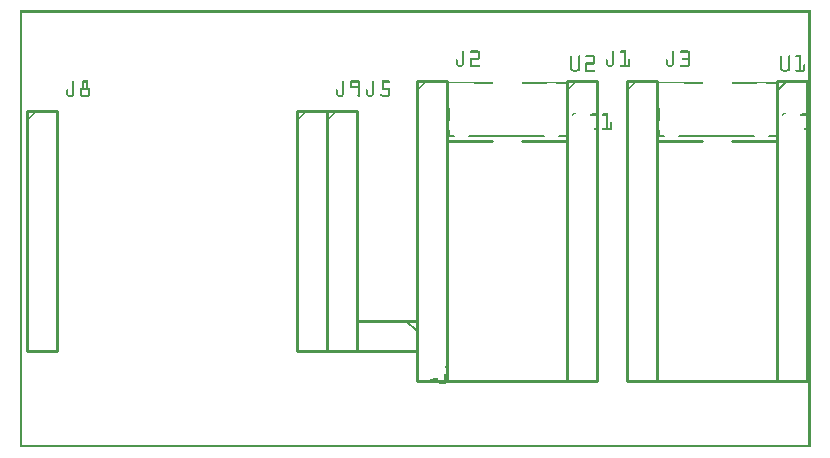
<source format=gto>
G04 MADE WITH FRITZING*
G04 WWW.FRITZING.ORG*
G04 DOUBLE SIDED*
G04 HOLES PLATED*
G04 CONTOUR ON CENTER OF CONTOUR VECTOR*
%ASAXBY*%
%FSLAX23Y23*%
%MOIN*%
%OFA0B0*%
%SFA1.0B1.0*%
%ADD10C,0.010000*%
%ADD11C,0.005000*%
%ADD12C,0.009799*%
%ADD13R,0.001000X0.001000*%
%LNSILK1*%
G90*
G70*
G54D10*
X1823Y1222D02*
X1823Y222D01*
D02*
X1823Y222D02*
X1923Y222D01*
D02*
X1923Y222D02*
X1923Y1222D01*
D02*
X1923Y1222D02*
X1823Y1222D01*
D02*
X1323Y1222D02*
X1323Y222D01*
D02*
X1323Y222D02*
X1423Y222D01*
D02*
X1423Y222D02*
X1423Y1222D01*
D02*
X1423Y1222D02*
X1323Y1222D01*
D02*
X2023Y1222D02*
X2023Y222D01*
D02*
X2023Y222D02*
X2123Y222D01*
D02*
X2123Y222D02*
X2123Y1222D01*
D02*
X2123Y1222D02*
X2023Y1222D01*
D02*
X2523Y1222D02*
X2523Y222D01*
D02*
X2523Y222D02*
X2623Y222D01*
D02*
X2623Y222D02*
X2623Y1222D01*
D02*
X2623Y1222D02*
X2523Y1222D01*
G54D11*
D02*
X2523Y1187D02*
X2558Y1222D01*
G54D12*
D02*
X2523Y1037D02*
X2523Y1214D01*
D02*
X1823Y1037D02*
X1823Y1214D01*
G54D10*
D02*
X1023Y1122D02*
X1023Y322D01*
D02*
X1023Y322D02*
X1123Y322D01*
D02*
X1123Y322D02*
X1123Y1122D01*
D02*
X1123Y1122D02*
X1023Y1122D01*
D02*
X1423Y1022D02*
X1423Y222D01*
D02*
X1423Y222D02*
X1823Y222D01*
D02*
X1823Y222D02*
X1823Y1022D01*
D02*
X1423Y1022D02*
X1573Y1022D01*
D02*
X1673Y1022D02*
X1823Y1022D01*
D02*
X2123Y1022D02*
X2123Y222D01*
D02*
X2123Y222D02*
X2523Y222D01*
D02*
X2523Y222D02*
X2523Y1022D01*
D02*
X2123Y1022D02*
X2273Y1022D01*
D02*
X2373Y1022D02*
X2523Y1022D01*
D02*
X1323Y422D02*
X1123Y422D01*
D02*
X1123Y422D02*
X1123Y322D01*
D02*
X1123Y322D02*
X1323Y322D01*
D02*
X1323Y322D02*
X1323Y422D01*
G54D11*
D02*
X1288Y422D02*
X1323Y387D01*
G54D10*
D02*
X23Y1122D02*
X23Y322D01*
D02*
X23Y322D02*
X123Y322D01*
D02*
X123Y322D02*
X123Y1122D01*
D02*
X123Y1122D02*
X23Y1122D01*
D02*
X923Y1122D02*
X923Y322D01*
D02*
X923Y322D02*
X1023Y322D01*
D02*
X1023Y322D02*
X1023Y1122D01*
D02*
X1023Y1122D02*
X923Y1122D01*
G54D13*
X0Y1457D02*
X2636Y1457D01*
X0Y1456D02*
X2636Y1456D01*
X0Y1455D02*
X2636Y1455D01*
X0Y1454D02*
X2636Y1454D01*
X0Y1453D02*
X2636Y1453D01*
X0Y1452D02*
X2636Y1452D01*
X0Y1451D02*
X2636Y1451D01*
X0Y1450D02*
X2636Y1450D01*
X0Y1449D02*
X7Y1449D01*
X2629Y1449D02*
X2636Y1449D01*
X0Y1448D02*
X7Y1448D01*
X2629Y1448D02*
X2636Y1448D01*
X0Y1447D02*
X7Y1447D01*
X2629Y1447D02*
X2636Y1447D01*
X0Y1446D02*
X7Y1446D01*
X2629Y1446D02*
X2636Y1446D01*
X0Y1445D02*
X7Y1445D01*
X2629Y1445D02*
X2636Y1445D01*
X0Y1444D02*
X7Y1444D01*
X2629Y1444D02*
X2636Y1444D01*
X0Y1443D02*
X7Y1443D01*
X2629Y1443D02*
X2636Y1443D01*
X0Y1442D02*
X7Y1442D01*
X2629Y1442D02*
X2636Y1442D01*
X0Y1441D02*
X7Y1441D01*
X2629Y1441D02*
X2636Y1441D01*
X0Y1440D02*
X7Y1440D01*
X2629Y1440D02*
X2636Y1440D01*
X0Y1439D02*
X7Y1439D01*
X2629Y1439D02*
X2636Y1439D01*
X0Y1438D02*
X7Y1438D01*
X2629Y1438D02*
X2636Y1438D01*
X0Y1437D02*
X7Y1437D01*
X2629Y1437D02*
X2636Y1437D01*
X0Y1436D02*
X7Y1436D01*
X2629Y1436D02*
X2636Y1436D01*
X0Y1435D02*
X7Y1435D01*
X2629Y1435D02*
X2636Y1435D01*
X0Y1434D02*
X7Y1434D01*
X2629Y1434D02*
X2636Y1434D01*
X0Y1433D02*
X7Y1433D01*
X2629Y1433D02*
X2636Y1433D01*
X0Y1432D02*
X7Y1432D01*
X2629Y1432D02*
X2636Y1432D01*
X0Y1431D02*
X7Y1431D01*
X2629Y1431D02*
X2636Y1431D01*
X0Y1430D02*
X7Y1430D01*
X2629Y1430D02*
X2636Y1430D01*
X0Y1429D02*
X7Y1429D01*
X2629Y1429D02*
X2636Y1429D01*
X0Y1428D02*
X7Y1428D01*
X2629Y1428D02*
X2636Y1428D01*
X0Y1427D02*
X7Y1427D01*
X2629Y1427D02*
X2636Y1427D01*
X0Y1426D02*
X7Y1426D01*
X2629Y1426D02*
X2636Y1426D01*
X0Y1425D02*
X7Y1425D01*
X2629Y1425D02*
X2636Y1425D01*
X0Y1424D02*
X7Y1424D01*
X2629Y1424D02*
X2636Y1424D01*
X0Y1423D02*
X7Y1423D01*
X2629Y1423D02*
X2636Y1423D01*
X0Y1422D02*
X7Y1422D01*
X2629Y1422D02*
X2636Y1422D01*
X0Y1421D02*
X7Y1421D01*
X2629Y1421D02*
X2636Y1421D01*
X0Y1420D02*
X7Y1420D01*
X2629Y1420D02*
X2636Y1420D01*
X0Y1419D02*
X7Y1419D01*
X2629Y1419D02*
X2636Y1419D01*
X0Y1418D02*
X7Y1418D01*
X2629Y1418D02*
X2636Y1418D01*
X0Y1417D02*
X7Y1417D01*
X2629Y1417D02*
X2636Y1417D01*
X0Y1416D02*
X7Y1416D01*
X2629Y1416D02*
X2636Y1416D01*
X0Y1415D02*
X7Y1415D01*
X2629Y1415D02*
X2636Y1415D01*
X0Y1414D02*
X7Y1414D01*
X2629Y1414D02*
X2636Y1414D01*
X0Y1413D02*
X7Y1413D01*
X2629Y1413D02*
X2636Y1413D01*
X0Y1412D02*
X7Y1412D01*
X2629Y1412D02*
X2636Y1412D01*
X0Y1411D02*
X7Y1411D01*
X2629Y1411D02*
X2636Y1411D01*
X0Y1410D02*
X7Y1410D01*
X2629Y1410D02*
X2636Y1410D01*
X0Y1409D02*
X7Y1409D01*
X2629Y1409D02*
X2636Y1409D01*
X0Y1408D02*
X7Y1408D01*
X2629Y1408D02*
X2636Y1408D01*
X0Y1407D02*
X7Y1407D01*
X2629Y1407D02*
X2636Y1407D01*
X0Y1406D02*
X7Y1406D01*
X2629Y1406D02*
X2636Y1406D01*
X0Y1405D02*
X7Y1405D01*
X2629Y1405D02*
X2636Y1405D01*
X0Y1404D02*
X7Y1404D01*
X2629Y1404D02*
X2636Y1404D01*
X0Y1403D02*
X7Y1403D01*
X2629Y1403D02*
X2636Y1403D01*
X0Y1402D02*
X7Y1402D01*
X2629Y1402D02*
X2636Y1402D01*
X0Y1401D02*
X7Y1401D01*
X2629Y1401D02*
X2636Y1401D01*
X0Y1400D02*
X7Y1400D01*
X2629Y1400D02*
X2636Y1400D01*
X0Y1399D02*
X7Y1399D01*
X2629Y1399D02*
X2636Y1399D01*
X0Y1398D02*
X7Y1398D01*
X2629Y1398D02*
X2636Y1398D01*
X0Y1397D02*
X7Y1397D01*
X2629Y1397D02*
X2636Y1397D01*
X0Y1396D02*
X7Y1396D01*
X2629Y1396D02*
X2636Y1396D01*
X0Y1395D02*
X7Y1395D01*
X2629Y1395D02*
X2636Y1395D01*
X0Y1394D02*
X7Y1394D01*
X2629Y1394D02*
X2636Y1394D01*
X0Y1393D02*
X7Y1393D01*
X2629Y1393D02*
X2636Y1393D01*
X0Y1392D02*
X7Y1392D01*
X2629Y1392D02*
X2636Y1392D01*
X0Y1391D02*
X7Y1391D01*
X2629Y1391D02*
X2636Y1391D01*
X0Y1390D02*
X7Y1390D01*
X2629Y1390D02*
X2636Y1390D01*
X0Y1389D02*
X7Y1389D01*
X2629Y1389D02*
X2636Y1389D01*
X0Y1388D02*
X7Y1388D01*
X2629Y1388D02*
X2636Y1388D01*
X0Y1387D02*
X7Y1387D01*
X2629Y1387D02*
X2636Y1387D01*
X0Y1386D02*
X7Y1386D01*
X2629Y1386D02*
X2636Y1386D01*
X0Y1385D02*
X7Y1385D01*
X2629Y1385D02*
X2636Y1385D01*
X0Y1384D02*
X7Y1384D01*
X2629Y1384D02*
X2636Y1384D01*
X0Y1383D02*
X7Y1383D01*
X2629Y1383D02*
X2636Y1383D01*
X0Y1382D02*
X7Y1382D01*
X2629Y1382D02*
X2636Y1382D01*
X0Y1381D02*
X7Y1381D01*
X2629Y1381D02*
X2636Y1381D01*
X0Y1380D02*
X7Y1380D01*
X2629Y1380D02*
X2636Y1380D01*
X0Y1379D02*
X7Y1379D01*
X2629Y1379D02*
X2636Y1379D01*
X0Y1378D02*
X7Y1378D01*
X2629Y1378D02*
X2636Y1378D01*
X0Y1377D02*
X7Y1377D01*
X2629Y1377D02*
X2636Y1377D01*
X0Y1376D02*
X7Y1376D01*
X2629Y1376D02*
X2636Y1376D01*
X0Y1375D02*
X7Y1375D01*
X2629Y1375D02*
X2636Y1375D01*
X0Y1374D02*
X7Y1374D01*
X2629Y1374D02*
X2636Y1374D01*
X0Y1373D02*
X7Y1373D01*
X2629Y1373D02*
X2636Y1373D01*
X0Y1372D02*
X7Y1372D01*
X2629Y1372D02*
X2636Y1372D01*
X0Y1371D02*
X7Y1371D01*
X2629Y1371D02*
X2636Y1371D01*
X0Y1370D02*
X7Y1370D01*
X2629Y1370D02*
X2636Y1370D01*
X0Y1369D02*
X7Y1369D01*
X2629Y1369D02*
X2636Y1369D01*
X0Y1368D02*
X7Y1368D01*
X2629Y1368D02*
X2636Y1368D01*
X0Y1367D02*
X7Y1367D01*
X2629Y1367D02*
X2636Y1367D01*
X0Y1366D02*
X7Y1366D01*
X2629Y1366D02*
X2636Y1366D01*
X0Y1365D02*
X7Y1365D01*
X2629Y1365D02*
X2636Y1365D01*
X0Y1364D02*
X7Y1364D01*
X2629Y1364D02*
X2636Y1364D01*
X0Y1363D02*
X7Y1363D01*
X2629Y1363D02*
X2636Y1363D01*
X0Y1362D02*
X7Y1362D01*
X2629Y1362D02*
X2636Y1362D01*
X0Y1361D02*
X7Y1361D01*
X2629Y1361D02*
X2636Y1361D01*
X0Y1360D02*
X7Y1360D01*
X2629Y1360D02*
X2636Y1360D01*
X0Y1359D02*
X7Y1359D01*
X2629Y1359D02*
X2636Y1359D01*
X0Y1358D02*
X7Y1358D01*
X2629Y1358D02*
X2636Y1358D01*
X0Y1357D02*
X7Y1357D01*
X2629Y1357D02*
X2636Y1357D01*
X0Y1356D02*
X7Y1356D01*
X2629Y1356D02*
X2636Y1356D01*
X0Y1355D02*
X7Y1355D01*
X2629Y1355D02*
X2636Y1355D01*
X0Y1354D02*
X7Y1354D01*
X2629Y1354D02*
X2636Y1354D01*
X0Y1353D02*
X7Y1353D01*
X2629Y1353D02*
X2636Y1353D01*
X0Y1352D02*
X7Y1352D01*
X2629Y1352D02*
X2636Y1352D01*
X0Y1351D02*
X7Y1351D01*
X2629Y1351D02*
X2636Y1351D01*
X0Y1350D02*
X7Y1350D01*
X2629Y1350D02*
X2636Y1350D01*
X0Y1349D02*
X7Y1349D01*
X2629Y1349D02*
X2636Y1349D01*
X0Y1348D02*
X7Y1348D01*
X2629Y1348D02*
X2636Y1348D01*
X0Y1347D02*
X7Y1347D01*
X2629Y1347D02*
X2636Y1347D01*
X0Y1346D02*
X7Y1346D01*
X2629Y1346D02*
X2636Y1346D01*
X0Y1345D02*
X7Y1345D01*
X2629Y1345D02*
X2636Y1345D01*
X0Y1344D02*
X7Y1344D01*
X2629Y1344D02*
X2636Y1344D01*
X0Y1343D02*
X7Y1343D01*
X2629Y1343D02*
X2636Y1343D01*
X0Y1342D02*
X7Y1342D01*
X2629Y1342D02*
X2636Y1342D01*
X0Y1341D02*
X7Y1341D01*
X2629Y1341D02*
X2636Y1341D01*
X0Y1340D02*
X7Y1340D01*
X2629Y1340D02*
X2636Y1340D01*
X0Y1339D02*
X7Y1339D01*
X2629Y1339D02*
X2636Y1339D01*
X0Y1338D02*
X7Y1338D01*
X2629Y1338D02*
X2636Y1338D01*
X0Y1337D02*
X7Y1337D01*
X2629Y1337D02*
X2636Y1337D01*
X0Y1336D02*
X7Y1336D01*
X2629Y1336D02*
X2636Y1336D01*
X0Y1335D02*
X7Y1335D01*
X2629Y1335D02*
X2636Y1335D01*
X0Y1334D02*
X7Y1334D01*
X2629Y1334D02*
X2636Y1334D01*
X0Y1333D02*
X7Y1333D01*
X2629Y1333D02*
X2636Y1333D01*
X0Y1332D02*
X7Y1332D01*
X2629Y1332D02*
X2636Y1332D01*
X0Y1331D02*
X7Y1331D01*
X2629Y1331D02*
X2636Y1331D01*
X0Y1330D02*
X7Y1330D01*
X2629Y1330D02*
X2636Y1330D01*
X0Y1329D02*
X7Y1329D01*
X2629Y1329D02*
X2636Y1329D01*
X0Y1328D02*
X7Y1328D01*
X2629Y1328D02*
X2636Y1328D01*
X0Y1327D02*
X7Y1327D01*
X2629Y1327D02*
X2636Y1327D01*
X0Y1326D02*
X7Y1326D01*
X2629Y1326D02*
X2636Y1326D01*
X0Y1325D02*
X7Y1325D01*
X2629Y1325D02*
X2636Y1325D01*
X0Y1324D02*
X7Y1324D01*
X2629Y1324D02*
X2636Y1324D01*
X0Y1323D02*
X7Y1323D01*
X1503Y1323D02*
X1528Y1323D01*
X1977Y1323D02*
X1977Y1323D01*
X2003Y1323D02*
X2020Y1323D01*
X2177Y1323D02*
X2177Y1323D01*
X2203Y1323D02*
X2227Y1323D01*
X2629Y1323D02*
X2636Y1323D01*
X0Y1322D02*
X7Y1322D01*
X1476Y1322D02*
X1479Y1322D01*
X1501Y1322D02*
X1530Y1322D01*
X1975Y1322D02*
X1979Y1322D01*
X2001Y1322D02*
X2020Y1322D01*
X2175Y1322D02*
X2179Y1322D01*
X2201Y1322D02*
X2230Y1322D01*
X2629Y1322D02*
X2636Y1322D01*
X0Y1321D02*
X7Y1321D01*
X1475Y1321D02*
X1480Y1321D01*
X1501Y1321D02*
X1532Y1321D01*
X1975Y1321D02*
X1980Y1321D01*
X2001Y1321D02*
X2020Y1321D01*
X2175Y1321D02*
X2180Y1321D01*
X2200Y1321D02*
X2232Y1321D01*
X2629Y1321D02*
X2636Y1321D01*
X0Y1320D02*
X7Y1320D01*
X1475Y1320D02*
X1480Y1320D01*
X1500Y1320D02*
X1533Y1320D01*
X1974Y1320D02*
X1980Y1320D01*
X2000Y1320D02*
X2020Y1320D01*
X2174Y1320D02*
X2180Y1320D01*
X2200Y1320D02*
X2232Y1320D01*
X2629Y1320D02*
X2636Y1320D01*
X0Y1319D02*
X7Y1319D01*
X1474Y1319D02*
X1480Y1319D01*
X1500Y1319D02*
X1533Y1319D01*
X1974Y1319D02*
X1980Y1319D01*
X2000Y1319D02*
X2020Y1319D01*
X2174Y1319D02*
X2180Y1319D01*
X2200Y1319D02*
X2233Y1319D01*
X2629Y1319D02*
X2636Y1319D01*
X0Y1318D02*
X7Y1318D01*
X1474Y1318D02*
X1480Y1318D01*
X1501Y1318D02*
X1534Y1318D01*
X1974Y1318D02*
X1980Y1318D01*
X2001Y1318D02*
X2020Y1318D01*
X2174Y1318D02*
X2180Y1318D01*
X2201Y1318D02*
X2233Y1318D01*
X2629Y1318D02*
X2636Y1318D01*
X0Y1317D02*
X7Y1317D01*
X1474Y1317D02*
X1480Y1317D01*
X1502Y1317D02*
X1534Y1317D01*
X1974Y1317D02*
X1980Y1317D01*
X2001Y1317D02*
X2020Y1317D01*
X2174Y1317D02*
X2180Y1317D01*
X2201Y1317D02*
X2234Y1317D01*
X2629Y1317D02*
X2636Y1317D01*
X0Y1316D02*
X7Y1316D01*
X1474Y1316D02*
X1480Y1316D01*
X1527Y1316D02*
X1534Y1316D01*
X1974Y1316D02*
X1980Y1316D01*
X2014Y1316D02*
X2020Y1316D01*
X2174Y1316D02*
X2180Y1316D01*
X2227Y1316D02*
X2234Y1316D01*
X2629Y1316D02*
X2636Y1316D01*
X0Y1315D02*
X7Y1315D01*
X1474Y1315D02*
X1480Y1315D01*
X1528Y1315D02*
X1534Y1315D01*
X1974Y1315D02*
X1980Y1315D01*
X2014Y1315D02*
X2020Y1315D01*
X2174Y1315D02*
X2180Y1315D01*
X2228Y1315D02*
X2234Y1315D01*
X2629Y1315D02*
X2636Y1315D01*
X0Y1314D02*
X7Y1314D01*
X1474Y1314D02*
X1480Y1314D01*
X1528Y1314D02*
X1534Y1314D01*
X1974Y1314D02*
X1980Y1314D01*
X2014Y1314D02*
X2020Y1314D01*
X2174Y1314D02*
X2180Y1314D01*
X2228Y1314D02*
X2234Y1314D01*
X2629Y1314D02*
X2636Y1314D01*
X0Y1313D02*
X7Y1313D01*
X1474Y1313D02*
X1480Y1313D01*
X1528Y1313D02*
X1534Y1313D01*
X1974Y1313D02*
X1980Y1313D01*
X2014Y1313D02*
X2020Y1313D01*
X2174Y1313D02*
X2180Y1313D01*
X2228Y1313D02*
X2234Y1313D01*
X2629Y1313D02*
X2636Y1313D01*
X0Y1312D02*
X7Y1312D01*
X1474Y1312D02*
X1480Y1312D01*
X1528Y1312D02*
X1534Y1312D01*
X1974Y1312D02*
X1980Y1312D01*
X2014Y1312D02*
X2020Y1312D01*
X2174Y1312D02*
X2180Y1312D01*
X2228Y1312D02*
X2234Y1312D01*
X2629Y1312D02*
X2636Y1312D01*
X0Y1311D02*
X7Y1311D01*
X1474Y1311D02*
X1480Y1311D01*
X1528Y1311D02*
X1534Y1311D01*
X1974Y1311D02*
X1980Y1311D01*
X2014Y1311D02*
X2020Y1311D01*
X2174Y1311D02*
X2180Y1311D01*
X2228Y1311D02*
X2234Y1311D01*
X2629Y1311D02*
X2636Y1311D01*
X0Y1310D02*
X7Y1310D01*
X1474Y1310D02*
X1480Y1310D01*
X1528Y1310D02*
X1534Y1310D01*
X1974Y1310D02*
X1980Y1310D01*
X2014Y1310D02*
X2020Y1310D01*
X2174Y1310D02*
X2180Y1310D01*
X2228Y1310D02*
X2234Y1310D01*
X2629Y1310D02*
X2636Y1310D01*
X0Y1309D02*
X7Y1309D01*
X1474Y1309D02*
X1480Y1309D01*
X1528Y1309D02*
X1534Y1309D01*
X1974Y1309D02*
X1980Y1309D01*
X2014Y1309D02*
X2020Y1309D01*
X2174Y1309D02*
X2180Y1309D01*
X2228Y1309D02*
X2234Y1309D01*
X2629Y1309D02*
X2636Y1309D01*
X0Y1308D02*
X7Y1308D01*
X1474Y1308D02*
X1480Y1308D01*
X1528Y1308D02*
X1534Y1308D01*
X1974Y1308D02*
X1980Y1308D01*
X2014Y1308D02*
X2020Y1308D01*
X2174Y1308D02*
X2180Y1308D01*
X2228Y1308D02*
X2234Y1308D01*
X2629Y1308D02*
X2636Y1308D01*
X0Y1307D02*
X7Y1307D01*
X1474Y1307D02*
X1480Y1307D01*
X1528Y1307D02*
X1534Y1307D01*
X1837Y1307D02*
X1837Y1307D01*
X1865Y1307D02*
X1865Y1307D01*
X1887Y1307D02*
X1912Y1307D01*
X1974Y1307D02*
X1980Y1307D01*
X2014Y1307D02*
X2020Y1307D01*
X2174Y1307D02*
X2180Y1307D01*
X2228Y1307D02*
X2234Y1307D01*
X2537Y1307D02*
X2537Y1307D01*
X2565Y1307D02*
X2565Y1307D01*
X2587Y1307D02*
X2603Y1307D01*
X2629Y1307D02*
X2636Y1307D01*
X0Y1306D02*
X7Y1306D01*
X1474Y1306D02*
X1480Y1306D01*
X1528Y1306D02*
X1534Y1306D01*
X1835Y1306D02*
X1839Y1306D01*
X1863Y1306D02*
X1867Y1306D01*
X1885Y1306D02*
X1914Y1306D01*
X1974Y1306D02*
X1980Y1306D01*
X2014Y1306D02*
X2020Y1306D01*
X2174Y1306D02*
X2180Y1306D01*
X2228Y1306D02*
X2234Y1306D01*
X2535Y1306D02*
X2539Y1306D01*
X2563Y1306D02*
X2567Y1306D01*
X2585Y1306D02*
X2604Y1306D01*
X2629Y1306D02*
X2636Y1306D01*
X0Y1305D02*
X7Y1305D01*
X1474Y1305D02*
X1480Y1305D01*
X1528Y1305D02*
X1534Y1305D01*
X1835Y1305D02*
X1840Y1305D01*
X1862Y1305D02*
X1867Y1305D01*
X1885Y1305D02*
X1916Y1305D01*
X1974Y1305D02*
X1980Y1305D01*
X2014Y1305D02*
X2020Y1305D01*
X2174Y1305D02*
X2180Y1305D01*
X2228Y1305D02*
X2234Y1305D01*
X2534Y1305D02*
X2540Y1305D01*
X2562Y1305D02*
X2567Y1305D01*
X2584Y1305D02*
X2604Y1305D01*
X2629Y1305D02*
X2636Y1305D01*
X0Y1304D02*
X7Y1304D01*
X1474Y1304D02*
X1480Y1304D01*
X1528Y1304D02*
X1534Y1304D01*
X1834Y1304D02*
X1840Y1304D01*
X1862Y1304D02*
X1868Y1304D01*
X1884Y1304D02*
X1917Y1304D01*
X1974Y1304D02*
X1980Y1304D01*
X2014Y1304D02*
X2020Y1304D01*
X2174Y1304D02*
X2180Y1304D01*
X2228Y1304D02*
X2234Y1304D01*
X2534Y1304D02*
X2540Y1304D01*
X2562Y1304D02*
X2568Y1304D01*
X2584Y1304D02*
X2604Y1304D01*
X2629Y1304D02*
X2636Y1304D01*
X0Y1303D02*
X7Y1303D01*
X1474Y1303D02*
X1480Y1303D01*
X1528Y1303D02*
X1534Y1303D01*
X1834Y1303D02*
X1840Y1303D01*
X1862Y1303D02*
X1868Y1303D01*
X1884Y1303D02*
X1917Y1303D01*
X1974Y1303D02*
X1980Y1303D01*
X2014Y1303D02*
X2020Y1303D01*
X2174Y1303D02*
X2180Y1303D01*
X2228Y1303D02*
X2234Y1303D01*
X2534Y1303D02*
X2540Y1303D01*
X2562Y1303D02*
X2568Y1303D01*
X2584Y1303D02*
X2604Y1303D01*
X2629Y1303D02*
X2636Y1303D01*
X0Y1302D02*
X7Y1302D01*
X1474Y1302D02*
X1480Y1302D01*
X1528Y1302D02*
X1534Y1302D01*
X1834Y1302D02*
X1840Y1302D01*
X1862Y1302D02*
X1868Y1302D01*
X1885Y1302D02*
X1918Y1302D01*
X1974Y1302D02*
X1980Y1302D01*
X2014Y1302D02*
X2020Y1302D01*
X2174Y1302D02*
X2180Y1302D01*
X2227Y1302D02*
X2234Y1302D01*
X2534Y1302D02*
X2540Y1302D01*
X2562Y1302D02*
X2568Y1302D01*
X2584Y1302D02*
X2604Y1302D01*
X2629Y1302D02*
X2636Y1302D01*
X0Y1301D02*
X7Y1301D01*
X1474Y1301D02*
X1480Y1301D01*
X1528Y1301D02*
X1534Y1301D01*
X1834Y1301D02*
X1840Y1301D01*
X1862Y1301D02*
X1868Y1301D01*
X1885Y1301D02*
X1918Y1301D01*
X1974Y1301D02*
X1980Y1301D01*
X2014Y1301D02*
X2020Y1301D01*
X2174Y1301D02*
X2180Y1301D01*
X2227Y1301D02*
X2233Y1301D01*
X2534Y1301D02*
X2540Y1301D01*
X2562Y1301D02*
X2568Y1301D01*
X2585Y1301D02*
X2604Y1301D01*
X2629Y1301D02*
X2636Y1301D01*
X0Y1300D02*
X7Y1300D01*
X1474Y1300D02*
X1480Y1300D01*
X1528Y1300D02*
X1534Y1300D01*
X1834Y1300D02*
X1840Y1300D01*
X1862Y1300D02*
X1868Y1300D01*
X1911Y1300D02*
X1918Y1300D01*
X1974Y1300D02*
X1980Y1300D01*
X2014Y1300D02*
X2020Y1300D01*
X2174Y1300D02*
X2180Y1300D01*
X2226Y1300D02*
X2233Y1300D01*
X2534Y1300D02*
X2540Y1300D01*
X2562Y1300D02*
X2568Y1300D01*
X2597Y1300D02*
X2604Y1300D01*
X2629Y1300D02*
X2636Y1300D01*
X0Y1299D02*
X7Y1299D01*
X1474Y1299D02*
X1480Y1299D01*
X1505Y1299D02*
X1534Y1299D01*
X1834Y1299D02*
X1840Y1299D01*
X1862Y1299D02*
X1868Y1299D01*
X1912Y1299D02*
X1918Y1299D01*
X1974Y1299D02*
X1980Y1299D01*
X2014Y1299D02*
X2020Y1299D01*
X2174Y1299D02*
X2180Y1299D01*
X2209Y1299D02*
X2233Y1299D01*
X2534Y1299D02*
X2540Y1299D01*
X2562Y1299D02*
X2568Y1299D01*
X2598Y1299D02*
X2604Y1299D01*
X2629Y1299D02*
X2636Y1299D01*
X0Y1298D02*
X7Y1298D01*
X1474Y1298D02*
X1480Y1298D01*
X1503Y1298D02*
X1534Y1298D01*
X1834Y1298D02*
X1840Y1298D01*
X1862Y1298D02*
X1868Y1298D01*
X1912Y1298D02*
X1918Y1298D01*
X1974Y1298D02*
X1980Y1298D01*
X2014Y1298D02*
X2020Y1298D01*
X2174Y1298D02*
X2180Y1298D01*
X2208Y1298D02*
X2232Y1298D01*
X2534Y1298D02*
X2540Y1298D01*
X2562Y1298D02*
X2568Y1298D01*
X2598Y1298D02*
X2604Y1298D01*
X2629Y1298D02*
X2636Y1298D01*
X0Y1297D02*
X7Y1297D01*
X1474Y1297D02*
X1480Y1297D01*
X1502Y1297D02*
X1533Y1297D01*
X1834Y1297D02*
X1840Y1297D01*
X1862Y1297D02*
X1868Y1297D01*
X1912Y1297D02*
X1918Y1297D01*
X1974Y1297D02*
X1980Y1297D01*
X2014Y1297D02*
X2020Y1297D01*
X2174Y1297D02*
X2180Y1297D01*
X2207Y1297D02*
X2232Y1297D01*
X2534Y1297D02*
X2540Y1297D01*
X2562Y1297D02*
X2568Y1297D01*
X2598Y1297D02*
X2604Y1297D01*
X2629Y1297D02*
X2636Y1297D01*
X0Y1296D02*
X7Y1296D01*
X1474Y1296D02*
X1480Y1296D01*
X1501Y1296D02*
X1533Y1296D01*
X1834Y1296D02*
X1840Y1296D01*
X1862Y1296D02*
X1868Y1296D01*
X1912Y1296D02*
X1918Y1296D01*
X1974Y1296D02*
X1980Y1296D01*
X2014Y1296D02*
X2020Y1296D01*
X2174Y1296D02*
X2180Y1296D01*
X2207Y1296D02*
X2231Y1296D01*
X2534Y1296D02*
X2540Y1296D01*
X2562Y1296D02*
X2568Y1296D01*
X2598Y1296D02*
X2604Y1296D01*
X2629Y1296D02*
X2636Y1296D01*
X0Y1295D02*
X7Y1295D01*
X1474Y1295D02*
X1480Y1295D01*
X1501Y1295D02*
X1532Y1295D01*
X1834Y1295D02*
X1840Y1295D01*
X1862Y1295D02*
X1868Y1295D01*
X1912Y1295D02*
X1918Y1295D01*
X1974Y1295D02*
X1980Y1295D01*
X2014Y1295D02*
X2020Y1295D01*
X2174Y1295D02*
X2180Y1295D01*
X2207Y1295D02*
X2232Y1295D01*
X2534Y1295D02*
X2540Y1295D01*
X2562Y1295D02*
X2568Y1295D01*
X2598Y1295D02*
X2604Y1295D01*
X2629Y1295D02*
X2636Y1295D01*
X0Y1294D02*
X7Y1294D01*
X1474Y1294D02*
X1480Y1294D01*
X1501Y1294D02*
X1531Y1294D01*
X1834Y1294D02*
X1840Y1294D01*
X1862Y1294D02*
X1868Y1294D01*
X1912Y1294D02*
X1918Y1294D01*
X1974Y1294D02*
X1980Y1294D01*
X2014Y1294D02*
X2020Y1294D01*
X2174Y1294D02*
X2180Y1294D01*
X2208Y1294D02*
X2232Y1294D01*
X2534Y1294D02*
X2540Y1294D01*
X2562Y1294D02*
X2568Y1294D01*
X2598Y1294D02*
X2604Y1294D01*
X2629Y1294D02*
X2636Y1294D01*
X0Y1293D02*
X7Y1293D01*
X1455Y1293D02*
X1458Y1293D01*
X1474Y1293D02*
X1480Y1293D01*
X1500Y1293D02*
X1529Y1293D01*
X1834Y1293D02*
X1840Y1293D01*
X1862Y1293D02*
X1868Y1293D01*
X1912Y1293D02*
X1918Y1293D01*
X1955Y1293D02*
X1958Y1293D01*
X1974Y1293D02*
X1980Y1293D01*
X2014Y1293D02*
X2020Y1293D01*
X2029Y1293D02*
X2032Y1293D01*
X2155Y1293D02*
X2158Y1293D01*
X2174Y1293D02*
X2180Y1293D01*
X2209Y1293D02*
X2233Y1293D01*
X2534Y1293D02*
X2540Y1293D01*
X2562Y1293D02*
X2568Y1293D01*
X2598Y1293D02*
X2604Y1293D01*
X2629Y1293D02*
X2636Y1293D01*
X0Y1292D02*
X7Y1292D01*
X1454Y1292D02*
X1459Y1292D01*
X1474Y1292D02*
X1480Y1292D01*
X1500Y1292D02*
X1506Y1292D01*
X1834Y1292D02*
X1840Y1292D01*
X1862Y1292D02*
X1868Y1292D01*
X1912Y1292D02*
X1918Y1292D01*
X1954Y1292D02*
X1959Y1292D01*
X1974Y1292D02*
X1980Y1292D01*
X2014Y1292D02*
X2020Y1292D01*
X2028Y1292D02*
X2033Y1292D01*
X2154Y1292D02*
X2159Y1292D01*
X2174Y1292D02*
X2180Y1292D01*
X2226Y1292D02*
X2233Y1292D01*
X2534Y1292D02*
X2540Y1292D01*
X2562Y1292D02*
X2568Y1292D01*
X2598Y1292D02*
X2604Y1292D01*
X2629Y1292D02*
X2636Y1292D01*
X0Y1291D02*
X7Y1291D01*
X1454Y1291D02*
X1460Y1291D01*
X1474Y1291D02*
X1480Y1291D01*
X1500Y1291D02*
X1506Y1291D01*
X1834Y1291D02*
X1840Y1291D01*
X1862Y1291D02*
X1868Y1291D01*
X1912Y1291D02*
X1918Y1291D01*
X1954Y1291D02*
X1959Y1291D01*
X1974Y1291D02*
X1980Y1291D01*
X2014Y1291D02*
X2020Y1291D01*
X2028Y1291D02*
X2034Y1291D01*
X2154Y1291D02*
X2159Y1291D01*
X2174Y1291D02*
X2180Y1291D01*
X2227Y1291D02*
X2233Y1291D01*
X2534Y1291D02*
X2540Y1291D01*
X2562Y1291D02*
X2568Y1291D01*
X2598Y1291D02*
X2604Y1291D01*
X2629Y1291D02*
X2636Y1291D01*
X0Y1290D02*
X7Y1290D01*
X1454Y1290D02*
X1460Y1290D01*
X1474Y1290D02*
X1480Y1290D01*
X1500Y1290D02*
X1506Y1290D01*
X1834Y1290D02*
X1840Y1290D01*
X1862Y1290D02*
X1868Y1290D01*
X1912Y1290D02*
X1918Y1290D01*
X1954Y1290D02*
X1960Y1290D01*
X1974Y1290D02*
X1980Y1290D01*
X2014Y1290D02*
X2020Y1290D01*
X2028Y1290D02*
X2034Y1290D01*
X2154Y1290D02*
X2160Y1290D01*
X2174Y1290D02*
X2180Y1290D01*
X2227Y1290D02*
X2234Y1290D01*
X2534Y1290D02*
X2540Y1290D01*
X2562Y1290D02*
X2568Y1290D01*
X2598Y1290D02*
X2604Y1290D01*
X2629Y1290D02*
X2636Y1290D01*
X0Y1289D02*
X7Y1289D01*
X1454Y1289D02*
X1460Y1289D01*
X1474Y1289D02*
X1480Y1289D01*
X1500Y1289D02*
X1506Y1289D01*
X1834Y1289D02*
X1840Y1289D01*
X1862Y1289D02*
X1868Y1289D01*
X1912Y1289D02*
X1918Y1289D01*
X1954Y1289D02*
X1960Y1289D01*
X1974Y1289D02*
X1980Y1289D01*
X2014Y1289D02*
X2020Y1289D01*
X2028Y1289D02*
X2034Y1289D01*
X2154Y1289D02*
X2160Y1289D01*
X2174Y1289D02*
X2180Y1289D01*
X2228Y1289D02*
X2234Y1289D01*
X2534Y1289D02*
X2540Y1289D01*
X2562Y1289D02*
X2568Y1289D01*
X2598Y1289D02*
X2604Y1289D01*
X2629Y1289D02*
X2636Y1289D01*
X0Y1288D02*
X7Y1288D01*
X1454Y1288D02*
X1460Y1288D01*
X1474Y1288D02*
X1480Y1288D01*
X1500Y1288D02*
X1506Y1288D01*
X1834Y1288D02*
X1840Y1288D01*
X1862Y1288D02*
X1868Y1288D01*
X1912Y1288D02*
X1918Y1288D01*
X1954Y1288D02*
X1960Y1288D01*
X1974Y1288D02*
X1980Y1288D01*
X2014Y1288D02*
X2020Y1288D01*
X2028Y1288D02*
X2034Y1288D01*
X2154Y1288D02*
X2160Y1288D01*
X2174Y1288D02*
X2180Y1288D01*
X2228Y1288D02*
X2234Y1288D01*
X2534Y1288D02*
X2540Y1288D01*
X2562Y1288D02*
X2568Y1288D01*
X2598Y1288D02*
X2604Y1288D01*
X2629Y1288D02*
X2636Y1288D01*
X0Y1287D02*
X7Y1287D01*
X1454Y1287D02*
X1460Y1287D01*
X1474Y1287D02*
X1480Y1287D01*
X1500Y1287D02*
X1506Y1287D01*
X1834Y1287D02*
X1840Y1287D01*
X1862Y1287D02*
X1868Y1287D01*
X1912Y1287D02*
X1918Y1287D01*
X1954Y1287D02*
X1960Y1287D01*
X1974Y1287D02*
X1980Y1287D01*
X2014Y1287D02*
X2020Y1287D01*
X2028Y1287D02*
X2034Y1287D01*
X2154Y1287D02*
X2160Y1287D01*
X2174Y1287D02*
X2180Y1287D01*
X2228Y1287D02*
X2234Y1287D01*
X2534Y1287D02*
X2540Y1287D01*
X2562Y1287D02*
X2568Y1287D01*
X2598Y1287D02*
X2604Y1287D01*
X2629Y1287D02*
X2636Y1287D01*
X0Y1286D02*
X7Y1286D01*
X1454Y1286D02*
X1460Y1286D01*
X1474Y1286D02*
X1480Y1286D01*
X1500Y1286D02*
X1506Y1286D01*
X1834Y1286D02*
X1840Y1286D01*
X1862Y1286D02*
X1868Y1286D01*
X1912Y1286D02*
X1918Y1286D01*
X1954Y1286D02*
X1960Y1286D01*
X1974Y1286D02*
X1980Y1286D01*
X2014Y1286D02*
X2020Y1286D01*
X2028Y1286D02*
X2034Y1286D01*
X2154Y1286D02*
X2160Y1286D01*
X2174Y1286D02*
X2180Y1286D01*
X2228Y1286D02*
X2234Y1286D01*
X2534Y1286D02*
X2540Y1286D01*
X2562Y1286D02*
X2568Y1286D01*
X2598Y1286D02*
X2604Y1286D01*
X2629Y1286D02*
X2636Y1286D01*
X0Y1285D02*
X7Y1285D01*
X1454Y1285D02*
X1460Y1285D01*
X1474Y1285D02*
X1480Y1285D01*
X1500Y1285D02*
X1506Y1285D01*
X1834Y1285D02*
X1840Y1285D01*
X1862Y1285D02*
X1868Y1285D01*
X1912Y1285D02*
X1918Y1285D01*
X1954Y1285D02*
X1960Y1285D01*
X1974Y1285D02*
X1980Y1285D01*
X2014Y1285D02*
X2020Y1285D01*
X2028Y1285D02*
X2034Y1285D01*
X2154Y1285D02*
X2160Y1285D01*
X2174Y1285D02*
X2180Y1285D01*
X2228Y1285D02*
X2234Y1285D01*
X2534Y1285D02*
X2540Y1285D01*
X2562Y1285D02*
X2568Y1285D01*
X2598Y1285D02*
X2604Y1285D01*
X2629Y1285D02*
X2636Y1285D01*
X0Y1284D02*
X7Y1284D01*
X1454Y1284D02*
X1460Y1284D01*
X1474Y1284D02*
X1480Y1284D01*
X1500Y1284D02*
X1506Y1284D01*
X1834Y1284D02*
X1840Y1284D01*
X1862Y1284D02*
X1868Y1284D01*
X1912Y1284D02*
X1918Y1284D01*
X1954Y1284D02*
X1960Y1284D01*
X1974Y1284D02*
X1980Y1284D01*
X2014Y1284D02*
X2020Y1284D01*
X2028Y1284D02*
X2034Y1284D01*
X2154Y1284D02*
X2160Y1284D01*
X2174Y1284D02*
X2180Y1284D01*
X2228Y1284D02*
X2234Y1284D01*
X2534Y1284D02*
X2540Y1284D01*
X2562Y1284D02*
X2568Y1284D01*
X2598Y1284D02*
X2604Y1284D01*
X2629Y1284D02*
X2636Y1284D01*
X0Y1283D02*
X7Y1283D01*
X1454Y1283D02*
X1460Y1283D01*
X1474Y1283D02*
X1480Y1283D01*
X1500Y1283D02*
X1506Y1283D01*
X1834Y1283D02*
X1840Y1283D01*
X1862Y1283D02*
X1868Y1283D01*
X1889Y1283D02*
X1918Y1283D01*
X1954Y1283D02*
X1960Y1283D01*
X1974Y1283D02*
X1980Y1283D01*
X2014Y1283D02*
X2020Y1283D01*
X2028Y1283D02*
X2034Y1283D01*
X2154Y1283D02*
X2160Y1283D01*
X2174Y1283D02*
X2180Y1283D01*
X2228Y1283D02*
X2234Y1283D01*
X2534Y1283D02*
X2540Y1283D01*
X2562Y1283D02*
X2568Y1283D01*
X2598Y1283D02*
X2604Y1283D01*
X2629Y1283D02*
X2636Y1283D01*
X0Y1282D02*
X7Y1282D01*
X1454Y1282D02*
X1460Y1282D01*
X1474Y1282D02*
X1480Y1282D01*
X1500Y1282D02*
X1506Y1282D01*
X1834Y1282D02*
X1840Y1282D01*
X1862Y1282D02*
X1868Y1282D01*
X1887Y1282D02*
X1918Y1282D01*
X1954Y1282D02*
X1960Y1282D01*
X1974Y1282D02*
X1980Y1282D01*
X2014Y1282D02*
X2020Y1282D01*
X2028Y1282D02*
X2034Y1282D01*
X2154Y1282D02*
X2160Y1282D01*
X2174Y1282D02*
X2180Y1282D01*
X2228Y1282D02*
X2234Y1282D01*
X2534Y1282D02*
X2540Y1282D01*
X2562Y1282D02*
X2568Y1282D01*
X2598Y1282D02*
X2604Y1282D01*
X2629Y1282D02*
X2636Y1282D01*
X0Y1281D02*
X7Y1281D01*
X1454Y1281D02*
X1460Y1281D01*
X1474Y1281D02*
X1480Y1281D01*
X1500Y1281D02*
X1506Y1281D01*
X1834Y1281D02*
X1840Y1281D01*
X1862Y1281D02*
X1868Y1281D01*
X1886Y1281D02*
X1917Y1281D01*
X1954Y1281D02*
X1960Y1281D01*
X1974Y1281D02*
X1980Y1281D01*
X2014Y1281D02*
X2020Y1281D01*
X2028Y1281D02*
X2034Y1281D01*
X2154Y1281D02*
X2160Y1281D01*
X2174Y1281D02*
X2180Y1281D01*
X2228Y1281D02*
X2234Y1281D01*
X2534Y1281D02*
X2540Y1281D01*
X2562Y1281D02*
X2568Y1281D01*
X2598Y1281D02*
X2604Y1281D01*
X2629Y1281D02*
X2636Y1281D01*
X0Y1280D02*
X7Y1280D01*
X1454Y1280D02*
X1460Y1280D01*
X1474Y1280D02*
X1480Y1280D01*
X1500Y1280D02*
X1506Y1280D01*
X1834Y1280D02*
X1840Y1280D01*
X1862Y1280D02*
X1868Y1280D01*
X1885Y1280D02*
X1917Y1280D01*
X1954Y1280D02*
X1960Y1280D01*
X1974Y1280D02*
X1980Y1280D01*
X2014Y1280D02*
X2020Y1280D01*
X2028Y1280D02*
X2034Y1280D01*
X2154Y1280D02*
X2160Y1280D01*
X2174Y1280D02*
X2180Y1280D01*
X2228Y1280D02*
X2234Y1280D01*
X2534Y1280D02*
X2540Y1280D01*
X2562Y1280D02*
X2568Y1280D01*
X2598Y1280D02*
X2604Y1280D01*
X2629Y1280D02*
X2636Y1280D01*
X0Y1279D02*
X7Y1279D01*
X1454Y1279D02*
X1460Y1279D01*
X1474Y1279D02*
X1480Y1279D01*
X1500Y1279D02*
X1506Y1279D01*
X1834Y1279D02*
X1840Y1279D01*
X1862Y1279D02*
X1868Y1279D01*
X1885Y1279D02*
X1916Y1279D01*
X1954Y1279D02*
X1960Y1279D01*
X1974Y1279D02*
X1980Y1279D01*
X2014Y1279D02*
X2020Y1279D01*
X2028Y1279D02*
X2034Y1279D01*
X2154Y1279D02*
X2160Y1279D01*
X2174Y1279D02*
X2180Y1279D01*
X2228Y1279D02*
X2234Y1279D01*
X2534Y1279D02*
X2540Y1279D01*
X2562Y1279D02*
X2568Y1279D01*
X2598Y1279D02*
X2604Y1279D01*
X2629Y1279D02*
X2636Y1279D01*
X0Y1278D02*
X7Y1278D01*
X1454Y1278D02*
X1460Y1278D01*
X1474Y1278D02*
X1480Y1278D01*
X1500Y1278D02*
X1506Y1278D01*
X1834Y1278D02*
X1840Y1278D01*
X1862Y1278D02*
X1868Y1278D01*
X1884Y1278D02*
X1915Y1278D01*
X1954Y1278D02*
X1960Y1278D01*
X1974Y1278D02*
X1980Y1278D01*
X2014Y1278D02*
X2020Y1278D01*
X2028Y1278D02*
X2034Y1278D01*
X2154Y1278D02*
X2160Y1278D01*
X2174Y1278D02*
X2180Y1278D01*
X2228Y1278D02*
X2234Y1278D01*
X2534Y1278D02*
X2540Y1278D01*
X2562Y1278D02*
X2568Y1278D01*
X2598Y1278D02*
X2604Y1278D01*
X2629Y1278D02*
X2636Y1278D01*
X0Y1277D02*
X7Y1277D01*
X1454Y1277D02*
X1461Y1277D01*
X1473Y1277D02*
X1480Y1277D01*
X1500Y1277D02*
X1506Y1277D01*
X1834Y1277D02*
X1840Y1277D01*
X1862Y1277D02*
X1868Y1277D01*
X1884Y1277D02*
X1913Y1277D01*
X1954Y1277D02*
X1961Y1277D01*
X1973Y1277D02*
X1980Y1277D01*
X2014Y1277D02*
X2020Y1277D01*
X2028Y1277D02*
X2034Y1277D01*
X2154Y1277D02*
X2161Y1277D01*
X2173Y1277D02*
X2180Y1277D01*
X2228Y1277D02*
X2234Y1277D01*
X2534Y1277D02*
X2540Y1277D01*
X2562Y1277D02*
X2568Y1277D01*
X2598Y1277D02*
X2604Y1277D01*
X2613Y1277D02*
X2616Y1277D01*
X2629Y1277D02*
X2636Y1277D01*
X0Y1276D02*
X7Y1276D01*
X1454Y1276D02*
X1463Y1276D01*
X1471Y1276D02*
X1480Y1276D01*
X1500Y1276D02*
X1507Y1276D01*
X1834Y1276D02*
X1840Y1276D01*
X1862Y1276D02*
X1868Y1276D01*
X1884Y1276D02*
X1890Y1276D01*
X1954Y1276D02*
X1963Y1276D01*
X1971Y1276D02*
X1980Y1276D01*
X2014Y1276D02*
X2020Y1276D01*
X2027Y1276D02*
X2034Y1276D01*
X2154Y1276D02*
X2163Y1276D01*
X2171Y1276D02*
X2180Y1276D01*
X2227Y1276D02*
X2234Y1276D01*
X2534Y1276D02*
X2540Y1276D01*
X2562Y1276D02*
X2568Y1276D01*
X2598Y1276D02*
X2604Y1276D01*
X2612Y1276D02*
X2617Y1276D01*
X2629Y1276D02*
X2636Y1276D01*
X0Y1275D02*
X7Y1275D01*
X1455Y1275D02*
X1479Y1275D01*
X1500Y1275D02*
X1533Y1275D01*
X1834Y1275D02*
X1840Y1275D01*
X1862Y1275D02*
X1868Y1275D01*
X1884Y1275D02*
X1890Y1275D01*
X1955Y1275D02*
X1979Y1275D01*
X2001Y1275D02*
X2034Y1275D01*
X2155Y1275D02*
X2179Y1275D01*
X2201Y1275D02*
X2234Y1275D01*
X2534Y1275D02*
X2540Y1275D01*
X2562Y1275D02*
X2568Y1275D01*
X2598Y1275D02*
X2604Y1275D01*
X2612Y1275D02*
X2617Y1275D01*
X2629Y1275D02*
X2636Y1275D01*
X0Y1274D02*
X7Y1274D01*
X1455Y1274D02*
X1479Y1274D01*
X1500Y1274D02*
X1533Y1274D01*
X1834Y1274D02*
X1840Y1274D01*
X1862Y1274D02*
X1868Y1274D01*
X1884Y1274D02*
X1890Y1274D01*
X1955Y1274D02*
X1979Y1274D01*
X2001Y1274D02*
X2034Y1274D01*
X2155Y1274D02*
X2179Y1274D01*
X2201Y1274D02*
X2233Y1274D01*
X2534Y1274D02*
X2540Y1274D01*
X2562Y1274D02*
X2568Y1274D01*
X2598Y1274D02*
X2604Y1274D01*
X2612Y1274D02*
X2618Y1274D01*
X2629Y1274D02*
X2636Y1274D01*
X0Y1273D02*
X7Y1273D01*
X1456Y1273D02*
X1478Y1273D01*
X1500Y1273D02*
X1534Y1273D01*
X1834Y1273D02*
X1840Y1273D01*
X1862Y1273D02*
X1868Y1273D01*
X1884Y1273D02*
X1890Y1273D01*
X1956Y1273D02*
X1978Y1273D01*
X2000Y1273D02*
X2034Y1273D01*
X2156Y1273D02*
X2178Y1273D01*
X2200Y1273D02*
X2233Y1273D01*
X2534Y1273D02*
X2540Y1273D01*
X2562Y1273D02*
X2568Y1273D01*
X2598Y1273D02*
X2604Y1273D01*
X2612Y1273D02*
X2618Y1273D01*
X2629Y1273D02*
X2636Y1273D01*
X0Y1272D02*
X7Y1272D01*
X1457Y1272D02*
X1477Y1272D01*
X1500Y1272D02*
X1534Y1272D01*
X1834Y1272D02*
X1840Y1272D01*
X1862Y1272D02*
X1868Y1272D01*
X1884Y1272D02*
X1890Y1272D01*
X1957Y1272D02*
X1977Y1272D01*
X2000Y1272D02*
X2034Y1272D01*
X2157Y1272D02*
X2177Y1272D01*
X2200Y1272D02*
X2232Y1272D01*
X2534Y1272D02*
X2540Y1272D01*
X2562Y1272D02*
X2568Y1272D01*
X2598Y1272D02*
X2604Y1272D01*
X2612Y1272D02*
X2618Y1272D01*
X2629Y1272D02*
X2636Y1272D01*
X0Y1271D02*
X7Y1271D01*
X1458Y1271D02*
X1476Y1271D01*
X1500Y1271D02*
X1534Y1271D01*
X1834Y1271D02*
X1840Y1271D01*
X1862Y1271D02*
X1868Y1271D01*
X1884Y1271D02*
X1890Y1271D01*
X1958Y1271D02*
X1976Y1271D01*
X2001Y1271D02*
X2033Y1271D01*
X2158Y1271D02*
X2176Y1271D01*
X2200Y1271D02*
X2232Y1271D01*
X2534Y1271D02*
X2540Y1271D01*
X2562Y1271D02*
X2568Y1271D01*
X2598Y1271D02*
X2604Y1271D01*
X2612Y1271D02*
X2618Y1271D01*
X2629Y1271D02*
X2636Y1271D01*
X0Y1270D02*
X7Y1270D01*
X1460Y1270D02*
X1474Y1270D01*
X1500Y1270D02*
X1533Y1270D01*
X1834Y1270D02*
X1840Y1270D01*
X1862Y1270D02*
X1868Y1270D01*
X1884Y1270D02*
X1890Y1270D01*
X1960Y1270D02*
X1974Y1270D01*
X2001Y1270D02*
X2033Y1270D01*
X2160Y1270D02*
X2174Y1270D01*
X2201Y1270D02*
X2230Y1270D01*
X2534Y1270D02*
X2540Y1270D01*
X2562Y1270D02*
X2568Y1270D01*
X2598Y1270D02*
X2604Y1270D01*
X2612Y1270D02*
X2618Y1270D01*
X2629Y1270D02*
X2636Y1270D01*
X0Y1269D02*
X7Y1269D01*
X1463Y1269D02*
X1471Y1269D01*
X1501Y1269D02*
X1531Y1269D01*
X1834Y1269D02*
X1840Y1269D01*
X1862Y1269D02*
X1868Y1269D01*
X1884Y1269D02*
X1890Y1269D01*
X1963Y1269D02*
X1971Y1269D01*
X2003Y1269D02*
X2031Y1269D01*
X2163Y1269D02*
X2171Y1269D01*
X2203Y1269D02*
X2228Y1269D01*
X2534Y1269D02*
X2540Y1269D01*
X2562Y1269D02*
X2568Y1269D01*
X2598Y1269D02*
X2604Y1269D01*
X2612Y1269D02*
X2618Y1269D01*
X2629Y1269D02*
X2636Y1269D01*
X0Y1268D02*
X7Y1268D01*
X1834Y1268D02*
X1840Y1268D01*
X1862Y1268D02*
X1868Y1268D01*
X1884Y1268D02*
X1890Y1268D01*
X2534Y1268D02*
X2540Y1268D01*
X2562Y1268D02*
X2568Y1268D01*
X2598Y1268D02*
X2604Y1268D01*
X2612Y1268D02*
X2618Y1268D01*
X2629Y1268D02*
X2636Y1268D01*
X0Y1267D02*
X7Y1267D01*
X1834Y1267D02*
X1840Y1267D01*
X1862Y1267D02*
X1868Y1267D01*
X1884Y1267D02*
X1890Y1267D01*
X2534Y1267D02*
X2540Y1267D01*
X2562Y1267D02*
X2568Y1267D01*
X2598Y1267D02*
X2604Y1267D01*
X2612Y1267D02*
X2618Y1267D01*
X2629Y1267D02*
X2636Y1267D01*
X0Y1266D02*
X7Y1266D01*
X1834Y1266D02*
X1840Y1266D01*
X1862Y1266D02*
X1868Y1266D01*
X1884Y1266D02*
X1890Y1266D01*
X2534Y1266D02*
X2540Y1266D01*
X2562Y1266D02*
X2568Y1266D01*
X2598Y1266D02*
X2604Y1266D01*
X2612Y1266D02*
X2618Y1266D01*
X2629Y1266D02*
X2636Y1266D01*
X0Y1265D02*
X7Y1265D01*
X1834Y1265D02*
X1840Y1265D01*
X1862Y1265D02*
X1868Y1265D01*
X1884Y1265D02*
X1890Y1265D01*
X2534Y1265D02*
X2540Y1265D01*
X2562Y1265D02*
X2568Y1265D01*
X2598Y1265D02*
X2604Y1265D01*
X2612Y1265D02*
X2618Y1265D01*
X2629Y1265D02*
X2636Y1265D01*
X0Y1264D02*
X7Y1264D01*
X1834Y1264D02*
X1840Y1264D01*
X1862Y1264D02*
X1868Y1264D01*
X1884Y1264D02*
X1890Y1264D01*
X2534Y1264D02*
X2540Y1264D01*
X2562Y1264D02*
X2568Y1264D01*
X2598Y1264D02*
X2604Y1264D01*
X2612Y1264D02*
X2618Y1264D01*
X2629Y1264D02*
X2636Y1264D01*
X0Y1263D02*
X7Y1263D01*
X1834Y1263D02*
X1840Y1263D01*
X1862Y1263D02*
X1868Y1263D01*
X1884Y1263D02*
X1890Y1263D01*
X2534Y1263D02*
X2540Y1263D01*
X2562Y1263D02*
X2568Y1263D01*
X2598Y1263D02*
X2604Y1263D01*
X2612Y1263D02*
X2618Y1263D01*
X2629Y1263D02*
X2636Y1263D01*
X0Y1262D02*
X7Y1262D01*
X1834Y1262D02*
X1841Y1262D01*
X1861Y1262D02*
X1868Y1262D01*
X1884Y1262D02*
X1890Y1262D01*
X2534Y1262D02*
X2540Y1262D01*
X2561Y1262D02*
X2567Y1262D01*
X2598Y1262D02*
X2604Y1262D01*
X2612Y1262D02*
X2618Y1262D01*
X2629Y1262D02*
X2636Y1262D01*
X0Y1261D02*
X7Y1261D01*
X1835Y1261D02*
X1841Y1261D01*
X1861Y1261D02*
X1868Y1261D01*
X1884Y1261D02*
X1890Y1261D01*
X2534Y1261D02*
X2541Y1261D01*
X2560Y1261D02*
X2567Y1261D01*
X2598Y1261D02*
X2604Y1261D01*
X2612Y1261D02*
X2618Y1261D01*
X2629Y1261D02*
X2636Y1261D01*
X0Y1260D02*
X7Y1260D01*
X1835Y1260D02*
X1844Y1260D01*
X1858Y1260D02*
X1867Y1260D01*
X1884Y1260D02*
X1891Y1260D01*
X2535Y1260D02*
X2543Y1260D01*
X2558Y1260D02*
X2567Y1260D01*
X2597Y1260D02*
X2604Y1260D01*
X2611Y1260D02*
X2618Y1260D01*
X2629Y1260D02*
X2636Y1260D01*
X0Y1259D02*
X7Y1259D01*
X1835Y1259D02*
X1867Y1259D01*
X1884Y1259D02*
X1917Y1259D01*
X2535Y1259D02*
X2567Y1259D01*
X2585Y1259D02*
X2618Y1259D01*
X2629Y1259D02*
X2636Y1259D01*
X0Y1258D02*
X7Y1258D01*
X1836Y1258D02*
X1866Y1258D01*
X1884Y1258D02*
X1917Y1258D01*
X2536Y1258D02*
X2566Y1258D01*
X2584Y1258D02*
X2618Y1258D01*
X2629Y1258D02*
X2636Y1258D01*
X0Y1257D02*
X7Y1257D01*
X1837Y1257D02*
X1866Y1257D01*
X1884Y1257D02*
X1918Y1257D01*
X2536Y1257D02*
X2565Y1257D01*
X2584Y1257D02*
X2618Y1257D01*
X2629Y1257D02*
X2636Y1257D01*
X0Y1256D02*
X7Y1256D01*
X1837Y1256D02*
X1865Y1256D01*
X1884Y1256D02*
X1918Y1256D01*
X2537Y1256D02*
X2564Y1256D01*
X2584Y1256D02*
X2618Y1256D01*
X2629Y1256D02*
X2636Y1256D01*
X0Y1255D02*
X7Y1255D01*
X1839Y1255D02*
X1863Y1255D01*
X1884Y1255D02*
X1917Y1255D01*
X2538Y1255D02*
X2563Y1255D01*
X2584Y1255D02*
X2617Y1255D01*
X2629Y1255D02*
X2636Y1255D01*
X0Y1254D02*
X7Y1254D01*
X1840Y1254D02*
X1862Y1254D01*
X1884Y1254D02*
X1917Y1254D01*
X2540Y1254D02*
X2562Y1254D01*
X2585Y1254D02*
X2616Y1254D01*
X2629Y1254D02*
X2636Y1254D01*
X0Y1253D02*
X7Y1253D01*
X1844Y1253D02*
X1858Y1253D01*
X1885Y1253D02*
X1915Y1253D01*
X2544Y1253D02*
X2558Y1253D01*
X2587Y1253D02*
X2614Y1253D01*
X2629Y1253D02*
X2636Y1253D01*
X0Y1252D02*
X7Y1252D01*
X2629Y1252D02*
X2636Y1252D01*
X0Y1251D02*
X7Y1251D01*
X2629Y1251D02*
X2636Y1251D01*
X0Y1250D02*
X7Y1250D01*
X2629Y1250D02*
X2636Y1250D01*
X0Y1249D02*
X7Y1249D01*
X2629Y1249D02*
X2636Y1249D01*
X0Y1248D02*
X7Y1248D01*
X2629Y1248D02*
X2636Y1248D01*
X0Y1247D02*
X7Y1247D01*
X2629Y1247D02*
X2636Y1247D01*
X0Y1246D02*
X7Y1246D01*
X2629Y1246D02*
X2636Y1246D01*
X0Y1245D02*
X7Y1245D01*
X2629Y1245D02*
X2636Y1245D01*
X0Y1244D02*
X7Y1244D01*
X2629Y1244D02*
X2636Y1244D01*
X0Y1243D02*
X7Y1243D01*
X2629Y1243D02*
X2636Y1243D01*
X0Y1242D02*
X7Y1242D01*
X2629Y1242D02*
X2636Y1242D01*
X0Y1241D02*
X7Y1241D01*
X2629Y1241D02*
X2636Y1241D01*
X0Y1240D02*
X7Y1240D01*
X2629Y1240D02*
X2636Y1240D01*
X0Y1239D02*
X7Y1239D01*
X2629Y1239D02*
X2636Y1239D01*
X0Y1238D02*
X7Y1238D01*
X2629Y1238D02*
X2636Y1238D01*
X0Y1237D02*
X7Y1237D01*
X2629Y1237D02*
X2636Y1237D01*
X0Y1236D02*
X7Y1236D01*
X2629Y1236D02*
X2636Y1236D01*
X0Y1235D02*
X7Y1235D01*
X2629Y1235D02*
X2636Y1235D01*
X0Y1234D02*
X7Y1234D01*
X2629Y1234D02*
X2636Y1234D01*
X0Y1233D02*
X7Y1233D01*
X2629Y1233D02*
X2636Y1233D01*
X0Y1232D02*
X7Y1232D01*
X2629Y1232D02*
X2636Y1232D01*
X0Y1231D02*
X7Y1231D01*
X2629Y1231D02*
X2636Y1231D01*
X0Y1230D02*
X7Y1230D01*
X2629Y1230D02*
X2636Y1230D01*
X0Y1229D02*
X7Y1229D01*
X2629Y1229D02*
X2636Y1229D01*
X0Y1228D02*
X7Y1228D01*
X2629Y1228D02*
X2636Y1228D01*
X0Y1227D02*
X7Y1227D01*
X2629Y1227D02*
X2636Y1227D01*
X0Y1226D02*
X7Y1226D01*
X2629Y1226D02*
X2636Y1226D01*
X0Y1225D02*
X7Y1225D01*
X2629Y1225D02*
X2636Y1225D01*
X0Y1224D02*
X7Y1224D01*
X1355Y1224D02*
X1356Y1224D01*
X1855Y1224D02*
X1856Y1224D01*
X2055Y1224D02*
X2056Y1224D01*
X2629Y1224D02*
X2636Y1224D01*
X0Y1223D02*
X7Y1223D01*
X178Y1223D02*
X178Y1223D01*
X210Y1223D02*
X225Y1223D01*
X1077Y1223D02*
X1078Y1223D01*
X1103Y1223D02*
X1131Y1223D01*
X1177Y1223D02*
X1178Y1223D01*
X1208Y1223D02*
X1231Y1223D01*
X1354Y1223D02*
X1357Y1223D01*
X1854Y1223D02*
X1857Y1223D01*
X2054Y1223D02*
X2057Y1223D01*
X2629Y1223D02*
X2636Y1223D01*
X0Y1222D02*
X7Y1222D01*
X176Y1222D02*
X180Y1222D01*
X209Y1222D02*
X226Y1222D01*
X1076Y1222D02*
X1080Y1222D01*
X1101Y1222D02*
X1133Y1222D01*
X1176Y1222D02*
X1179Y1222D01*
X1207Y1222D02*
X1233Y1222D01*
X1353Y1222D02*
X1358Y1222D01*
X1853Y1222D02*
X1858Y1222D01*
X2053Y1222D02*
X2058Y1222D01*
X2629Y1222D02*
X2636Y1222D01*
X0Y1221D02*
X7Y1221D01*
X175Y1221D02*
X181Y1221D01*
X208Y1221D02*
X227Y1221D01*
X1075Y1221D02*
X1080Y1221D01*
X1101Y1221D02*
X1134Y1221D01*
X1175Y1221D02*
X1180Y1221D01*
X1207Y1221D02*
X1234Y1221D01*
X1352Y1221D02*
X1358Y1221D01*
X1852Y1221D02*
X1858Y1221D01*
X2052Y1221D02*
X2058Y1221D01*
X2629Y1221D02*
X2636Y1221D01*
X0Y1220D02*
X7Y1220D01*
X175Y1220D02*
X181Y1220D01*
X208Y1220D02*
X227Y1220D01*
X1075Y1220D02*
X1081Y1220D01*
X1101Y1220D02*
X1134Y1220D01*
X1175Y1220D02*
X1180Y1220D01*
X1207Y1220D02*
X1234Y1220D01*
X1351Y1220D02*
X1357Y1220D01*
X1851Y1220D02*
X1857Y1220D01*
X2051Y1220D02*
X2057Y1220D01*
X2629Y1220D02*
X2636Y1220D01*
X0Y1219D02*
X7Y1219D01*
X175Y1219D02*
X181Y1219D01*
X208Y1219D02*
X227Y1219D01*
X1075Y1219D02*
X1081Y1219D01*
X1100Y1219D02*
X1134Y1219D01*
X1175Y1219D02*
X1181Y1219D01*
X1207Y1219D02*
X1234Y1219D01*
X1350Y1219D02*
X1356Y1219D01*
X1850Y1219D02*
X1856Y1219D01*
X2050Y1219D02*
X2056Y1219D01*
X2629Y1219D02*
X2636Y1219D01*
X0Y1218D02*
X7Y1218D01*
X175Y1218D02*
X181Y1218D01*
X208Y1218D02*
X227Y1218D01*
X1075Y1218D02*
X1081Y1218D01*
X1100Y1218D02*
X1134Y1218D01*
X1175Y1218D02*
X1181Y1218D01*
X1207Y1218D02*
X1234Y1218D01*
X1349Y1218D02*
X1355Y1218D01*
X1431Y1218D02*
X1576Y1218D01*
X1676Y1218D02*
X1821Y1218D01*
X1849Y1218D02*
X1855Y1218D01*
X2049Y1218D02*
X2055Y1218D01*
X2131Y1218D02*
X2276Y1218D01*
X2375Y1218D02*
X2521Y1218D01*
X2629Y1218D02*
X2636Y1218D01*
X0Y1217D02*
X7Y1217D01*
X175Y1217D02*
X181Y1217D01*
X208Y1217D02*
X227Y1217D01*
X1075Y1217D02*
X1081Y1217D01*
X1100Y1217D02*
X1134Y1217D01*
X1175Y1217D02*
X1181Y1217D01*
X1207Y1217D02*
X1233Y1217D01*
X1348Y1217D02*
X1354Y1217D01*
X1431Y1217D02*
X1577Y1217D01*
X1675Y1217D02*
X1821Y1217D01*
X1848Y1217D02*
X1854Y1217D01*
X2048Y1217D02*
X2054Y1217D01*
X2130Y1217D02*
X2276Y1217D01*
X2375Y1217D02*
X2521Y1217D01*
X2629Y1217D02*
X2636Y1217D01*
X0Y1216D02*
X7Y1216D01*
X175Y1216D02*
X181Y1216D01*
X208Y1216D02*
X214Y1216D01*
X221Y1216D02*
X227Y1216D01*
X1075Y1216D02*
X1081Y1216D01*
X1100Y1216D02*
X1107Y1216D01*
X1128Y1216D02*
X1134Y1216D01*
X1175Y1216D02*
X1181Y1216D01*
X1207Y1216D02*
X1214Y1216D01*
X1347Y1216D02*
X1353Y1216D01*
X1431Y1216D02*
X1577Y1216D01*
X1675Y1216D02*
X1821Y1216D01*
X1847Y1216D02*
X1853Y1216D01*
X2047Y1216D02*
X2053Y1216D01*
X2130Y1216D02*
X2276Y1216D01*
X2375Y1216D02*
X2521Y1216D01*
X2629Y1216D02*
X2636Y1216D01*
X0Y1215D02*
X7Y1215D01*
X175Y1215D02*
X181Y1215D01*
X208Y1215D02*
X214Y1215D01*
X221Y1215D02*
X227Y1215D01*
X1075Y1215D02*
X1081Y1215D01*
X1100Y1215D02*
X1106Y1215D01*
X1128Y1215D02*
X1134Y1215D01*
X1175Y1215D02*
X1181Y1215D01*
X1207Y1215D02*
X1213Y1215D01*
X1346Y1215D02*
X1352Y1215D01*
X1426Y1215D02*
X1429Y1215D01*
X1515Y1215D02*
X1577Y1215D01*
X1675Y1215D02*
X1764Y1215D01*
X1780Y1215D02*
X1821Y1215D01*
X1846Y1215D02*
X1852Y1215D01*
X2046Y1215D02*
X2052Y1215D01*
X2126Y1215D02*
X2129Y1215D01*
X2215Y1215D02*
X2276Y1215D01*
X2375Y1215D02*
X2464Y1215D01*
X2480Y1215D02*
X2521Y1215D01*
X2629Y1215D02*
X2636Y1215D01*
X0Y1214D02*
X7Y1214D01*
X175Y1214D02*
X181Y1214D01*
X208Y1214D02*
X214Y1214D01*
X221Y1214D02*
X227Y1214D01*
X1075Y1214D02*
X1081Y1214D01*
X1100Y1214D02*
X1106Y1214D01*
X1128Y1214D02*
X1134Y1214D01*
X1175Y1214D02*
X1181Y1214D01*
X1207Y1214D02*
X1213Y1214D01*
X1345Y1214D02*
X1351Y1214D01*
X1426Y1214D02*
X1429Y1214D01*
X1515Y1214D02*
X1577Y1214D01*
X1675Y1214D02*
X1760Y1214D01*
X1784Y1214D02*
X1821Y1214D01*
X1845Y1214D02*
X1851Y1214D01*
X2045Y1214D02*
X2051Y1214D01*
X2125Y1214D02*
X2129Y1214D01*
X2215Y1214D02*
X2276Y1214D01*
X2375Y1214D02*
X2459Y1214D01*
X2484Y1214D02*
X2521Y1214D01*
X2629Y1214D02*
X2636Y1214D01*
X0Y1213D02*
X7Y1213D01*
X175Y1213D02*
X181Y1213D01*
X208Y1213D02*
X214Y1213D01*
X221Y1213D02*
X227Y1213D01*
X1075Y1213D02*
X1081Y1213D01*
X1100Y1213D02*
X1106Y1213D01*
X1128Y1213D02*
X1134Y1213D01*
X1175Y1213D02*
X1181Y1213D01*
X1207Y1213D02*
X1213Y1213D01*
X1344Y1213D02*
X1350Y1213D01*
X1426Y1213D02*
X1429Y1213D01*
X1515Y1213D02*
X1577Y1213D01*
X1675Y1213D02*
X1757Y1213D01*
X1787Y1213D02*
X1821Y1213D01*
X1844Y1213D02*
X1850Y1213D01*
X2044Y1213D02*
X2050Y1213D01*
X2125Y1213D02*
X2129Y1213D01*
X2215Y1213D02*
X2276Y1213D01*
X2375Y1213D02*
X2456Y1213D01*
X2487Y1213D02*
X2521Y1213D01*
X2629Y1213D02*
X2636Y1213D01*
X0Y1212D02*
X7Y1212D01*
X175Y1212D02*
X181Y1212D01*
X208Y1212D02*
X214Y1212D01*
X221Y1212D02*
X227Y1212D01*
X1075Y1212D02*
X1081Y1212D01*
X1100Y1212D02*
X1106Y1212D01*
X1128Y1212D02*
X1134Y1212D01*
X1175Y1212D02*
X1181Y1212D01*
X1207Y1212D02*
X1213Y1212D01*
X1343Y1212D02*
X1349Y1212D01*
X1426Y1212D02*
X1429Y1212D01*
X1843Y1212D02*
X1849Y1212D01*
X2043Y1212D02*
X2049Y1212D01*
X2125Y1212D02*
X2129Y1212D01*
X2629Y1212D02*
X2636Y1212D01*
X0Y1211D02*
X7Y1211D01*
X175Y1211D02*
X181Y1211D01*
X208Y1211D02*
X214Y1211D01*
X221Y1211D02*
X227Y1211D01*
X1075Y1211D02*
X1081Y1211D01*
X1100Y1211D02*
X1106Y1211D01*
X1128Y1211D02*
X1134Y1211D01*
X1175Y1211D02*
X1181Y1211D01*
X1207Y1211D02*
X1213Y1211D01*
X1342Y1211D02*
X1348Y1211D01*
X1426Y1211D02*
X1429Y1211D01*
X1842Y1211D02*
X1848Y1211D01*
X2042Y1211D02*
X2048Y1211D01*
X2125Y1211D02*
X2129Y1211D01*
X2629Y1211D02*
X2636Y1211D01*
X0Y1210D02*
X7Y1210D01*
X175Y1210D02*
X181Y1210D01*
X208Y1210D02*
X214Y1210D01*
X221Y1210D02*
X227Y1210D01*
X1075Y1210D02*
X1081Y1210D01*
X1100Y1210D02*
X1106Y1210D01*
X1128Y1210D02*
X1134Y1210D01*
X1175Y1210D02*
X1181Y1210D01*
X1207Y1210D02*
X1213Y1210D01*
X1341Y1210D02*
X1347Y1210D01*
X1426Y1210D02*
X1429Y1210D01*
X1841Y1210D02*
X1847Y1210D01*
X2041Y1210D02*
X2047Y1210D01*
X2125Y1210D02*
X2129Y1210D01*
X2629Y1210D02*
X2636Y1210D01*
X0Y1209D02*
X7Y1209D01*
X175Y1209D02*
X181Y1209D01*
X208Y1209D02*
X214Y1209D01*
X221Y1209D02*
X227Y1209D01*
X1075Y1209D02*
X1081Y1209D01*
X1100Y1209D02*
X1106Y1209D01*
X1128Y1209D02*
X1134Y1209D01*
X1175Y1209D02*
X1181Y1209D01*
X1207Y1209D02*
X1213Y1209D01*
X1340Y1209D02*
X1346Y1209D01*
X1426Y1209D02*
X1429Y1209D01*
X1840Y1209D02*
X1846Y1209D01*
X2040Y1209D02*
X2046Y1209D01*
X2125Y1209D02*
X2129Y1209D01*
X2629Y1209D02*
X2636Y1209D01*
X0Y1208D02*
X7Y1208D01*
X175Y1208D02*
X181Y1208D01*
X208Y1208D02*
X214Y1208D01*
X221Y1208D02*
X227Y1208D01*
X1075Y1208D02*
X1081Y1208D01*
X1100Y1208D02*
X1106Y1208D01*
X1128Y1208D02*
X1134Y1208D01*
X1175Y1208D02*
X1181Y1208D01*
X1207Y1208D02*
X1213Y1208D01*
X1339Y1208D02*
X1345Y1208D01*
X1426Y1208D02*
X1429Y1208D01*
X1839Y1208D02*
X1845Y1208D01*
X2039Y1208D02*
X2044Y1208D01*
X2125Y1208D02*
X2129Y1208D01*
X2629Y1208D02*
X2636Y1208D01*
X0Y1207D02*
X7Y1207D01*
X175Y1207D02*
X181Y1207D01*
X208Y1207D02*
X214Y1207D01*
X221Y1207D02*
X227Y1207D01*
X1075Y1207D02*
X1081Y1207D01*
X1100Y1207D02*
X1106Y1207D01*
X1128Y1207D02*
X1134Y1207D01*
X1175Y1207D02*
X1181Y1207D01*
X1207Y1207D02*
X1213Y1207D01*
X1338Y1207D02*
X1343Y1207D01*
X1426Y1207D02*
X1429Y1207D01*
X1838Y1207D02*
X1843Y1207D01*
X2038Y1207D02*
X2043Y1207D01*
X2125Y1207D02*
X2129Y1207D01*
X2629Y1207D02*
X2636Y1207D01*
X0Y1206D02*
X7Y1206D01*
X175Y1206D02*
X181Y1206D01*
X208Y1206D02*
X214Y1206D01*
X221Y1206D02*
X227Y1206D01*
X1075Y1206D02*
X1081Y1206D01*
X1100Y1206D02*
X1106Y1206D01*
X1128Y1206D02*
X1134Y1206D01*
X1175Y1206D02*
X1181Y1206D01*
X1207Y1206D02*
X1213Y1206D01*
X1337Y1206D02*
X1342Y1206D01*
X1426Y1206D02*
X1429Y1206D01*
X1837Y1206D02*
X1842Y1206D01*
X2037Y1206D02*
X2042Y1206D01*
X2125Y1206D02*
X2129Y1206D01*
X2629Y1206D02*
X2636Y1206D01*
X0Y1205D02*
X7Y1205D01*
X175Y1205D02*
X181Y1205D01*
X208Y1205D02*
X214Y1205D01*
X221Y1205D02*
X227Y1205D01*
X1075Y1205D02*
X1081Y1205D01*
X1100Y1205D02*
X1134Y1205D01*
X1175Y1205D02*
X1181Y1205D01*
X1207Y1205D02*
X1213Y1205D01*
X1336Y1205D02*
X1341Y1205D01*
X1426Y1205D02*
X1429Y1205D01*
X1836Y1205D02*
X1841Y1205D01*
X2036Y1205D02*
X2041Y1205D01*
X2125Y1205D02*
X2129Y1205D01*
X2629Y1205D02*
X2636Y1205D01*
X0Y1204D02*
X7Y1204D01*
X175Y1204D02*
X181Y1204D01*
X208Y1204D02*
X214Y1204D01*
X221Y1204D02*
X227Y1204D01*
X1075Y1204D02*
X1081Y1204D01*
X1100Y1204D02*
X1134Y1204D01*
X1175Y1204D02*
X1181Y1204D01*
X1207Y1204D02*
X1213Y1204D01*
X1335Y1204D02*
X1340Y1204D01*
X1426Y1204D02*
X1429Y1204D01*
X1835Y1204D02*
X1840Y1204D01*
X2035Y1204D02*
X2040Y1204D01*
X2125Y1204D02*
X2129Y1204D01*
X2629Y1204D02*
X2636Y1204D01*
X0Y1203D02*
X7Y1203D01*
X175Y1203D02*
X181Y1203D01*
X208Y1203D02*
X214Y1203D01*
X221Y1203D02*
X227Y1203D01*
X1075Y1203D02*
X1081Y1203D01*
X1100Y1203D02*
X1134Y1203D01*
X1175Y1203D02*
X1181Y1203D01*
X1207Y1203D02*
X1213Y1203D01*
X1334Y1203D02*
X1339Y1203D01*
X1426Y1203D02*
X1429Y1203D01*
X1834Y1203D02*
X1839Y1203D01*
X2034Y1203D02*
X2039Y1203D01*
X2125Y1203D02*
X2129Y1203D01*
X2629Y1203D02*
X2636Y1203D01*
X0Y1202D02*
X7Y1202D01*
X175Y1202D02*
X181Y1202D01*
X208Y1202D02*
X214Y1202D01*
X221Y1202D02*
X227Y1202D01*
X1075Y1202D02*
X1081Y1202D01*
X1100Y1202D02*
X1134Y1202D01*
X1175Y1202D02*
X1181Y1202D01*
X1207Y1202D02*
X1213Y1202D01*
X1333Y1202D02*
X1338Y1202D01*
X1426Y1202D02*
X1429Y1202D01*
X1833Y1202D02*
X1838Y1202D01*
X2033Y1202D02*
X2038Y1202D01*
X2125Y1202D02*
X2129Y1202D01*
X2629Y1202D02*
X2636Y1202D01*
X0Y1201D02*
X7Y1201D01*
X175Y1201D02*
X181Y1201D01*
X208Y1201D02*
X214Y1201D01*
X221Y1201D02*
X227Y1201D01*
X1075Y1201D02*
X1081Y1201D01*
X1101Y1201D02*
X1134Y1201D01*
X1175Y1201D02*
X1181Y1201D01*
X1207Y1201D02*
X1213Y1201D01*
X1332Y1201D02*
X1337Y1201D01*
X1426Y1201D02*
X1429Y1201D01*
X1832Y1201D02*
X1837Y1201D01*
X2032Y1201D02*
X2037Y1201D01*
X2125Y1201D02*
X2129Y1201D01*
X2629Y1201D02*
X2636Y1201D01*
X0Y1200D02*
X7Y1200D01*
X175Y1200D02*
X181Y1200D01*
X208Y1200D02*
X214Y1200D01*
X221Y1200D02*
X227Y1200D01*
X1075Y1200D02*
X1081Y1200D01*
X1101Y1200D02*
X1134Y1200D01*
X1175Y1200D02*
X1181Y1200D01*
X1207Y1200D02*
X1213Y1200D01*
X1331Y1200D02*
X1337Y1200D01*
X1426Y1200D02*
X1429Y1200D01*
X1831Y1200D02*
X1837Y1200D01*
X2031Y1200D02*
X2037Y1200D01*
X2125Y1200D02*
X2129Y1200D01*
X2629Y1200D02*
X2636Y1200D01*
X0Y1199D02*
X7Y1199D01*
X175Y1199D02*
X181Y1199D01*
X205Y1199D02*
X230Y1199D01*
X1075Y1199D02*
X1081Y1199D01*
X1102Y1199D02*
X1134Y1199D01*
X1175Y1199D02*
X1181Y1199D01*
X1207Y1199D02*
X1230Y1199D01*
X1330Y1199D02*
X1336Y1199D01*
X1426Y1199D02*
X1429Y1199D01*
X1830Y1199D02*
X1836Y1199D01*
X2030Y1199D02*
X2036Y1199D01*
X2125Y1199D02*
X2129Y1199D01*
X2629Y1199D02*
X2636Y1199D01*
X0Y1198D02*
X7Y1198D01*
X175Y1198D02*
X181Y1198D01*
X203Y1198D02*
X232Y1198D01*
X1075Y1198D02*
X1081Y1198D01*
X1128Y1198D02*
X1134Y1198D01*
X1175Y1198D02*
X1181Y1198D01*
X1207Y1198D02*
X1231Y1198D01*
X1329Y1198D02*
X1335Y1198D01*
X1426Y1198D02*
X1429Y1198D01*
X1829Y1198D02*
X1835Y1198D01*
X2029Y1198D02*
X2035Y1198D01*
X2125Y1198D02*
X2129Y1198D01*
X2629Y1198D02*
X2636Y1198D01*
X0Y1197D02*
X7Y1197D01*
X175Y1197D02*
X181Y1197D01*
X202Y1197D02*
X233Y1197D01*
X1075Y1197D02*
X1081Y1197D01*
X1128Y1197D02*
X1134Y1197D01*
X1175Y1197D02*
X1181Y1197D01*
X1207Y1197D02*
X1232Y1197D01*
X1328Y1197D02*
X1334Y1197D01*
X1426Y1197D02*
X1429Y1197D01*
X1828Y1197D02*
X1834Y1197D01*
X2028Y1197D02*
X2034Y1197D01*
X2125Y1197D02*
X2129Y1197D01*
X2629Y1197D02*
X2636Y1197D01*
X0Y1196D02*
X7Y1196D01*
X175Y1196D02*
X181Y1196D01*
X202Y1196D02*
X233Y1196D01*
X1075Y1196D02*
X1081Y1196D01*
X1128Y1196D02*
X1134Y1196D01*
X1175Y1196D02*
X1181Y1196D01*
X1207Y1196D02*
X1233Y1196D01*
X1327Y1196D02*
X1333Y1196D01*
X1426Y1196D02*
X1429Y1196D01*
X1827Y1196D02*
X1833Y1196D01*
X2027Y1196D02*
X2033Y1196D01*
X2125Y1196D02*
X2129Y1196D01*
X2629Y1196D02*
X2636Y1196D01*
X0Y1195D02*
X7Y1195D01*
X175Y1195D02*
X181Y1195D01*
X201Y1195D02*
X234Y1195D01*
X1075Y1195D02*
X1081Y1195D01*
X1128Y1195D02*
X1134Y1195D01*
X1175Y1195D02*
X1181Y1195D01*
X1207Y1195D02*
X1234Y1195D01*
X1326Y1195D02*
X1332Y1195D01*
X1426Y1195D02*
X1429Y1195D01*
X1826Y1195D02*
X1832Y1195D01*
X2026Y1195D02*
X2032Y1195D01*
X2125Y1195D02*
X2129Y1195D01*
X2629Y1195D02*
X2636Y1195D01*
X0Y1194D02*
X7Y1194D01*
X175Y1194D02*
X181Y1194D01*
X201Y1194D02*
X234Y1194D01*
X1075Y1194D02*
X1081Y1194D01*
X1128Y1194D02*
X1134Y1194D01*
X1175Y1194D02*
X1181Y1194D01*
X1207Y1194D02*
X1234Y1194D01*
X1325Y1194D02*
X1331Y1194D01*
X1426Y1194D02*
X1429Y1194D01*
X1825Y1194D02*
X1831Y1194D01*
X2025Y1194D02*
X2031Y1194D01*
X2125Y1194D02*
X2129Y1194D01*
X2629Y1194D02*
X2636Y1194D01*
X0Y1193D02*
X7Y1193D01*
X156Y1193D02*
X159Y1193D01*
X175Y1193D02*
X181Y1193D01*
X201Y1193D02*
X234Y1193D01*
X1055Y1193D02*
X1058Y1193D01*
X1075Y1193D02*
X1081Y1193D01*
X1128Y1193D02*
X1134Y1193D01*
X1155Y1193D02*
X1158Y1193D01*
X1175Y1193D02*
X1181Y1193D01*
X1207Y1193D02*
X1234Y1193D01*
X1324Y1193D02*
X1330Y1193D01*
X1426Y1193D02*
X1429Y1193D01*
X1824Y1193D02*
X1830Y1193D01*
X2024Y1193D02*
X2030Y1193D01*
X2125Y1193D02*
X2129Y1193D01*
X2629Y1193D02*
X2636Y1193D01*
X0Y1192D02*
X7Y1192D01*
X155Y1192D02*
X160Y1192D01*
X175Y1192D02*
X181Y1192D01*
X201Y1192D02*
X207Y1192D01*
X228Y1192D02*
X234Y1192D01*
X1054Y1192D02*
X1059Y1192D01*
X1075Y1192D02*
X1081Y1192D01*
X1128Y1192D02*
X1134Y1192D01*
X1154Y1192D02*
X1159Y1192D01*
X1175Y1192D02*
X1181Y1192D01*
X1228Y1192D02*
X1234Y1192D01*
X1323Y1192D02*
X1329Y1192D01*
X1426Y1192D02*
X1429Y1192D01*
X1823Y1192D02*
X1829Y1192D01*
X2023Y1192D02*
X2029Y1192D01*
X2125Y1192D02*
X2129Y1192D01*
X2629Y1192D02*
X2636Y1192D01*
X0Y1191D02*
X7Y1191D01*
X154Y1191D02*
X160Y1191D01*
X175Y1191D02*
X181Y1191D01*
X201Y1191D02*
X207Y1191D01*
X228Y1191D02*
X234Y1191D01*
X1054Y1191D02*
X1060Y1191D01*
X1075Y1191D02*
X1081Y1191D01*
X1128Y1191D02*
X1134Y1191D01*
X1154Y1191D02*
X1160Y1191D01*
X1175Y1191D02*
X1181Y1191D01*
X1228Y1191D02*
X1234Y1191D01*
X1322Y1191D02*
X1328Y1191D01*
X1426Y1191D02*
X1429Y1191D01*
X1822Y1191D02*
X1828Y1191D01*
X2022Y1191D02*
X2028Y1191D01*
X2125Y1191D02*
X2129Y1191D01*
X2629Y1191D02*
X2636Y1191D01*
X0Y1190D02*
X7Y1190D01*
X154Y1190D02*
X160Y1190D01*
X175Y1190D02*
X181Y1190D01*
X201Y1190D02*
X207Y1190D01*
X228Y1190D02*
X234Y1190D01*
X1054Y1190D02*
X1060Y1190D01*
X1075Y1190D02*
X1081Y1190D01*
X1128Y1190D02*
X1134Y1190D01*
X1154Y1190D02*
X1160Y1190D01*
X1175Y1190D02*
X1181Y1190D01*
X1228Y1190D02*
X1234Y1190D01*
X1321Y1190D02*
X1327Y1190D01*
X1426Y1190D02*
X1429Y1190D01*
X1821Y1190D02*
X1827Y1190D01*
X2021Y1190D02*
X2027Y1190D01*
X2125Y1190D02*
X2129Y1190D01*
X2629Y1190D02*
X2636Y1190D01*
X0Y1189D02*
X7Y1189D01*
X154Y1189D02*
X160Y1189D01*
X175Y1189D02*
X181Y1189D01*
X201Y1189D02*
X207Y1189D01*
X228Y1189D02*
X234Y1189D01*
X1054Y1189D02*
X1060Y1189D01*
X1075Y1189D02*
X1081Y1189D01*
X1128Y1189D02*
X1134Y1189D01*
X1154Y1189D02*
X1160Y1189D01*
X1175Y1189D02*
X1181Y1189D01*
X1228Y1189D02*
X1234Y1189D01*
X1322Y1189D02*
X1326Y1189D01*
X1426Y1189D02*
X1429Y1189D01*
X1822Y1189D02*
X1826Y1189D01*
X2022Y1189D02*
X2026Y1189D01*
X2125Y1189D02*
X2129Y1189D01*
X2629Y1189D02*
X2636Y1189D01*
X0Y1188D02*
X7Y1188D01*
X154Y1188D02*
X160Y1188D01*
X175Y1188D02*
X181Y1188D01*
X201Y1188D02*
X207Y1188D01*
X228Y1188D02*
X234Y1188D01*
X1054Y1188D02*
X1060Y1188D01*
X1075Y1188D02*
X1081Y1188D01*
X1128Y1188D02*
X1134Y1188D01*
X1154Y1188D02*
X1160Y1188D01*
X1175Y1188D02*
X1181Y1188D01*
X1228Y1188D02*
X1234Y1188D01*
X1323Y1188D02*
X1325Y1188D01*
X1426Y1188D02*
X1429Y1188D01*
X1823Y1188D02*
X1825Y1188D01*
X2023Y1188D02*
X2025Y1188D01*
X2125Y1188D02*
X2129Y1188D01*
X2629Y1188D02*
X2636Y1188D01*
X0Y1187D02*
X7Y1187D01*
X154Y1187D02*
X160Y1187D01*
X175Y1187D02*
X181Y1187D01*
X201Y1187D02*
X207Y1187D01*
X228Y1187D02*
X234Y1187D01*
X1054Y1187D02*
X1060Y1187D01*
X1075Y1187D02*
X1081Y1187D01*
X1128Y1187D02*
X1134Y1187D01*
X1154Y1187D02*
X1160Y1187D01*
X1175Y1187D02*
X1181Y1187D01*
X1228Y1187D02*
X1234Y1187D01*
X1324Y1187D02*
X1324Y1187D01*
X1426Y1187D02*
X1429Y1187D01*
X1824Y1187D02*
X1824Y1187D01*
X2024Y1187D02*
X2024Y1187D01*
X2125Y1187D02*
X2129Y1187D01*
X2629Y1187D02*
X2636Y1187D01*
X0Y1186D02*
X7Y1186D01*
X154Y1186D02*
X160Y1186D01*
X175Y1186D02*
X181Y1186D01*
X201Y1186D02*
X207Y1186D01*
X228Y1186D02*
X234Y1186D01*
X1054Y1186D02*
X1060Y1186D01*
X1075Y1186D02*
X1081Y1186D01*
X1128Y1186D02*
X1134Y1186D01*
X1154Y1186D02*
X1160Y1186D01*
X1175Y1186D02*
X1181Y1186D01*
X1228Y1186D02*
X1234Y1186D01*
X1426Y1186D02*
X1429Y1186D01*
X2125Y1186D02*
X2129Y1186D01*
X2629Y1186D02*
X2636Y1186D01*
X0Y1185D02*
X7Y1185D01*
X154Y1185D02*
X160Y1185D01*
X175Y1185D02*
X181Y1185D01*
X201Y1185D02*
X207Y1185D01*
X228Y1185D02*
X234Y1185D01*
X1054Y1185D02*
X1060Y1185D01*
X1075Y1185D02*
X1081Y1185D01*
X1128Y1185D02*
X1134Y1185D01*
X1154Y1185D02*
X1160Y1185D01*
X1175Y1185D02*
X1181Y1185D01*
X1228Y1185D02*
X1234Y1185D01*
X1426Y1185D02*
X1429Y1185D01*
X2125Y1185D02*
X2129Y1185D01*
X2629Y1185D02*
X2636Y1185D01*
X0Y1184D02*
X7Y1184D01*
X154Y1184D02*
X160Y1184D01*
X175Y1184D02*
X181Y1184D01*
X201Y1184D02*
X207Y1184D01*
X228Y1184D02*
X234Y1184D01*
X1054Y1184D02*
X1060Y1184D01*
X1075Y1184D02*
X1081Y1184D01*
X1128Y1184D02*
X1134Y1184D01*
X1154Y1184D02*
X1160Y1184D01*
X1175Y1184D02*
X1181Y1184D01*
X1228Y1184D02*
X1234Y1184D01*
X1426Y1184D02*
X1429Y1184D01*
X2125Y1184D02*
X2129Y1184D01*
X2629Y1184D02*
X2636Y1184D01*
X0Y1183D02*
X7Y1183D01*
X154Y1183D02*
X160Y1183D01*
X175Y1183D02*
X181Y1183D01*
X201Y1183D02*
X207Y1183D01*
X228Y1183D02*
X234Y1183D01*
X1054Y1183D02*
X1060Y1183D01*
X1075Y1183D02*
X1081Y1183D01*
X1128Y1183D02*
X1134Y1183D01*
X1154Y1183D02*
X1160Y1183D01*
X1175Y1183D02*
X1181Y1183D01*
X1228Y1183D02*
X1234Y1183D01*
X1426Y1183D02*
X1429Y1183D01*
X2125Y1183D02*
X2129Y1183D01*
X2629Y1183D02*
X2636Y1183D01*
X0Y1182D02*
X7Y1182D01*
X154Y1182D02*
X160Y1182D01*
X175Y1182D02*
X181Y1182D01*
X201Y1182D02*
X207Y1182D01*
X228Y1182D02*
X234Y1182D01*
X1054Y1182D02*
X1060Y1182D01*
X1075Y1182D02*
X1081Y1182D01*
X1128Y1182D02*
X1134Y1182D01*
X1154Y1182D02*
X1160Y1182D01*
X1175Y1182D02*
X1181Y1182D01*
X1228Y1182D02*
X1234Y1182D01*
X1426Y1182D02*
X1429Y1182D01*
X2125Y1182D02*
X2129Y1182D01*
X2629Y1182D02*
X2636Y1182D01*
X0Y1181D02*
X7Y1181D01*
X154Y1181D02*
X160Y1181D01*
X175Y1181D02*
X181Y1181D01*
X201Y1181D02*
X207Y1181D01*
X228Y1181D02*
X234Y1181D01*
X1054Y1181D02*
X1060Y1181D01*
X1075Y1181D02*
X1081Y1181D01*
X1128Y1181D02*
X1134Y1181D01*
X1154Y1181D02*
X1160Y1181D01*
X1175Y1181D02*
X1181Y1181D01*
X1228Y1181D02*
X1234Y1181D01*
X1426Y1181D02*
X1429Y1181D01*
X2125Y1181D02*
X2129Y1181D01*
X2629Y1181D02*
X2636Y1181D01*
X0Y1180D02*
X7Y1180D01*
X154Y1180D02*
X160Y1180D01*
X175Y1180D02*
X181Y1180D01*
X201Y1180D02*
X207Y1180D01*
X228Y1180D02*
X234Y1180D01*
X1054Y1180D02*
X1060Y1180D01*
X1075Y1180D02*
X1081Y1180D01*
X1128Y1180D02*
X1134Y1180D01*
X1154Y1180D02*
X1160Y1180D01*
X1175Y1180D02*
X1181Y1180D01*
X1228Y1180D02*
X1234Y1180D01*
X1426Y1180D02*
X1429Y1180D01*
X2125Y1180D02*
X2129Y1180D01*
X2629Y1180D02*
X2636Y1180D01*
X0Y1179D02*
X7Y1179D01*
X154Y1179D02*
X160Y1179D01*
X175Y1179D02*
X181Y1179D01*
X201Y1179D02*
X207Y1179D01*
X228Y1179D02*
X234Y1179D01*
X1054Y1179D02*
X1060Y1179D01*
X1074Y1179D02*
X1081Y1179D01*
X1128Y1179D02*
X1134Y1179D01*
X1154Y1179D02*
X1160Y1179D01*
X1174Y1179D02*
X1181Y1179D01*
X1228Y1179D02*
X1234Y1179D01*
X1426Y1179D02*
X1429Y1179D01*
X2125Y1179D02*
X2129Y1179D01*
X2629Y1179D02*
X2636Y1179D01*
X0Y1178D02*
X7Y1178D01*
X154Y1178D02*
X161Y1178D01*
X174Y1178D02*
X181Y1178D01*
X201Y1178D02*
X207Y1178D01*
X228Y1178D02*
X234Y1178D01*
X1054Y1178D02*
X1060Y1178D01*
X1074Y1178D02*
X1080Y1178D01*
X1128Y1178D02*
X1134Y1178D01*
X1154Y1178D02*
X1160Y1178D01*
X1174Y1178D02*
X1180Y1178D01*
X1202Y1178D02*
X1206Y1178D01*
X1228Y1178D02*
X1234Y1178D01*
X1426Y1178D02*
X1429Y1178D01*
X2125Y1178D02*
X2129Y1178D01*
X2629Y1178D02*
X2636Y1178D01*
X0Y1177D02*
X7Y1177D01*
X154Y1177D02*
X161Y1177D01*
X174Y1177D02*
X181Y1177D01*
X201Y1177D02*
X207Y1177D01*
X228Y1177D02*
X234Y1177D01*
X1054Y1177D02*
X1061Y1177D01*
X1073Y1177D02*
X1080Y1177D01*
X1128Y1177D02*
X1134Y1177D01*
X1154Y1177D02*
X1161Y1177D01*
X1173Y1177D02*
X1180Y1177D01*
X1201Y1177D02*
X1208Y1177D01*
X1228Y1177D02*
X1234Y1177D01*
X1426Y1177D02*
X1429Y1177D01*
X2125Y1177D02*
X2129Y1177D01*
X2629Y1177D02*
X2636Y1177D01*
X0Y1176D02*
X7Y1176D01*
X155Y1176D02*
X164Y1176D01*
X171Y1176D02*
X180Y1176D01*
X201Y1176D02*
X207Y1176D01*
X228Y1176D02*
X234Y1176D01*
X1054Y1176D02*
X1064Y1176D01*
X1071Y1176D02*
X1080Y1176D01*
X1128Y1176D02*
X1134Y1176D01*
X1154Y1176D02*
X1164Y1176D01*
X1171Y1176D02*
X1180Y1176D01*
X1201Y1176D02*
X1211Y1176D01*
X1228Y1176D02*
X1234Y1176D01*
X1426Y1176D02*
X1429Y1176D01*
X2125Y1176D02*
X2129Y1176D01*
X2629Y1176D02*
X2636Y1176D01*
X0Y1175D02*
X7Y1175D01*
X155Y1175D02*
X180Y1175D01*
X201Y1175D02*
X234Y1175D01*
X1055Y1175D02*
X1080Y1175D01*
X1126Y1175D02*
X1134Y1175D01*
X1155Y1175D02*
X1180Y1175D01*
X1200Y1175D02*
X1234Y1175D01*
X1426Y1175D02*
X1429Y1175D01*
X2125Y1175D02*
X2129Y1175D01*
X2629Y1175D02*
X2636Y1175D01*
X0Y1174D02*
X7Y1174D01*
X156Y1174D02*
X179Y1174D01*
X201Y1174D02*
X234Y1174D01*
X1055Y1174D02*
X1079Y1174D01*
X1125Y1174D02*
X1134Y1174D01*
X1155Y1174D02*
X1179Y1174D01*
X1201Y1174D02*
X1234Y1174D01*
X1426Y1174D02*
X1429Y1174D01*
X2125Y1174D02*
X2129Y1174D01*
X2629Y1174D02*
X2636Y1174D01*
X0Y1173D02*
X7Y1173D01*
X156Y1173D02*
X179Y1173D01*
X201Y1173D02*
X234Y1173D01*
X1056Y1173D02*
X1078Y1173D01*
X1125Y1173D02*
X1134Y1173D01*
X1156Y1173D02*
X1178Y1173D01*
X1201Y1173D02*
X1233Y1173D01*
X1426Y1173D02*
X1429Y1173D01*
X2125Y1173D02*
X2129Y1173D01*
X2629Y1173D02*
X2636Y1173D01*
X0Y1172D02*
X7Y1172D01*
X157Y1172D02*
X178Y1172D01*
X202Y1172D02*
X233Y1172D01*
X1057Y1172D02*
X1077Y1172D01*
X1125Y1172D02*
X1134Y1172D01*
X1157Y1172D02*
X1177Y1172D01*
X1203Y1172D02*
X1233Y1172D01*
X1426Y1172D02*
X1429Y1172D01*
X2125Y1172D02*
X2129Y1172D01*
X2629Y1172D02*
X2636Y1172D01*
X0Y1171D02*
X7Y1171D01*
X159Y1171D02*
X176Y1171D01*
X203Y1171D02*
X232Y1171D01*
X1058Y1171D02*
X1076Y1171D01*
X1125Y1171D02*
X1134Y1171D01*
X1158Y1171D02*
X1176Y1171D01*
X1205Y1171D02*
X1232Y1171D01*
X1426Y1171D02*
X1429Y1171D01*
X2125Y1171D02*
X2129Y1171D01*
X2629Y1171D02*
X2636Y1171D01*
X0Y1170D02*
X7Y1170D01*
X160Y1170D02*
X175Y1170D01*
X204Y1170D02*
X231Y1170D01*
X1060Y1170D02*
X1075Y1170D01*
X1126Y1170D02*
X1133Y1170D01*
X1160Y1170D02*
X1174Y1170D01*
X1207Y1170D02*
X1231Y1170D01*
X1426Y1170D02*
X1429Y1170D01*
X2125Y1170D02*
X2129Y1170D01*
X2629Y1170D02*
X2636Y1170D01*
X0Y1169D02*
X7Y1169D01*
X164Y1169D02*
X171Y1169D01*
X207Y1169D02*
X228Y1169D01*
X1064Y1169D02*
X1070Y1169D01*
X1128Y1169D02*
X1131Y1169D01*
X1164Y1169D02*
X1170Y1169D01*
X1212Y1169D02*
X1227Y1169D01*
X1426Y1169D02*
X1429Y1169D01*
X2125Y1169D02*
X2129Y1169D01*
X2629Y1169D02*
X2636Y1169D01*
X0Y1168D02*
X7Y1168D01*
X1426Y1168D02*
X1429Y1168D01*
X2125Y1168D02*
X2129Y1168D01*
X2629Y1168D02*
X2636Y1168D01*
X0Y1167D02*
X7Y1167D01*
X1426Y1167D02*
X1429Y1167D01*
X2125Y1167D02*
X2129Y1167D01*
X2629Y1167D02*
X2636Y1167D01*
X0Y1166D02*
X7Y1166D01*
X1426Y1166D02*
X1429Y1166D01*
X2125Y1166D02*
X2129Y1166D01*
X2629Y1166D02*
X2636Y1166D01*
X0Y1165D02*
X7Y1165D01*
X1426Y1165D02*
X1429Y1165D01*
X2125Y1165D02*
X2129Y1165D01*
X2629Y1165D02*
X2636Y1165D01*
X0Y1164D02*
X7Y1164D01*
X1426Y1164D02*
X1429Y1164D01*
X2125Y1164D02*
X2129Y1164D01*
X2629Y1164D02*
X2636Y1164D01*
X0Y1163D02*
X7Y1163D01*
X1426Y1163D02*
X1429Y1163D01*
X2125Y1163D02*
X2129Y1163D01*
X2629Y1163D02*
X2636Y1163D01*
X0Y1162D02*
X7Y1162D01*
X1426Y1162D02*
X1429Y1162D01*
X2125Y1162D02*
X2129Y1162D01*
X2629Y1162D02*
X2636Y1162D01*
X0Y1161D02*
X7Y1161D01*
X1426Y1161D02*
X1429Y1161D01*
X2125Y1161D02*
X2129Y1161D01*
X2629Y1161D02*
X2636Y1161D01*
X0Y1160D02*
X7Y1160D01*
X1426Y1160D02*
X1429Y1160D01*
X2125Y1160D02*
X2129Y1160D01*
X2629Y1160D02*
X2636Y1160D01*
X0Y1159D02*
X7Y1159D01*
X1426Y1159D02*
X1429Y1159D01*
X2125Y1159D02*
X2129Y1159D01*
X2629Y1159D02*
X2636Y1159D01*
X0Y1158D02*
X7Y1158D01*
X1426Y1158D02*
X1429Y1158D01*
X2125Y1158D02*
X2129Y1158D01*
X2629Y1158D02*
X2636Y1158D01*
X0Y1157D02*
X7Y1157D01*
X1426Y1157D02*
X1429Y1157D01*
X2125Y1157D02*
X2129Y1157D01*
X2629Y1157D02*
X2636Y1157D01*
X0Y1156D02*
X7Y1156D01*
X1426Y1156D02*
X1429Y1156D01*
X2125Y1156D02*
X2129Y1156D01*
X2629Y1156D02*
X2636Y1156D01*
X0Y1155D02*
X7Y1155D01*
X1426Y1155D02*
X1429Y1155D01*
X2125Y1155D02*
X2129Y1155D01*
X2629Y1155D02*
X2636Y1155D01*
X0Y1154D02*
X7Y1154D01*
X1426Y1154D02*
X1429Y1154D01*
X2125Y1154D02*
X2129Y1154D01*
X2629Y1154D02*
X2636Y1154D01*
X0Y1153D02*
X7Y1153D01*
X1426Y1153D02*
X1429Y1153D01*
X2125Y1153D02*
X2129Y1153D01*
X2629Y1153D02*
X2636Y1153D01*
X0Y1152D02*
X7Y1152D01*
X1426Y1152D02*
X1429Y1152D01*
X2125Y1152D02*
X2129Y1152D01*
X2629Y1152D02*
X2636Y1152D01*
X0Y1151D02*
X7Y1151D01*
X1426Y1151D02*
X1429Y1151D01*
X2125Y1151D02*
X2129Y1151D01*
X2629Y1151D02*
X2636Y1151D01*
X0Y1150D02*
X7Y1150D01*
X1426Y1150D02*
X1429Y1150D01*
X2125Y1150D02*
X2129Y1150D01*
X2629Y1150D02*
X2636Y1150D01*
X0Y1149D02*
X7Y1149D01*
X1426Y1149D02*
X1429Y1149D01*
X2125Y1149D02*
X2129Y1149D01*
X2629Y1149D02*
X2636Y1149D01*
X0Y1148D02*
X7Y1148D01*
X1426Y1148D02*
X1429Y1148D01*
X2125Y1148D02*
X2129Y1148D01*
X2629Y1148D02*
X2636Y1148D01*
X0Y1147D02*
X7Y1147D01*
X1426Y1147D02*
X1429Y1147D01*
X2125Y1147D02*
X2129Y1147D01*
X2629Y1147D02*
X2636Y1147D01*
X0Y1146D02*
X7Y1146D01*
X1426Y1146D02*
X1429Y1146D01*
X2125Y1146D02*
X2129Y1146D01*
X2629Y1146D02*
X2636Y1146D01*
X0Y1145D02*
X7Y1145D01*
X1426Y1145D02*
X1429Y1145D01*
X2125Y1145D02*
X2129Y1145D01*
X2629Y1145D02*
X2636Y1145D01*
X0Y1144D02*
X7Y1144D01*
X1426Y1144D02*
X1429Y1144D01*
X2125Y1144D02*
X2129Y1144D01*
X2629Y1144D02*
X2636Y1144D01*
X0Y1143D02*
X7Y1143D01*
X1426Y1143D02*
X1429Y1143D01*
X2125Y1143D02*
X2129Y1143D01*
X2629Y1143D02*
X2636Y1143D01*
X0Y1142D02*
X7Y1142D01*
X1426Y1142D02*
X1429Y1142D01*
X2125Y1142D02*
X2129Y1142D01*
X2629Y1142D02*
X2636Y1142D01*
X0Y1141D02*
X7Y1141D01*
X1426Y1141D02*
X1429Y1141D01*
X2125Y1141D02*
X2129Y1141D01*
X2629Y1141D02*
X2636Y1141D01*
X0Y1140D02*
X7Y1140D01*
X1426Y1140D02*
X1429Y1140D01*
X2125Y1140D02*
X2129Y1140D01*
X2629Y1140D02*
X2636Y1140D01*
X0Y1139D02*
X7Y1139D01*
X1426Y1139D02*
X1429Y1139D01*
X2125Y1139D02*
X2129Y1139D01*
X2629Y1139D02*
X2636Y1139D01*
X0Y1138D02*
X7Y1138D01*
X1426Y1138D02*
X1429Y1138D01*
X2125Y1138D02*
X2129Y1138D01*
X2629Y1138D02*
X2636Y1138D01*
X0Y1137D02*
X7Y1137D01*
X1426Y1137D02*
X1429Y1137D01*
X2125Y1137D02*
X2129Y1137D01*
X2629Y1137D02*
X2636Y1137D01*
X0Y1136D02*
X7Y1136D01*
X1426Y1136D02*
X1429Y1136D01*
X2125Y1136D02*
X2129Y1136D01*
X2629Y1136D02*
X2636Y1136D01*
X0Y1135D02*
X7Y1135D01*
X1426Y1135D02*
X1429Y1135D01*
X2125Y1135D02*
X2129Y1135D01*
X2629Y1135D02*
X2636Y1135D01*
X0Y1134D02*
X7Y1134D01*
X1426Y1134D02*
X1429Y1134D01*
X2125Y1134D02*
X2129Y1134D01*
X2629Y1134D02*
X2636Y1134D01*
X0Y1133D02*
X7Y1133D01*
X1426Y1133D02*
X1429Y1133D01*
X2125Y1133D02*
X2129Y1133D01*
X2629Y1133D02*
X2636Y1133D01*
X0Y1132D02*
X7Y1132D01*
X1426Y1132D02*
X1429Y1132D01*
X2125Y1132D02*
X2129Y1132D01*
X2629Y1132D02*
X2636Y1132D01*
X0Y1131D02*
X7Y1131D01*
X1426Y1131D02*
X1429Y1131D01*
X2125Y1131D02*
X2129Y1131D01*
X2629Y1131D02*
X2636Y1131D01*
X0Y1130D02*
X7Y1130D01*
X1426Y1130D02*
X1434Y1130D01*
X2125Y1130D02*
X2134Y1130D01*
X2629Y1130D02*
X2636Y1130D01*
X0Y1129D02*
X7Y1129D01*
X1426Y1129D02*
X1434Y1129D01*
X2125Y1129D02*
X2134Y1129D01*
X2629Y1129D02*
X2636Y1129D01*
X0Y1128D02*
X7Y1128D01*
X1426Y1128D02*
X1434Y1128D01*
X2125Y1128D02*
X2134Y1128D01*
X2629Y1128D02*
X2636Y1128D01*
X0Y1127D02*
X7Y1127D01*
X1426Y1127D02*
X1434Y1127D01*
X2125Y1127D02*
X2134Y1127D01*
X2629Y1127D02*
X2636Y1127D01*
X0Y1126D02*
X7Y1126D01*
X1426Y1126D02*
X1434Y1126D01*
X2125Y1126D02*
X2134Y1126D01*
X2629Y1126D02*
X2636Y1126D01*
X0Y1125D02*
X7Y1125D01*
X1426Y1125D02*
X1434Y1125D01*
X2125Y1125D02*
X2134Y1125D01*
X2629Y1125D02*
X2636Y1125D01*
X0Y1124D02*
X7Y1124D01*
X55Y1124D02*
X56Y1124D01*
X955Y1124D02*
X956Y1124D01*
X1055Y1124D02*
X1056Y1124D01*
X1426Y1124D02*
X1434Y1124D01*
X2125Y1124D02*
X2134Y1124D01*
X2629Y1124D02*
X2636Y1124D01*
X0Y1123D02*
X7Y1123D01*
X54Y1123D02*
X57Y1123D01*
X954Y1123D02*
X957Y1123D01*
X1054Y1123D02*
X1057Y1123D01*
X1426Y1123D02*
X1434Y1123D01*
X2125Y1123D02*
X2134Y1123D01*
X2629Y1123D02*
X2636Y1123D01*
X0Y1122D02*
X7Y1122D01*
X53Y1122D02*
X58Y1122D01*
X953Y1122D02*
X958Y1122D01*
X1053Y1122D02*
X1058Y1122D01*
X1426Y1122D02*
X1434Y1122D01*
X2125Y1122D02*
X2134Y1122D01*
X2629Y1122D02*
X2636Y1122D01*
X0Y1121D02*
X7Y1121D01*
X52Y1121D02*
X58Y1121D01*
X952Y1121D02*
X958Y1121D01*
X1052Y1121D02*
X1058Y1121D01*
X1426Y1121D02*
X1434Y1121D01*
X2125Y1121D02*
X2134Y1121D01*
X2629Y1121D02*
X2636Y1121D01*
X0Y1120D02*
X7Y1120D01*
X51Y1120D02*
X57Y1120D01*
X951Y1120D02*
X957Y1120D01*
X1051Y1120D02*
X1057Y1120D01*
X1426Y1120D02*
X1434Y1120D01*
X2125Y1120D02*
X2134Y1120D01*
X2629Y1120D02*
X2636Y1120D01*
X0Y1119D02*
X7Y1119D01*
X50Y1119D02*
X56Y1119D01*
X950Y1119D02*
X956Y1119D01*
X1050Y1119D02*
X1056Y1119D01*
X1426Y1119D02*
X1434Y1119D01*
X2125Y1119D02*
X2134Y1119D01*
X2629Y1119D02*
X2636Y1119D01*
X0Y1118D02*
X7Y1118D01*
X49Y1118D02*
X55Y1118D01*
X949Y1118D02*
X955Y1118D01*
X1049Y1118D02*
X1055Y1118D01*
X1426Y1118D02*
X1434Y1118D01*
X2125Y1118D02*
X2134Y1118D01*
X2629Y1118D02*
X2636Y1118D01*
X0Y1117D02*
X7Y1117D01*
X48Y1117D02*
X54Y1117D01*
X948Y1117D02*
X954Y1117D01*
X1048Y1117D02*
X1054Y1117D01*
X1426Y1117D02*
X1434Y1117D01*
X2125Y1117D02*
X2134Y1117D01*
X2629Y1117D02*
X2636Y1117D01*
X0Y1116D02*
X7Y1116D01*
X47Y1116D02*
X53Y1116D01*
X947Y1116D02*
X953Y1116D01*
X1047Y1116D02*
X1053Y1116D01*
X1426Y1116D02*
X1434Y1116D01*
X2125Y1116D02*
X2134Y1116D01*
X2629Y1116D02*
X2636Y1116D01*
X0Y1115D02*
X7Y1115D01*
X46Y1115D02*
X52Y1115D01*
X946Y1115D02*
X952Y1115D01*
X1046Y1115D02*
X1052Y1115D01*
X1426Y1115D02*
X1434Y1115D01*
X2125Y1115D02*
X2134Y1115D01*
X2629Y1115D02*
X2636Y1115D01*
X0Y1114D02*
X7Y1114D01*
X45Y1114D02*
X51Y1114D01*
X945Y1114D02*
X951Y1114D01*
X1045Y1114D02*
X1051Y1114D01*
X1426Y1114D02*
X1434Y1114D01*
X2125Y1114D02*
X2134Y1114D01*
X2629Y1114D02*
X2636Y1114D01*
X0Y1113D02*
X7Y1113D01*
X44Y1113D02*
X50Y1113D01*
X944Y1113D02*
X950Y1113D01*
X1044Y1113D02*
X1050Y1113D01*
X1426Y1113D02*
X1434Y1113D01*
X1843Y1113D02*
X1853Y1113D01*
X1907Y1113D02*
X1921Y1113D01*
X1943Y1113D02*
X1960Y1113D01*
X2125Y1113D02*
X2134Y1113D01*
X2543Y1113D02*
X2552Y1113D01*
X2607Y1113D02*
X2621Y1113D01*
X2629Y1113D02*
X2636Y1113D01*
X0Y1112D02*
X7Y1112D01*
X43Y1112D02*
X49Y1112D01*
X943Y1112D02*
X949Y1112D01*
X1043Y1112D02*
X1049Y1112D01*
X1426Y1112D02*
X1434Y1112D01*
X1841Y1112D02*
X1851Y1112D01*
X1904Y1112D02*
X1923Y1112D01*
X1941Y1112D02*
X1960Y1112D01*
X2125Y1112D02*
X2134Y1112D01*
X2541Y1112D02*
X2550Y1112D01*
X2603Y1112D02*
X2623Y1112D01*
X2629Y1112D02*
X2636Y1112D01*
X0Y1111D02*
X7Y1111D01*
X42Y1111D02*
X48Y1111D01*
X942Y1111D02*
X948Y1111D01*
X1042Y1111D02*
X1048Y1111D01*
X1426Y1111D02*
X1434Y1111D01*
X1841Y1111D02*
X1849Y1111D01*
X1902Y1111D02*
X1923Y1111D01*
X1941Y1111D02*
X1960Y1111D01*
X2125Y1111D02*
X2134Y1111D01*
X2540Y1111D02*
X2549Y1111D01*
X2602Y1111D02*
X2623Y1111D01*
X2629Y1111D02*
X2636Y1111D01*
X0Y1110D02*
X7Y1110D01*
X41Y1110D02*
X47Y1110D01*
X941Y1110D02*
X947Y1110D01*
X1041Y1110D02*
X1047Y1110D01*
X1426Y1110D02*
X1434Y1110D01*
X1840Y1110D02*
X1847Y1110D01*
X1901Y1110D02*
X1924Y1110D01*
X1940Y1110D02*
X1960Y1110D01*
X2125Y1110D02*
X2134Y1110D01*
X2540Y1110D02*
X2547Y1110D01*
X2601Y1110D02*
X2624Y1110D01*
X2629Y1110D02*
X2636Y1110D01*
X0Y1109D02*
X7Y1109D01*
X40Y1109D02*
X46Y1109D01*
X940Y1109D02*
X946Y1109D01*
X1040Y1109D02*
X1046Y1109D01*
X1426Y1109D02*
X1434Y1109D01*
X1840Y1109D02*
X1846Y1109D01*
X1900Y1109D02*
X1924Y1109D01*
X1940Y1109D02*
X1960Y1109D01*
X2125Y1109D02*
X2134Y1109D01*
X2540Y1109D02*
X2546Y1109D01*
X2600Y1109D02*
X2623Y1109D01*
X2629Y1109D02*
X2636Y1109D01*
X0Y1108D02*
X7Y1108D01*
X39Y1108D02*
X45Y1108D01*
X939Y1108D02*
X945Y1108D01*
X1039Y1108D02*
X1045Y1108D01*
X1426Y1108D02*
X1434Y1108D01*
X1841Y1108D02*
X1844Y1108D01*
X1899Y1108D02*
X1923Y1108D01*
X1941Y1108D02*
X1960Y1108D01*
X2125Y1108D02*
X2134Y1108D01*
X2541Y1108D02*
X2544Y1108D01*
X2599Y1108D02*
X2623Y1108D01*
X2629Y1108D02*
X2636Y1108D01*
X0Y1107D02*
X7Y1107D01*
X38Y1107D02*
X44Y1107D01*
X938Y1107D02*
X943Y1107D01*
X1038Y1107D02*
X1043Y1107D01*
X1426Y1107D02*
X1434Y1107D01*
X1842Y1107D02*
X1843Y1107D01*
X1901Y1107D02*
X1922Y1107D01*
X1942Y1107D02*
X1960Y1107D01*
X2125Y1107D02*
X2134Y1107D01*
X2541Y1107D02*
X2543Y1107D01*
X2600Y1107D02*
X2622Y1107D01*
X2629Y1107D02*
X2636Y1107D01*
X0Y1106D02*
X7Y1106D01*
X37Y1106D02*
X43Y1106D01*
X937Y1106D02*
X942Y1106D01*
X1037Y1106D02*
X1042Y1106D01*
X1426Y1106D02*
X1434Y1106D01*
X1902Y1106D02*
X1906Y1106D01*
X1954Y1106D02*
X1960Y1106D01*
X2125Y1106D02*
X2134Y1106D01*
X2601Y1106D02*
X2606Y1106D01*
X2629Y1106D02*
X2636Y1106D01*
X0Y1105D02*
X7Y1105D01*
X36Y1105D02*
X41Y1105D01*
X936Y1105D02*
X941Y1105D01*
X1036Y1105D02*
X1041Y1105D01*
X1426Y1105D02*
X1434Y1105D01*
X1903Y1105D02*
X1905Y1105D01*
X1954Y1105D02*
X1960Y1105D01*
X2125Y1105D02*
X2134Y1105D01*
X2603Y1105D02*
X2605Y1105D01*
X2629Y1105D02*
X2636Y1105D01*
X0Y1104D02*
X7Y1104D01*
X35Y1104D02*
X40Y1104D01*
X935Y1104D02*
X940Y1104D01*
X1035Y1104D02*
X1040Y1104D01*
X1426Y1104D02*
X1434Y1104D01*
X1904Y1104D02*
X1904Y1104D01*
X1954Y1104D02*
X1960Y1104D01*
X2125Y1104D02*
X2134Y1104D01*
X2604Y1104D02*
X2604Y1104D01*
X2629Y1104D02*
X2636Y1104D01*
X0Y1103D02*
X7Y1103D01*
X34Y1103D02*
X40Y1103D01*
X934Y1103D02*
X939Y1103D01*
X1034Y1103D02*
X1039Y1103D01*
X1426Y1103D02*
X1434Y1103D01*
X1954Y1103D02*
X1960Y1103D01*
X2125Y1103D02*
X2134Y1103D01*
X2629Y1103D02*
X2636Y1103D01*
X0Y1102D02*
X7Y1102D01*
X33Y1102D02*
X39Y1102D01*
X933Y1102D02*
X938Y1102D01*
X1033Y1102D02*
X1038Y1102D01*
X1426Y1102D02*
X1434Y1102D01*
X1954Y1102D02*
X1960Y1102D01*
X2125Y1102D02*
X2134Y1102D01*
X2629Y1102D02*
X2636Y1102D01*
X0Y1101D02*
X7Y1101D01*
X32Y1101D02*
X38Y1101D01*
X932Y1101D02*
X938Y1101D01*
X1032Y1101D02*
X1038Y1101D01*
X1426Y1101D02*
X1434Y1101D01*
X1954Y1101D02*
X1960Y1101D01*
X2125Y1101D02*
X2134Y1101D01*
X2629Y1101D02*
X2636Y1101D01*
X0Y1100D02*
X7Y1100D01*
X31Y1100D02*
X37Y1100D01*
X931Y1100D02*
X937Y1100D01*
X1031Y1100D02*
X1037Y1100D01*
X1426Y1100D02*
X1434Y1100D01*
X1954Y1100D02*
X1960Y1100D01*
X2125Y1100D02*
X2134Y1100D01*
X2629Y1100D02*
X2636Y1100D01*
X0Y1099D02*
X7Y1099D01*
X30Y1099D02*
X36Y1099D01*
X930Y1099D02*
X936Y1099D01*
X1030Y1099D02*
X1036Y1099D01*
X1426Y1099D02*
X1434Y1099D01*
X1954Y1099D02*
X1960Y1099D01*
X2125Y1099D02*
X2134Y1099D01*
X2629Y1099D02*
X2636Y1099D01*
X0Y1098D02*
X7Y1098D01*
X29Y1098D02*
X35Y1098D01*
X929Y1098D02*
X935Y1098D01*
X1029Y1098D02*
X1035Y1098D01*
X1426Y1098D02*
X1434Y1098D01*
X1954Y1098D02*
X1960Y1098D01*
X2125Y1098D02*
X2134Y1098D01*
X2629Y1098D02*
X2636Y1098D01*
X0Y1097D02*
X7Y1097D01*
X28Y1097D02*
X34Y1097D01*
X928Y1097D02*
X934Y1097D01*
X1028Y1097D02*
X1034Y1097D01*
X1426Y1097D02*
X1434Y1097D01*
X1954Y1097D02*
X1960Y1097D01*
X2125Y1097D02*
X2134Y1097D01*
X2629Y1097D02*
X2636Y1097D01*
X0Y1096D02*
X7Y1096D01*
X27Y1096D02*
X33Y1096D01*
X927Y1096D02*
X933Y1096D01*
X1027Y1096D02*
X1033Y1096D01*
X1426Y1096D02*
X1434Y1096D01*
X1954Y1096D02*
X1960Y1096D01*
X2125Y1096D02*
X2134Y1096D01*
X2629Y1096D02*
X2636Y1096D01*
X0Y1095D02*
X7Y1095D01*
X26Y1095D02*
X32Y1095D01*
X926Y1095D02*
X932Y1095D01*
X1026Y1095D02*
X1032Y1095D01*
X1426Y1095D02*
X1434Y1095D01*
X1954Y1095D02*
X1960Y1095D01*
X2125Y1095D02*
X2134Y1095D01*
X2629Y1095D02*
X2636Y1095D01*
X0Y1094D02*
X7Y1094D01*
X25Y1094D02*
X31Y1094D01*
X925Y1094D02*
X931Y1094D01*
X1025Y1094D02*
X1031Y1094D01*
X1426Y1094D02*
X1434Y1094D01*
X1954Y1094D02*
X1960Y1094D01*
X2125Y1094D02*
X2134Y1094D01*
X2629Y1094D02*
X2636Y1094D01*
X0Y1093D02*
X7Y1093D01*
X24Y1093D02*
X30Y1093D01*
X924Y1093D02*
X930Y1093D01*
X1024Y1093D02*
X1030Y1093D01*
X1426Y1093D02*
X1434Y1093D01*
X1954Y1093D02*
X1960Y1093D01*
X2125Y1093D02*
X2134Y1093D01*
X2629Y1093D02*
X2636Y1093D01*
X0Y1092D02*
X7Y1092D01*
X23Y1092D02*
X29Y1092D01*
X923Y1092D02*
X929Y1092D01*
X1023Y1092D02*
X1029Y1092D01*
X1426Y1092D02*
X1433Y1092D01*
X1954Y1092D02*
X1960Y1092D01*
X2125Y1092D02*
X2133Y1092D01*
X2629Y1092D02*
X2636Y1092D01*
X0Y1091D02*
X7Y1091D01*
X22Y1091D02*
X28Y1091D01*
X922Y1091D02*
X928Y1091D01*
X1022Y1091D02*
X1028Y1091D01*
X1426Y1091D02*
X1433Y1091D01*
X1954Y1091D02*
X1960Y1091D01*
X2125Y1091D02*
X2133Y1091D01*
X2629Y1091D02*
X2636Y1091D01*
X0Y1090D02*
X7Y1090D01*
X21Y1090D02*
X27Y1090D01*
X921Y1090D02*
X927Y1090D01*
X1021Y1090D02*
X1027Y1090D01*
X1426Y1090D02*
X1432Y1090D01*
X1954Y1090D02*
X1960Y1090D01*
X2125Y1090D02*
X2132Y1090D01*
X2629Y1090D02*
X2636Y1090D01*
X0Y1089D02*
X7Y1089D01*
X22Y1089D02*
X26Y1089D01*
X922Y1089D02*
X926Y1089D01*
X1022Y1089D02*
X1026Y1089D01*
X1426Y1089D02*
X1432Y1089D01*
X1954Y1089D02*
X1960Y1089D01*
X2125Y1089D02*
X2132Y1089D01*
X2629Y1089D02*
X2636Y1089D01*
X0Y1088D02*
X7Y1088D01*
X23Y1088D02*
X25Y1088D01*
X923Y1088D02*
X925Y1088D01*
X1023Y1088D02*
X1025Y1088D01*
X1426Y1088D02*
X1432Y1088D01*
X1954Y1088D02*
X1960Y1088D01*
X2125Y1088D02*
X2131Y1088D01*
X2629Y1088D02*
X2636Y1088D01*
X0Y1087D02*
X7Y1087D01*
X24Y1087D02*
X24Y1087D01*
X924Y1087D02*
X924Y1087D01*
X1024Y1087D02*
X1024Y1087D01*
X1426Y1087D02*
X1431Y1087D01*
X1954Y1087D02*
X1960Y1087D01*
X2125Y1087D02*
X2131Y1087D01*
X2629Y1087D02*
X2636Y1087D01*
X0Y1086D02*
X7Y1086D01*
X1426Y1086D02*
X1431Y1086D01*
X1954Y1086D02*
X1960Y1086D01*
X2125Y1086D02*
X2131Y1086D01*
X2629Y1086D02*
X2636Y1086D01*
X0Y1085D02*
X7Y1085D01*
X1426Y1085D02*
X1431Y1085D01*
X1954Y1085D02*
X1960Y1085D01*
X2125Y1085D02*
X2131Y1085D01*
X2629Y1085D02*
X2636Y1085D01*
X0Y1084D02*
X7Y1084D01*
X1426Y1084D02*
X1430Y1084D01*
X1954Y1084D02*
X1960Y1084D01*
X2125Y1084D02*
X2130Y1084D01*
X2629Y1084D02*
X2636Y1084D01*
X0Y1083D02*
X7Y1083D01*
X1426Y1083D02*
X1430Y1083D01*
X1954Y1083D02*
X1960Y1083D01*
X1969Y1083D02*
X1972Y1083D01*
X2125Y1083D02*
X2130Y1083D01*
X2629Y1083D02*
X2636Y1083D01*
X0Y1082D02*
X7Y1082D01*
X1426Y1082D02*
X1430Y1082D01*
X1954Y1082D02*
X1960Y1082D01*
X1968Y1082D02*
X1973Y1082D01*
X2125Y1082D02*
X2130Y1082D01*
X2629Y1082D02*
X2636Y1082D01*
X0Y1081D02*
X7Y1081D01*
X1426Y1081D02*
X1430Y1081D01*
X1954Y1081D02*
X1960Y1081D01*
X1968Y1081D02*
X1974Y1081D01*
X2125Y1081D02*
X2130Y1081D01*
X2629Y1081D02*
X2636Y1081D01*
X0Y1080D02*
X7Y1080D01*
X1426Y1080D02*
X1430Y1080D01*
X1954Y1080D02*
X1960Y1080D01*
X1968Y1080D02*
X1974Y1080D01*
X2125Y1080D02*
X2129Y1080D01*
X2629Y1080D02*
X2636Y1080D01*
X0Y1079D02*
X7Y1079D01*
X1426Y1079D02*
X1429Y1079D01*
X1954Y1079D02*
X1960Y1079D01*
X1968Y1079D02*
X1974Y1079D01*
X2125Y1079D02*
X2129Y1079D01*
X2629Y1079D02*
X2636Y1079D01*
X0Y1078D02*
X7Y1078D01*
X1426Y1078D02*
X1429Y1078D01*
X1954Y1078D02*
X1960Y1078D01*
X1968Y1078D02*
X1974Y1078D01*
X2125Y1078D02*
X2129Y1078D01*
X2629Y1078D02*
X2636Y1078D01*
X0Y1077D02*
X7Y1077D01*
X1426Y1077D02*
X1429Y1077D01*
X1954Y1077D02*
X1960Y1077D01*
X1968Y1077D02*
X1974Y1077D01*
X2125Y1077D02*
X2129Y1077D01*
X2629Y1077D02*
X2636Y1077D01*
X0Y1076D02*
X7Y1076D01*
X1426Y1076D02*
X1429Y1076D01*
X1954Y1076D02*
X1960Y1076D01*
X1968Y1076D02*
X1974Y1076D01*
X2125Y1076D02*
X2129Y1076D01*
X2629Y1076D02*
X2636Y1076D01*
X0Y1075D02*
X7Y1075D01*
X1426Y1075D02*
X1429Y1075D01*
X1954Y1075D02*
X1960Y1075D01*
X1968Y1075D02*
X1974Y1075D01*
X2125Y1075D02*
X2129Y1075D01*
X2629Y1075D02*
X2636Y1075D01*
X0Y1074D02*
X7Y1074D01*
X1426Y1074D02*
X1429Y1074D01*
X1954Y1074D02*
X1960Y1074D01*
X1968Y1074D02*
X1974Y1074D01*
X2125Y1074D02*
X2129Y1074D01*
X2629Y1074D02*
X2636Y1074D01*
X0Y1073D02*
X7Y1073D01*
X1426Y1073D02*
X1429Y1073D01*
X1954Y1073D02*
X1960Y1073D01*
X1968Y1073D02*
X1974Y1073D01*
X2125Y1073D02*
X2129Y1073D01*
X2629Y1073D02*
X2636Y1073D01*
X0Y1072D02*
X7Y1072D01*
X1426Y1072D02*
X1429Y1072D01*
X1954Y1072D02*
X1960Y1072D01*
X1968Y1072D02*
X1974Y1072D01*
X2125Y1072D02*
X2129Y1072D01*
X2629Y1072D02*
X2636Y1072D01*
X0Y1071D02*
X7Y1071D01*
X1426Y1071D02*
X1429Y1071D01*
X1954Y1071D02*
X1960Y1071D01*
X1968Y1071D02*
X1974Y1071D01*
X2125Y1071D02*
X2129Y1071D01*
X2629Y1071D02*
X2636Y1071D01*
X0Y1070D02*
X7Y1070D01*
X1426Y1070D02*
X1429Y1070D01*
X1954Y1070D02*
X1960Y1070D01*
X1968Y1070D02*
X1974Y1070D01*
X2125Y1070D02*
X2129Y1070D01*
X2629Y1070D02*
X2636Y1070D01*
X0Y1069D02*
X7Y1069D01*
X1426Y1069D02*
X1429Y1069D01*
X1954Y1069D02*
X1960Y1069D01*
X1968Y1069D02*
X1974Y1069D01*
X2125Y1069D02*
X2129Y1069D01*
X2629Y1069D02*
X2636Y1069D01*
X0Y1068D02*
X7Y1068D01*
X1426Y1068D02*
X1429Y1068D01*
X1954Y1068D02*
X1960Y1068D01*
X1968Y1068D02*
X1974Y1068D01*
X2125Y1068D02*
X2129Y1068D01*
X2629Y1068D02*
X2636Y1068D01*
X0Y1067D02*
X7Y1067D01*
X1426Y1067D02*
X1430Y1067D01*
X1954Y1067D02*
X1960Y1067D01*
X1968Y1067D02*
X1974Y1067D01*
X2125Y1067D02*
X2129Y1067D01*
X2629Y1067D02*
X2636Y1067D01*
X0Y1066D02*
X7Y1066D01*
X1426Y1066D02*
X1430Y1066D01*
X1916Y1066D02*
X1920Y1066D01*
X1944Y1066D02*
X1974Y1066D01*
X2125Y1066D02*
X2130Y1066D01*
X2615Y1066D02*
X2620Y1066D01*
X2629Y1066D02*
X2636Y1066D01*
X0Y1065D02*
X7Y1065D01*
X1426Y1065D02*
X1430Y1065D01*
X1915Y1065D02*
X1923Y1065D01*
X1941Y1065D02*
X1974Y1065D01*
X2125Y1065D02*
X2130Y1065D01*
X2615Y1065D02*
X2622Y1065D01*
X2629Y1065D02*
X2636Y1065D01*
X0Y1064D02*
X7Y1064D01*
X1426Y1064D02*
X1430Y1064D01*
X1915Y1064D02*
X1923Y1064D01*
X1941Y1064D02*
X1974Y1064D01*
X2125Y1064D02*
X2130Y1064D01*
X2615Y1064D02*
X2623Y1064D01*
X2629Y1064D02*
X2636Y1064D01*
X0Y1063D02*
X7Y1063D01*
X1426Y1063D02*
X1430Y1063D01*
X1915Y1063D02*
X1924Y1063D01*
X1940Y1063D02*
X1974Y1063D01*
X2125Y1063D02*
X2130Y1063D01*
X2615Y1063D02*
X2623Y1063D01*
X2629Y1063D02*
X2636Y1063D01*
X0Y1062D02*
X7Y1062D01*
X1426Y1062D02*
X1431Y1062D01*
X1915Y1062D02*
X1924Y1062D01*
X1940Y1062D02*
X1974Y1062D01*
X2125Y1062D02*
X2130Y1062D01*
X2615Y1062D02*
X2623Y1062D01*
X2629Y1062D02*
X2636Y1062D01*
X0Y1061D02*
X7Y1061D01*
X1426Y1061D02*
X1431Y1061D01*
X1915Y1061D02*
X1923Y1061D01*
X1941Y1061D02*
X1973Y1061D01*
X2125Y1061D02*
X2131Y1061D01*
X2614Y1061D02*
X2623Y1061D01*
X2629Y1061D02*
X2636Y1061D01*
X0Y1060D02*
X7Y1060D01*
X1426Y1060D02*
X1431Y1060D01*
X1914Y1060D02*
X1923Y1060D01*
X1941Y1060D02*
X1973Y1060D01*
X2125Y1060D02*
X2131Y1060D01*
X2614Y1060D02*
X2622Y1060D01*
X2629Y1060D02*
X2636Y1060D01*
X0Y1059D02*
X7Y1059D01*
X1426Y1059D02*
X1432Y1059D01*
X2125Y1059D02*
X2131Y1059D01*
X2629Y1059D02*
X2636Y1059D01*
X0Y1058D02*
X7Y1058D01*
X1426Y1058D02*
X1432Y1058D01*
X2125Y1058D02*
X2132Y1058D01*
X2629Y1058D02*
X2636Y1058D01*
X0Y1057D02*
X7Y1057D01*
X1426Y1057D02*
X1432Y1057D01*
X2125Y1057D02*
X2132Y1057D01*
X2629Y1057D02*
X2636Y1057D01*
X0Y1056D02*
X7Y1056D01*
X1426Y1056D02*
X1433Y1056D01*
X2125Y1056D02*
X2133Y1056D01*
X2629Y1056D02*
X2636Y1056D01*
X0Y1055D02*
X7Y1055D01*
X1426Y1055D02*
X1433Y1055D01*
X2125Y1055D02*
X2133Y1055D01*
X2629Y1055D02*
X2636Y1055D01*
X0Y1054D02*
X7Y1054D01*
X1426Y1054D02*
X1434Y1054D01*
X2125Y1054D02*
X2134Y1054D01*
X2629Y1054D02*
X2636Y1054D01*
X0Y1053D02*
X7Y1053D01*
X1426Y1053D02*
X1434Y1053D01*
X2125Y1053D02*
X2134Y1053D01*
X2629Y1053D02*
X2636Y1053D01*
X0Y1052D02*
X7Y1052D01*
X1426Y1052D02*
X1434Y1052D01*
X2125Y1052D02*
X2134Y1052D01*
X2629Y1052D02*
X2636Y1052D01*
X0Y1051D02*
X7Y1051D01*
X1426Y1051D02*
X1434Y1051D01*
X2125Y1051D02*
X2134Y1051D01*
X2629Y1051D02*
X2636Y1051D01*
X0Y1050D02*
X7Y1050D01*
X1426Y1050D02*
X1434Y1050D01*
X2125Y1050D02*
X2134Y1050D01*
X2629Y1050D02*
X2636Y1050D01*
X0Y1049D02*
X7Y1049D01*
X1426Y1049D02*
X1434Y1049D01*
X2125Y1049D02*
X2134Y1049D01*
X2629Y1049D02*
X2636Y1049D01*
X0Y1048D02*
X7Y1048D01*
X1426Y1048D02*
X1434Y1048D01*
X2125Y1048D02*
X2134Y1048D01*
X2629Y1048D02*
X2636Y1048D01*
X0Y1047D02*
X7Y1047D01*
X1426Y1047D02*
X1434Y1047D01*
X2125Y1047D02*
X2134Y1047D01*
X2629Y1047D02*
X2636Y1047D01*
X0Y1046D02*
X7Y1046D01*
X1426Y1046D02*
X1434Y1046D01*
X2125Y1046D02*
X2134Y1046D01*
X2629Y1046D02*
X2636Y1046D01*
X0Y1045D02*
X7Y1045D01*
X1426Y1045D02*
X1434Y1045D01*
X2125Y1045D02*
X2134Y1045D01*
X2629Y1045D02*
X2636Y1045D01*
X0Y1044D02*
X7Y1044D01*
X1426Y1044D02*
X1434Y1044D01*
X2125Y1044D02*
X2134Y1044D01*
X2629Y1044D02*
X2636Y1044D01*
X0Y1043D02*
X7Y1043D01*
X1426Y1043D02*
X1434Y1043D01*
X2125Y1043D02*
X2134Y1043D01*
X2629Y1043D02*
X2636Y1043D01*
X0Y1042D02*
X7Y1042D01*
X1426Y1042D02*
X1434Y1042D01*
X2125Y1042D02*
X2134Y1042D01*
X2629Y1042D02*
X2636Y1042D01*
X0Y1041D02*
X7Y1041D01*
X1426Y1041D02*
X1434Y1041D01*
X2125Y1041D02*
X2134Y1041D01*
X2629Y1041D02*
X2636Y1041D01*
X0Y1040D02*
X7Y1040D01*
X1426Y1040D02*
X1445Y1040D01*
X1499Y1040D02*
X1745Y1040D01*
X1799Y1040D02*
X1821Y1040D01*
X2125Y1040D02*
X2145Y1040D01*
X2198Y1040D02*
X2445Y1040D01*
X2498Y1040D02*
X2521Y1040D01*
X2629Y1040D02*
X2636Y1040D01*
X0Y1039D02*
X7Y1039D01*
X1426Y1039D02*
X1447Y1039D01*
X1497Y1039D02*
X1747Y1039D01*
X1797Y1039D02*
X1821Y1039D01*
X2125Y1039D02*
X2146Y1039D01*
X2197Y1039D02*
X2446Y1039D01*
X2497Y1039D02*
X2521Y1039D01*
X2629Y1039D02*
X2636Y1039D01*
X0Y1038D02*
X7Y1038D01*
X1431Y1038D02*
X1448Y1038D01*
X1496Y1038D02*
X1748Y1038D01*
X1796Y1038D02*
X1821Y1038D01*
X2130Y1038D02*
X2148Y1038D01*
X2196Y1038D02*
X2448Y1038D01*
X2496Y1038D02*
X2521Y1038D01*
X2629Y1038D02*
X2636Y1038D01*
X0Y1037D02*
X7Y1037D01*
X1431Y1037D02*
X1450Y1037D01*
X1494Y1037D02*
X1750Y1037D01*
X1794Y1037D02*
X1821Y1037D01*
X2130Y1037D02*
X2149Y1037D01*
X2194Y1037D02*
X2449Y1037D01*
X2494Y1037D02*
X2521Y1037D01*
X2629Y1037D02*
X2636Y1037D01*
X0Y1036D02*
X7Y1036D01*
X1431Y1036D02*
X1451Y1036D01*
X1493Y1036D02*
X1751Y1036D01*
X1793Y1036D02*
X1821Y1036D01*
X2130Y1036D02*
X2151Y1036D01*
X2192Y1036D02*
X2451Y1036D01*
X2492Y1036D02*
X2521Y1036D01*
X2629Y1036D02*
X2636Y1036D01*
X0Y1035D02*
X7Y1035D01*
X2629Y1035D02*
X2636Y1035D01*
X0Y1034D02*
X7Y1034D01*
X2629Y1034D02*
X2636Y1034D01*
X0Y1033D02*
X7Y1033D01*
X2629Y1033D02*
X2636Y1033D01*
X0Y1032D02*
X7Y1032D01*
X2629Y1032D02*
X2636Y1032D01*
X0Y1031D02*
X7Y1031D01*
X2629Y1031D02*
X2636Y1031D01*
X0Y1030D02*
X7Y1030D01*
X2629Y1030D02*
X2636Y1030D01*
X0Y1029D02*
X7Y1029D01*
X2629Y1029D02*
X2636Y1029D01*
X0Y1028D02*
X7Y1028D01*
X2629Y1028D02*
X2636Y1028D01*
X0Y1027D02*
X7Y1027D01*
X2629Y1027D02*
X2636Y1027D01*
X0Y1026D02*
X7Y1026D01*
X2629Y1026D02*
X2636Y1026D01*
X0Y1025D02*
X7Y1025D01*
X2629Y1025D02*
X2636Y1025D01*
X0Y1024D02*
X7Y1024D01*
X2629Y1024D02*
X2636Y1024D01*
X0Y1023D02*
X7Y1023D01*
X2629Y1023D02*
X2636Y1023D01*
X0Y1022D02*
X7Y1022D01*
X2629Y1022D02*
X2636Y1022D01*
X0Y1021D02*
X7Y1021D01*
X2629Y1021D02*
X2636Y1021D01*
X0Y1020D02*
X7Y1020D01*
X2629Y1020D02*
X2636Y1020D01*
X0Y1019D02*
X7Y1019D01*
X2629Y1019D02*
X2636Y1019D01*
X0Y1018D02*
X7Y1018D01*
X2629Y1018D02*
X2636Y1018D01*
X0Y1017D02*
X7Y1017D01*
X2629Y1017D02*
X2636Y1017D01*
X0Y1016D02*
X7Y1016D01*
X2629Y1016D02*
X2636Y1016D01*
X0Y1015D02*
X7Y1015D01*
X2629Y1015D02*
X2636Y1015D01*
X0Y1014D02*
X7Y1014D01*
X2629Y1014D02*
X2636Y1014D01*
X0Y1013D02*
X7Y1013D01*
X2629Y1013D02*
X2636Y1013D01*
X0Y1012D02*
X7Y1012D01*
X2629Y1012D02*
X2636Y1012D01*
X0Y1011D02*
X7Y1011D01*
X2629Y1011D02*
X2636Y1011D01*
X0Y1010D02*
X7Y1010D01*
X2629Y1010D02*
X2636Y1010D01*
X0Y1009D02*
X7Y1009D01*
X2629Y1009D02*
X2636Y1009D01*
X0Y1008D02*
X7Y1008D01*
X2629Y1008D02*
X2636Y1008D01*
X0Y1007D02*
X7Y1007D01*
X2629Y1007D02*
X2636Y1007D01*
X0Y1006D02*
X7Y1006D01*
X2629Y1006D02*
X2636Y1006D01*
X0Y1005D02*
X7Y1005D01*
X2629Y1005D02*
X2636Y1005D01*
X0Y1004D02*
X7Y1004D01*
X2629Y1004D02*
X2636Y1004D01*
X0Y1003D02*
X7Y1003D01*
X2629Y1003D02*
X2636Y1003D01*
X0Y1002D02*
X7Y1002D01*
X2629Y1002D02*
X2636Y1002D01*
X0Y1001D02*
X7Y1001D01*
X2629Y1001D02*
X2636Y1001D01*
X0Y1000D02*
X7Y1000D01*
X2629Y1000D02*
X2636Y1000D01*
X0Y999D02*
X7Y999D01*
X2629Y999D02*
X2636Y999D01*
X0Y998D02*
X7Y998D01*
X2629Y998D02*
X2636Y998D01*
X0Y997D02*
X7Y997D01*
X2629Y997D02*
X2636Y997D01*
X0Y996D02*
X7Y996D01*
X2629Y996D02*
X2636Y996D01*
X0Y995D02*
X7Y995D01*
X2629Y995D02*
X2636Y995D01*
X0Y994D02*
X7Y994D01*
X2629Y994D02*
X2636Y994D01*
X0Y993D02*
X7Y993D01*
X2629Y993D02*
X2636Y993D01*
X0Y992D02*
X7Y992D01*
X2629Y992D02*
X2636Y992D01*
X0Y991D02*
X7Y991D01*
X2629Y991D02*
X2636Y991D01*
X0Y990D02*
X7Y990D01*
X2629Y990D02*
X2636Y990D01*
X0Y989D02*
X7Y989D01*
X2629Y989D02*
X2636Y989D01*
X0Y988D02*
X7Y988D01*
X2629Y988D02*
X2636Y988D01*
X0Y987D02*
X7Y987D01*
X2629Y987D02*
X2636Y987D01*
X0Y986D02*
X7Y986D01*
X2629Y986D02*
X2636Y986D01*
X0Y985D02*
X7Y985D01*
X2629Y985D02*
X2636Y985D01*
X0Y984D02*
X7Y984D01*
X2629Y984D02*
X2636Y984D01*
X0Y983D02*
X7Y983D01*
X2629Y983D02*
X2636Y983D01*
X0Y982D02*
X7Y982D01*
X2629Y982D02*
X2636Y982D01*
X0Y981D02*
X7Y981D01*
X2629Y981D02*
X2636Y981D01*
X0Y980D02*
X7Y980D01*
X2629Y980D02*
X2636Y980D01*
X0Y979D02*
X7Y979D01*
X2629Y979D02*
X2636Y979D01*
X0Y978D02*
X7Y978D01*
X2629Y978D02*
X2636Y978D01*
X0Y977D02*
X7Y977D01*
X2629Y977D02*
X2636Y977D01*
X0Y976D02*
X7Y976D01*
X2629Y976D02*
X2636Y976D01*
X0Y975D02*
X7Y975D01*
X2629Y975D02*
X2636Y975D01*
X0Y974D02*
X7Y974D01*
X2629Y974D02*
X2636Y974D01*
X0Y973D02*
X7Y973D01*
X2629Y973D02*
X2636Y973D01*
X0Y972D02*
X7Y972D01*
X2629Y972D02*
X2636Y972D01*
X0Y971D02*
X7Y971D01*
X2629Y971D02*
X2636Y971D01*
X0Y970D02*
X7Y970D01*
X2629Y970D02*
X2636Y970D01*
X0Y969D02*
X7Y969D01*
X2629Y969D02*
X2636Y969D01*
X0Y968D02*
X7Y968D01*
X2629Y968D02*
X2636Y968D01*
X0Y967D02*
X7Y967D01*
X2629Y967D02*
X2636Y967D01*
X0Y966D02*
X7Y966D01*
X2629Y966D02*
X2636Y966D01*
X0Y965D02*
X7Y965D01*
X2629Y965D02*
X2636Y965D01*
X0Y964D02*
X7Y964D01*
X2629Y964D02*
X2636Y964D01*
X0Y963D02*
X7Y963D01*
X2629Y963D02*
X2636Y963D01*
X0Y962D02*
X7Y962D01*
X2629Y962D02*
X2636Y962D01*
X0Y961D02*
X7Y961D01*
X2629Y961D02*
X2636Y961D01*
X0Y960D02*
X7Y960D01*
X2629Y960D02*
X2636Y960D01*
X0Y959D02*
X7Y959D01*
X2629Y959D02*
X2636Y959D01*
X0Y958D02*
X7Y958D01*
X2629Y958D02*
X2636Y958D01*
X0Y957D02*
X7Y957D01*
X2629Y957D02*
X2636Y957D01*
X0Y956D02*
X7Y956D01*
X2629Y956D02*
X2636Y956D01*
X0Y955D02*
X7Y955D01*
X2629Y955D02*
X2636Y955D01*
X0Y954D02*
X7Y954D01*
X2629Y954D02*
X2636Y954D01*
X0Y953D02*
X7Y953D01*
X2629Y953D02*
X2636Y953D01*
X0Y952D02*
X7Y952D01*
X2629Y952D02*
X2636Y952D01*
X0Y951D02*
X7Y951D01*
X2629Y951D02*
X2636Y951D01*
X0Y950D02*
X7Y950D01*
X2629Y950D02*
X2636Y950D01*
X0Y949D02*
X7Y949D01*
X2629Y949D02*
X2636Y949D01*
X0Y948D02*
X7Y948D01*
X2629Y948D02*
X2636Y948D01*
X0Y947D02*
X7Y947D01*
X2629Y947D02*
X2636Y947D01*
X0Y946D02*
X7Y946D01*
X2629Y946D02*
X2636Y946D01*
X0Y945D02*
X7Y945D01*
X2629Y945D02*
X2636Y945D01*
X0Y944D02*
X7Y944D01*
X2629Y944D02*
X2636Y944D01*
X0Y943D02*
X7Y943D01*
X2629Y943D02*
X2636Y943D01*
X0Y942D02*
X7Y942D01*
X2629Y942D02*
X2636Y942D01*
X0Y941D02*
X7Y941D01*
X2629Y941D02*
X2636Y941D01*
X0Y940D02*
X7Y940D01*
X2629Y940D02*
X2636Y940D01*
X0Y939D02*
X7Y939D01*
X2629Y939D02*
X2636Y939D01*
X0Y938D02*
X7Y938D01*
X2629Y938D02*
X2636Y938D01*
X0Y937D02*
X7Y937D01*
X2629Y937D02*
X2636Y937D01*
X0Y936D02*
X7Y936D01*
X2629Y936D02*
X2636Y936D01*
X0Y935D02*
X7Y935D01*
X2629Y935D02*
X2636Y935D01*
X0Y934D02*
X7Y934D01*
X2629Y934D02*
X2636Y934D01*
X0Y933D02*
X7Y933D01*
X2629Y933D02*
X2636Y933D01*
X0Y932D02*
X7Y932D01*
X2629Y932D02*
X2636Y932D01*
X0Y931D02*
X7Y931D01*
X2629Y931D02*
X2636Y931D01*
X0Y930D02*
X7Y930D01*
X2629Y930D02*
X2636Y930D01*
X0Y929D02*
X7Y929D01*
X2629Y929D02*
X2636Y929D01*
X0Y928D02*
X7Y928D01*
X2629Y928D02*
X2636Y928D01*
X0Y927D02*
X7Y927D01*
X2629Y927D02*
X2636Y927D01*
X0Y926D02*
X7Y926D01*
X2629Y926D02*
X2636Y926D01*
X0Y925D02*
X7Y925D01*
X2629Y925D02*
X2636Y925D01*
X0Y924D02*
X7Y924D01*
X2629Y924D02*
X2636Y924D01*
X0Y923D02*
X7Y923D01*
X2629Y923D02*
X2636Y923D01*
X0Y922D02*
X7Y922D01*
X2629Y922D02*
X2636Y922D01*
X0Y921D02*
X7Y921D01*
X2629Y921D02*
X2636Y921D01*
X0Y920D02*
X7Y920D01*
X2629Y920D02*
X2636Y920D01*
X0Y919D02*
X7Y919D01*
X2629Y919D02*
X2636Y919D01*
X0Y918D02*
X7Y918D01*
X2629Y918D02*
X2636Y918D01*
X0Y917D02*
X7Y917D01*
X2629Y917D02*
X2636Y917D01*
X0Y916D02*
X7Y916D01*
X2629Y916D02*
X2636Y916D01*
X0Y915D02*
X7Y915D01*
X2629Y915D02*
X2636Y915D01*
X0Y914D02*
X7Y914D01*
X2629Y914D02*
X2636Y914D01*
X0Y913D02*
X7Y913D01*
X2629Y913D02*
X2636Y913D01*
X0Y912D02*
X7Y912D01*
X2629Y912D02*
X2636Y912D01*
X0Y911D02*
X7Y911D01*
X2629Y911D02*
X2636Y911D01*
X0Y910D02*
X7Y910D01*
X2629Y910D02*
X2636Y910D01*
X0Y909D02*
X7Y909D01*
X2629Y909D02*
X2636Y909D01*
X0Y908D02*
X7Y908D01*
X2629Y908D02*
X2636Y908D01*
X0Y907D02*
X7Y907D01*
X2629Y907D02*
X2636Y907D01*
X0Y906D02*
X7Y906D01*
X2629Y906D02*
X2636Y906D01*
X0Y905D02*
X7Y905D01*
X2629Y905D02*
X2636Y905D01*
X0Y904D02*
X7Y904D01*
X2629Y904D02*
X2636Y904D01*
X0Y903D02*
X7Y903D01*
X2629Y903D02*
X2636Y903D01*
X0Y902D02*
X7Y902D01*
X2629Y902D02*
X2636Y902D01*
X0Y901D02*
X7Y901D01*
X2629Y901D02*
X2636Y901D01*
X0Y900D02*
X7Y900D01*
X2629Y900D02*
X2636Y900D01*
X0Y899D02*
X7Y899D01*
X2629Y899D02*
X2636Y899D01*
X0Y898D02*
X7Y898D01*
X2629Y898D02*
X2636Y898D01*
X0Y897D02*
X7Y897D01*
X2629Y897D02*
X2636Y897D01*
X0Y896D02*
X7Y896D01*
X2629Y896D02*
X2636Y896D01*
X0Y895D02*
X7Y895D01*
X2629Y895D02*
X2636Y895D01*
X0Y894D02*
X7Y894D01*
X2629Y894D02*
X2636Y894D01*
X0Y893D02*
X7Y893D01*
X2629Y893D02*
X2636Y893D01*
X0Y892D02*
X7Y892D01*
X2629Y892D02*
X2636Y892D01*
X0Y891D02*
X7Y891D01*
X2629Y891D02*
X2636Y891D01*
X0Y890D02*
X7Y890D01*
X2629Y890D02*
X2636Y890D01*
X0Y889D02*
X7Y889D01*
X2629Y889D02*
X2636Y889D01*
X0Y888D02*
X7Y888D01*
X2629Y888D02*
X2636Y888D01*
X0Y887D02*
X7Y887D01*
X2629Y887D02*
X2636Y887D01*
X0Y886D02*
X7Y886D01*
X2629Y886D02*
X2636Y886D01*
X0Y885D02*
X7Y885D01*
X2629Y885D02*
X2636Y885D01*
X0Y884D02*
X7Y884D01*
X2629Y884D02*
X2636Y884D01*
X0Y883D02*
X7Y883D01*
X2629Y883D02*
X2636Y883D01*
X0Y882D02*
X7Y882D01*
X2629Y882D02*
X2636Y882D01*
X0Y881D02*
X7Y881D01*
X2629Y881D02*
X2636Y881D01*
X0Y880D02*
X7Y880D01*
X2629Y880D02*
X2636Y880D01*
X0Y879D02*
X7Y879D01*
X2629Y879D02*
X2636Y879D01*
X0Y878D02*
X7Y878D01*
X2629Y878D02*
X2636Y878D01*
X0Y877D02*
X7Y877D01*
X2629Y877D02*
X2636Y877D01*
X0Y876D02*
X7Y876D01*
X2629Y876D02*
X2636Y876D01*
X0Y875D02*
X7Y875D01*
X2629Y875D02*
X2636Y875D01*
X0Y874D02*
X7Y874D01*
X2629Y874D02*
X2636Y874D01*
X0Y873D02*
X7Y873D01*
X2629Y873D02*
X2636Y873D01*
X0Y872D02*
X7Y872D01*
X2629Y872D02*
X2636Y872D01*
X0Y871D02*
X7Y871D01*
X2629Y871D02*
X2636Y871D01*
X0Y870D02*
X7Y870D01*
X2629Y870D02*
X2636Y870D01*
X0Y869D02*
X7Y869D01*
X2629Y869D02*
X2636Y869D01*
X0Y868D02*
X7Y868D01*
X2629Y868D02*
X2636Y868D01*
X0Y867D02*
X7Y867D01*
X2629Y867D02*
X2636Y867D01*
X0Y866D02*
X7Y866D01*
X2629Y866D02*
X2636Y866D01*
X0Y865D02*
X7Y865D01*
X2629Y865D02*
X2636Y865D01*
X0Y864D02*
X7Y864D01*
X2629Y864D02*
X2636Y864D01*
X0Y863D02*
X7Y863D01*
X2629Y863D02*
X2636Y863D01*
X0Y862D02*
X7Y862D01*
X2629Y862D02*
X2636Y862D01*
X0Y861D02*
X7Y861D01*
X2629Y861D02*
X2636Y861D01*
X0Y860D02*
X7Y860D01*
X2629Y860D02*
X2636Y860D01*
X0Y859D02*
X7Y859D01*
X2629Y859D02*
X2636Y859D01*
X0Y858D02*
X7Y858D01*
X2629Y858D02*
X2636Y858D01*
X0Y857D02*
X7Y857D01*
X2629Y857D02*
X2636Y857D01*
X0Y856D02*
X7Y856D01*
X2629Y856D02*
X2636Y856D01*
X0Y855D02*
X7Y855D01*
X2629Y855D02*
X2636Y855D01*
X0Y854D02*
X7Y854D01*
X2629Y854D02*
X2636Y854D01*
X0Y853D02*
X7Y853D01*
X2629Y853D02*
X2636Y853D01*
X0Y852D02*
X7Y852D01*
X2629Y852D02*
X2636Y852D01*
X0Y851D02*
X7Y851D01*
X2629Y851D02*
X2636Y851D01*
X0Y850D02*
X7Y850D01*
X2629Y850D02*
X2636Y850D01*
X0Y849D02*
X7Y849D01*
X2629Y849D02*
X2636Y849D01*
X0Y848D02*
X7Y848D01*
X2629Y848D02*
X2636Y848D01*
X0Y847D02*
X7Y847D01*
X2629Y847D02*
X2636Y847D01*
X0Y846D02*
X7Y846D01*
X2629Y846D02*
X2636Y846D01*
X0Y845D02*
X7Y845D01*
X2629Y845D02*
X2636Y845D01*
X0Y844D02*
X7Y844D01*
X2629Y844D02*
X2636Y844D01*
X0Y843D02*
X7Y843D01*
X2629Y843D02*
X2636Y843D01*
X0Y842D02*
X7Y842D01*
X2629Y842D02*
X2636Y842D01*
X0Y841D02*
X7Y841D01*
X2629Y841D02*
X2636Y841D01*
X0Y840D02*
X7Y840D01*
X2629Y840D02*
X2636Y840D01*
X0Y839D02*
X7Y839D01*
X2629Y839D02*
X2636Y839D01*
X0Y838D02*
X7Y838D01*
X2629Y838D02*
X2636Y838D01*
X0Y837D02*
X7Y837D01*
X2629Y837D02*
X2636Y837D01*
X0Y836D02*
X7Y836D01*
X2629Y836D02*
X2636Y836D01*
X0Y835D02*
X7Y835D01*
X2629Y835D02*
X2636Y835D01*
X0Y834D02*
X7Y834D01*
X2629Y834D02*
X2636Y834D01*
X0Y833D02*
X7Y833D01*
X2629Y833D02*
X2636Y833D01*
X0Y832D02*
X7Y832D01*
X2629Y832D02*
X2636Y832D01*
X0Y831D02*
X7Y831D01*
X2629Y831D02*
X2636Y831D01*
X0Y830D02*
X7Y830D01*
X2629Y830D02*
X2636Y830D01*
X0Y829D02*
X7Y829D01*
X2629Y829D02*
X2636Y829D01*
X0Y828D02*
X7Y828D01*
X2629Y828D02*
X2636Y828D01*
X0Y827D02*
X7Y827D01*
X2629Y827D02*
X2636Y827D01*
X0Y826D02*
X7Y826D01*
X2629Y826D02*
X2636Y826D01*
X0Y825D02*
X7Y825D01*
X2629Y825D02*
X2636Y825D01*
X0Y824D02*
X7Y824D01*
X2629Y824D02*
X2636Y824D01*
X0Y823D02*
X7Y823D01*
X2629Y823D02*
X2636Y823D01*
X0Y822D02*
X7Y822D01*
X2629Y822D02*
X2636Y822D01*
X0Y821D02*
X7Y821D01*
X2629Y821D02*
X2636Y821D01*
X0Y820D02*
X7Y820D01*
X2629Y820D02*
X2636Y820D01*
X0Y819D02*
X7Y819D01*
X2629Y819D02*
X2636Y819D01*
X0Y818D02*
X7Y818D01*
X2629Y818D02*
X2636Y818D01*
X0Y817D02*
X7Y817D01*
X2629Y817D02*
X2636Y817D01*
X0Y816D02*
X7Y816D01*
X2629Y816D02*
X2636Y816D01*
X0Y815D02*
X7Y815D01*
X2629Y815D02*
X2636Y815D01*
X0Y814D02*
X7Y814D01*
X2629Y814D02*
X2636Y814D01*
X0Y813D02*
X7Y813D01*
X2629Y813D02*
X2636Y813D01*
X0Y812D02*
X7Y812D01*
X2629Y812D02*
X2636Y812D01*
X0Y811D02*
X7Y811D01*
X2629Y811D02*
X2636Y811D01*
X0Y810D02*
X7Y810D01*
X2629Y810D02*
X2636Y810D01*
X0Y809D02*
X7Y809D01*
X2629Y809D02*
X2636Y809D01*
X0Y808D02*
X7Y808D01*
X2629Y808D02*
X2636Y808D01*
X0Y807D02*
X7Y807D01*
X2629Y807D02*
X2636Y807D01*
X0Y806D02*
X7Y806D01*
X2629Y806D02*
X2636Y806D01*
X0Y805D02*
X7Y805D01*
X2629Y805D02*
X2636Y805D01*
X0Y804D02*
X7Y804D01*
X2629Y804D02*
X2636Y804D01*
X0Y803D02*
X7Y803D01*
X2629Y803D02*
X2636Y803D01*
X0Y802D02*
X7Y802D01*
X2629Y802D02*
X2636Y802D01*
X0Y801D02*
X7Y801D01*
X2629Y801D02*
X2636Y801D01*
X0Y800D02*
X7Y800D01*
X2629Y800D02*
X2636Y800D01*
X0Y799D02*
X7Y799D01*
X2629Y799D02*
X2636Y799D01*
X0Y798D02*
X7Y798D01*
X2629Y798D02*
X2636Y798D01*
X0Y797D02*
X7Y797D01*
X2629Y797D02*
X2636Y797D01*
X0Y796D02*
X7Y796D01*
X2629Y796D02*
X2636Y796D01*
X0Y795D02*
X7Y795D01*
X2629Y795D02*
X2636Y795D01*
X0Y794D02*
X7Y794D01*
X2629Y794D02*
X2636Y794D01*
X0Y793D02*
X7Y793D01*
X2629Y793D02*
X2636Y793D01*
X0Y792D02*
X7Y792D01*
X2629Y792D02*
X2636Y792D01*
X0Y791D02*
X7Y791D01*
X2629Y791D02*
X2636Y791D01*
X0Y790D02*
X7Y790D01*
X2629Y790D02*
X2636Y790D01*
X0Y789D02*
X7Y789D01*
X2629Y789D02*
X2636Y789D01*
X0Y788D02*
X7Y788D01*
X2629Y788D02*
X2636Y788D01*
X0Y787D02*
X7Y787D01*
X2629Y787D02*
X2636Y787D01*
X0Y786D02*
X7Y786D01*
X2629Y786D02*
X2636Y786D01*
X0Y785D02*
X7Y785D01*
X2629Y785D02*
X2636Y785D01*
X0Y784D02*
X7Y784D01*
X2629Y784D02*
X2636Y784D01*
X0Y783D02*
X7Y783D01*
X2629Y783D02*
X2636Y783D01*
X0Y782D02*
X7Y782D01*
X2629Y782D02*
X2636Y782D01*
X0Y781D02*
X7Y781D01*
X2629Y781D02*
X2636Y781D01*
X0Y780D02*
X7Y780D01*
X2629Y780D02*
X2636Y780D01*
X0Y779D02*
X7Y779D01*
X2629Y779D02*
X2636Y779D01*
X0Y778D02*
X7Y778D01*
X2629Y778D02*
X2636Y778D01*
X0Y777D02*
X7Y777D01*
X2629Y777D02*
X2636Y777D01*
X0Y776D02*
X7Y776D01*
X2629Y776D02*
X2636Y776D01*
X0Y775D02*
X7Y775D01*
X2629Y775D02*
X2636Y775D01*
X0Y774D02*
X7Y774D01*
X2629Y774D02*
X2636Y774D01*
X0Y773D02*
X7Y773D01*
X2629Y773D02*
X2636Y773D01*
X0Y772D02*
X7Y772D01*
X2629Y772D02*
X2636Y772D01*
X0Y771D02*
X7Y771D01*
X2629Y771D02*
X2636Y771D01*
X0Y770D02*
X7Y770D01*
X2629Y770D02*
X2636Y770D01*
X0Y769D02*
X7Y769D01*
X2629Y769D02*
X2636Y769D01*
X0Y768D02*
X7Y768D01*
X2629Y768D02*
X2636Y768D01*
X0Y767D02*
X7Y767D01*
X2629Y767D02*
X2636Y767D01*
X0Y766D02*
X7Y766D01*
X2629Y766D02*
X2636Y766D01*
X0Y765D02*
X7Y765D01*
X2629Y765D02*
X2636Y765D01*
X0Y764D02*
X7Y764D01*
X2629Y764D02*
X2636Y764D01*
X0Y763D02*
X7Y763D01*
X2629Y763D02*
X2636Y763D01*
X0Y762D02*
X7Y762D01*
X2629Y762D02*
X2636Y762D01*
X0Y761D02*
X7Y761D01*
X2629Y761D02*
X2636Y761D01*
X0Y760D02*
X7Y760D01*
X2629Y760D02*
X2636Y760D01*
X0Y759D02*
X7Y759D01*
X2629Y759D02*
X2636Y759D01*
X0Y758D02*
X7Y758D01*
X2629Y758D02*
X2636Y758D01*
X0Y757D02*
X7Y757D01*
X2629Y757D02*
X2636Y757D01*
X0Y756D02*
X7Y756D01*
X2629Y756D02*
X2636Y756D01*
X0Y755D02*
X7Y755D01*
X2629Y755D02*
X2636Y755D01*
X0Y754D02*
X7Y754D01*
X2629Y754D02*
X2636Y754D01*
X0Y753D02*
X7Y753D01*
X2629Y753D02*
X2636Y753D01*
X0Y752D02*
X7Y752D01*
X2629Y752D02*
X2636Y752D01*
X0Y751D02*
X7Y751D01*
X2629Y751D02*
X2636Y751D01*
X0Y750D02*
X7Y750D01*
X2629Y750D02*
X2636Y750D01*
X0Y749D02*
X7Y749D01*
X2629Y749D02*
X2636Y749D01*
X0Y748D02*
X7Y748D01*
X2629Y748D02*
X2636Y748D01*
X0Y747D02*
X7Y747D01*
X2629Y747D02*
X2636Y747D01*
X0Y746D02*
X7Y746D01*
X2629Y746D02*
X2636Y746D01*
X0Y745D02*
X7Y745D01*
X2629Y745D02*
X2636Y745D01*
X0Y744D02*
X7Y744D01*
X2629Y744D02*
X2636Y744D01*
X0Y743D02*
X7Y743D01*
X2629Y743D02*
X2636Y743D01*
X0Y742D02*
X7Y742D01*
X2629Y742D02*
X2636Y742D01*
X0Y741D02*
X7Y741D01*
X2629Y741D02*
X2636Y741D01*
X0Y740D02*
X7Y740D01*
X2629Y740D02*
X2636Y740D01*
X0Y739D02*
X7Y739D01*
X2629Y739D02*
X2636Y739D01*
X0Y738D02*
X7Y738D01*
X2629Y738D02*
X2636Y738D01*
X0Y737D02*
X7Y737D01*
X2629Y737D02*
X2636Y737D01*
X0Y736D02*
X7Y736D01*
X2629Y736D02*
X2636Y736D01*
X0Y735D02*
X7Y735D01*
X2629Y735D02*
X2636Y735D01*
X0Y734D02*
X7Y734D01*
X2629Y734D02*
X2636Y734D01*
X0Y733D02*
X7Y733D01*
X2629Y733D02*
X2636Y733D01*
X0Y732D02*
X7Y732D01*
X2629Y732D02*
X2636Y732D01*
X0Y731D02*
X7Y731D01*
X2629Y731D02*
X2636Y731D01*
X0Y730D02*
X7Y730D01*
X2629Y730D02*
X2636Y730D01*
X0Y729D02*
X7Y729D01*
X2629Y729D02*
X2636Y729D01*
X0Y728D02*
X7Y728D01*
X2629Y728D02*
X2636Y728D01*
X0Y727D02*
X7Y727D01*
X2629Y727D02*
X2636Y727D01*
X0Y726D02*
X7Y726D01*
X2629Y726D02*
X2636Y726D01*
X0Y725D02*
X7Y725D01*
X2629Y725D02*
X2636Y725D01*
X0Y724D02*
X7Y724D01*
X2629Y724D02*
X2636Y724D01*
X0Y723D02*
X7Y723D01*
X2629Y723D02*
X2636Y723D01*
X0Y722D02*
X7Y722D01*
X2629Y722D02*
X2636Y722D01*
X0Y721D02*
X7Y721D01*
X2629Y721D02*
X2636Y721D01*
X0Y720D02*
X7Y720D01*
X2629Y720D02*
X2636Y720D01*
X0Y719D02*
X7Y719D01*
X2629Y719D02*
X2636Y719D01*
X0Y718D02*
X7Y718D01*
X2629Y718D02*
X2636Y718D01*
X0Y717D02*
X7Y717D01*
X2629Y717D02*
X2636Y717D01*
X0Y716D02*
X7Y716D01*
X2629Y716D02*
X2636Y716D01*
X0Y715D02*
X7Y715D01*
X2629Y715D02*
X2636Y715D01*
X0Y714D02*
X7Y714D01*
X2629Y714D02*
X2636Y714D01*
X0Y713D02*
X7Y713D01*
X2629Y713D02*
X2636Y713D01*
X0Y712D02*
X7Y712D01*
X2629Y712D02*
X2636Y712D01*
X0Y711D02*
X7Y711D01*
X2629Y711D02*
X2636Y711D01*
X0Y710D02*
X7Y710D01*
X2629Y710D02*
X2636Y710D01*
X0Y709D02*
X7Y709D01*
X2629Y709D02*
X2636Y709D01*
X0Y708D02*
X7Y708D01*
X2629Y708D02*
X2636Y708D01*
X0Y707D02*
X7Y707D01*
X2629Y707D02*
X2636Y707D01*
X0Y706D02*
X7Y706D01*
X2629Y706D02*
X2636Y706D01*
X0Y705D02*
X7Y705D01*
X2629Y705D02*
X2636Y705D01*
X0Y704D02*
X7Y704D01*
X2629Y704D02*
X2636Y704D01*
X0Y703D02*
X7Y703D01*
X2629Y703D02*
X2636Y703D01*
X0Y702D02*
X7Y702D01*
X2629Y702D02*
X2636Y702D01*
X0Y701D02*
X7Y701D01*
X2629Y701D02*
X2636Y701D01*
X0Y700D02*
X7Y700D01*
X2629Y700D02*
X2636Y700D01*
X0Y699D02*
X7Y699D01*
X2629Y699D02*
X2636Y699D01*
X0Y698D02*
X7Y698D01*
X2629Y698D02*
X2636Y698D01*
X0Y697D02*
X7Y697D01*
X2629Y697D02*
X2636Y697D01*
X0Y696D02*
X7Y696D01*
X2629Y696D02*
X2636Y696D01*
X0Y695D02*
X7Y695D01*
X2629Y695D02*
X2636Y695D01*
X0Y694D02*
X7Y694D01*
X2629Y694D02*
X2636Y694D01*
X0Y693D02*
X7Y693D01*
X2629Y693D02*
X2636Y693D01*
X0Y692D02*
X7Y692D01*
X2629Y692D02*
X2636Y692D01*
X0Y691D02*
X7Y691D01*
X2629Y691D02*
X2636Y691D01*
X0Y690D02*
X7Y690D01*
X2629Y690D02*
X2636Y690D01*
X0Y689D02*
X7Y689D01*
X2629Y689D02*
X2636Y689D01*
X0Y688D02*
X7Y688D01*
X2629Y688D02*
X2636Y688D01*
X0Y687D02*
X7Y687D01*
X2629Y687D02*
X2636Y687D01*
X0Y686D02*
X7Y686D01*
X2629Y686D02*
X2636Y686D01*
X0Y685D02*
X7Y685D01*
X2629Y685D02*
X2636Y685D01*
X0Y684D02*
X7Y684D01*
X2629Y684D02*
X2636Y684D01*
X0Y683D02*
X7Y683D01*
X2629Y683D02*
X2636Y683D01*
X0Y682D02*
X7Y682D01*
X2629Y682D02*
X2636Y682D01*
X0Y681D02*
X7Y681D01*
X2629Y681D02*
X2636Y681D01*
X0Y680D02*
X7Y680D01*
X2629Y680D02*
X2636Y680D01*
X0Y679D02*
X7Y679D01*
X2629Y679D02*
X2636Y679D01*
X0Y678D02*
X7Y678D01*
X2629Y678D02*
X2636Y678D01*
X0Y677D02*
X7Y677D01*
X2629Y677D02*
X2636Y677D01*
X0Y676D02*
X7Y676D01*
X2629Y676D02*
X2636Y676D01*
X0Y675D02*
X7Y675D01*
X2629Y675D02*
X2636Y675D01*
X0Y674D02*
X7Y674D01*
X2629Y674D02*
X2636Y674D01*
X0Y673D02*
X7Y673D01*
X2629Y673D02*
X2636Y673D01*
X0Y672D02*
X7Y672D01*
X2629Y672D02*
X2636Y672D01*
X0Y671D02*
X7Y671D01*
X2629Y671D02*
X2636Y671D01*
X0Y670D02*
X7Y670D01*
X2629Y670D02*
X2636Y670D01*
X0Y669D02*
X7Y669D01*
X2629Y669D02*
X2636Y669D01*
X0Y668D02*
X7Y668D01*
X2629Y668D02*
X2636Y668D01*
X0Y667D02*
X7Y667D01*
X2629Y667D02*
X2636Y667D01*
X0Y666D02*
X7Y666D01*
X2629Y666D02*
X2636Y666D01*
X0Y665D02*
X7Y665D01*
X2629Y665D02*
X2636Y665D01*
X0Y664D02*
X7Y664D01*
X2629Y664D02*
X2636Y664D01*
X0Y663D02*
X7Y663D01*
X2629Y663D02*
X2636Y663D01*
X0Y662D02*
X7Y662D01*
X2629Y662D02*
X2636Y662D01*
X0Y661D02*
X7Y661D01*
X2629Y661D02*
X2636Y661D01*
X0Y660D02*
X7Y660D01*
X2629Y660D02*
X2636Y660D01*
X0Y659D02*
X7Y659D01*
X2629Y659D02*
X2636Y659D01*
X0Y658D02*
X7Y658D01*
X2629Y658D02*
X2636Y658D01*
X0Y657D02*
X7Y657D01*
X2629Y657D02*
X2636Y657D01*
X0Y656D02*
X7Y656D01*
X2629Y656D02*
X2636Y656D01*
X0Y655D02*
X7Y655D01*
X2629Y655D02*
X2636Y655D01*
X0Y654D02*
X7Y654D01*
X2629Y654D02*
X2636Y654D01*
X0Y653D02*
X7Y653D01*
X2629Y653D02*
X2636Y653D01*
X0Y652D02*
X7Y652D01*
X2629Y652D02*
X2636Y652D01*
X0Y651D02*
X7Y651D01*
X2629Y651D02*
X2636Y651D01*
X0Y650D02*
X7Y650D01*
X2629Y650D02*
X2636Y650D01*
X0Y649D02*
X7Y649D01*
X2629Y649D02*
X2636Y649D01*
X0Y648D02*
X7Y648D01*
X2629Y648D02*
X2636Y648D01*
X0Y647D02*
X7Y647D01*
X2629Y647D02*
X2636Y647D01*
X0Y646D02*
X7Y646D01*
X2629Y646D02*
X2636Y646D01*
X0Y645D02*
X7Y645D01*
X2629Y645D02*
X2636Y645D01*
X0Y644D02*
X7Y644D01*
X2629Y644D02*
X2636Y644D01*
X0Y643D02*
X7Y643D01*
X2629Y643D02*
X2636Y643D01*
X0Y642D02*
X7Y642D01*
X2629Y642D02*
X2636Y642D01*
X0Y641D02*
X7Y641D01*
X2629Y641D02*
X2636Y641D01*
X0Y640D02*
X7Y640D01*
X2629Y640D02*
X2636Y640D01*
X0Y639D02*
X7Y639D01*
X2629Y639D02*
X2636Y639D01*
X0Y638D02*
X7Y638D01*
X2629Y638D02*
X2636Y638D01*
X0Y637D02*
X7Y637D01*
X2629Y637D02*
X2636Y637D01*
X0Y636D02*
X7Y636D01*
X2629Y636D02*
X2636Y636D01*
X0Y635D02*
X7Y635D01*
X2629Y635D02*
X2636Y635D01*
X0Y634D02*
X7Y634D01*
X2629Y634D02*
X2636Y634D01*
X0Y633D02*
X7Y633D01*
X2629Y633D02*
X2636Y633D01*
X0Y632D02*
X7Y632D01*
X2629Y632D02*
X2636Y632D01*
X0Y631D02*
X7Y631D01*
X2629Y631D02*
X2636Y631D01*
X0Y630D02*
X7Y630D01*
X2629Y630D02*
X2636Y630D01*
X0Y629D02*
X7Y629D01*
X2629Y629D02*
X2636Y629D01*
X0Y628D02*
X7Y628D01*
X2629Y628D02*
X2636Y628D01*
X0Y627D02*
X7Y627D01*
X2629Y627D02*
X2636Y627D01*
X0Y626D02*
X7Y626D01*
X2629Y626D02*
X2636Y626D01*
X0Y625D02*
X7Y625D01*
X2629Y625D02*
X2636Y625D01*
X0Y624D02*
X7Y624D01*
X2629Y624D02*
X2636Y624D01*
X0Y623D02*
X7Y623D01*
X2629Y623D02*
X2636Y623D01*
X0Y622D02*
X7Y622D01*
X2629Y622D02*
X2636Y622D01*
X0Y621D02*
X7Y621D01*
X2629Y621D02*
X2636Y621D01*
X0Y620D02*
X7Y620D01*
X2629Y620D02*
X2636Y620D01*
X0Y619D02*
X7Y619D01*
X2629Y619D02*
X2636Y619D01*
X0Y618D02*
X7Y618D01*
X2629Y618D02*
X2636Y618D01*
X0Y617D02*
X7Y617D01*
X2629Y617D02*
X2636Y617D01*
X0Y616D02*
X7Y616D01*
X2629Y616D02*
X2636Y616D01*
X0Y615D02*
X7Y615D01*
X2629Y615D02*
X2636Y615D01*
X0Y614D02*
X7Y614D01*
X2629Y614D02*
X2636Y614D01*
X0Y613D02*
X7Y613D01*
X2629Y613D02*
X2636Y613D01*
X0Y612D02*
X7Y612D01*
X2629Y612D02*
X2636Y612D01*
X0Y611D02*
X7Y611D01*
X2629Y611D02*
X2636Y611D01*
X0Y610D02*
X7Y610D01*
X2629Y610D02*
X2636Y610D01*
X0Y609D02*
X7Y609D01*
X2629Y609D02*
X2636Y609D01*
X0Y608D02*
X7Y608D01*
X2629Y608D02*
X2636Y608D01*
X0Y607D02*
X7Y607D01*
X2629Y607D02*
X2636Y607D01*
X0Y606D02*
X7Y606D01*
X2629Y606D02*
X2636Y606D01*
X0Y605D02*
X7Y605D01*
X2629Y605D02*
X2636Y605D01*
X0Y604D02*
X7Y604D01*
X2629Y604D02*
X2636Y604D01*
X0Y603D02*
X7Y603D01*
X2629Y603D02*
X2636Y603D01*
X0Y602D02*
X7Y602D01*
X2629Y602D02*
X2636Y602D01*
X0Y601D02*
X7Y601D01*
X2629Y601D02*
X2636Y601D01*
X0Y600D02*
X7Y600D01*
X2629Y600D02*
X2636Y600D01*
X0Y599D02*
X7Y599D01*
X2629Y599D02*
X2636Y599D01*
X0Y598D02*
X7Y598D01*
X2629Y598D02*
X2636Y598D01*
X0Y597D02*
X7Y597D01*
X2629Y597D02*
X2636Y597D01*
X0Y596D02*
X7Y596D01*
X2629Y596D02*
X2636Y596D01*
X0Y595D02*
X7Y595D01*
X2629Y595D02*
X2636Y595D01*
X0Y594D02*
X7Y594D01*
X2629Y594D02*
X2636Y594D01*
X0Y593D02*
X7Y593D01*
X2629Y593D02*
X2636Y593D01*
X0Y592D02*
X7Y592D01*
X2629Y592D02*
X2636Y592D01*
X0Y591D02*
X7Y591D01*
X2629Y591D02*
X2636Y591D01*
X0Y590D02*
X7Y590D01*
X2629Y590D02*
X2636Y590D01*
X0Y589D02*
X7Y589D01*
X2629Y589D02*
X2636Y589D01*
X0Y588D02*
X7Y588D01*
X2629Y588D02*
X2636Y588D01*
X0Y587D02*
X7Y587D01*
X2629Y587D02*
X2636Y587D01*
X0Y586D02*
X7Y586D01*
X2629Y586D02*
X2636Y586D01*
X0Y585D02*
X7Y585D01*
X2629Y585D02*
X2636Y585D01*
X0Y584D02*
X7Y584D01*
X2629Y584D02*
X2636Y584D01*
X0Y583D02*
X7Y583D01*
X2629Y583D02*
X2636Y583D01*
X0Y582D02*
X7Y582D01*
X2629Y582D02*
X2636Y582D01*
X0Y581D02*
X7Y581D01*
X2629Y581D02*
X2636Y581D01*
X0Y580D02*
X7Y580D01*
X2629Y580D02*
X2636Y580D01*
X0Y579D02*
X7Y579D01*
X2629Y579D02*
X2636Y579D01*
X0Y578D02*
X7Y578D01*
X2629Y578D02*
X2636Y578D01*
X0Y577D02*
X7Y577D01*
X2629Y577D02*
X2636Y577D01*
X0Y576D02*
X7Y576D01*
X2629Y576D02*
X2636Y576D01*
X0Y575D02*
X7Y575D01*
X2629Y575D02*
X2636Y575D01*
X0Y574D02*
X7Y574D01*
X2629Y574D02*
X2636Y574D01*
X0Y573D02*
X7Y573D01*
X2629Y573D02*
X2636Y573D01*
X0Y572D02*
X7Y572D01*
X2629Y572D02*
X2636Y572D01*
X0Y571D02*
X7Y571D01*
X2629Y571D02*
X2636Y571D01*
X0Y570D02*
X7Y570D01*
X2629Y570D02*
X2636Y570D01*
X0Y569D02*
X7Y569D01*
X2629Y569D02*
X2636Y569D01*
X0Y568D02*
X7Y568D01*
X2629Y568D02*
X2636Y568D01*
X0Y567D02*
X7Y567D01*
X2629Y567D02*
X2636Y567D01*
X0Y566D02*
X7Y566D01*
X2629Y566D02*
X2636Y566D01*
X0Y565D02*
X7Y565D01*
X2629Y565D02*
X2636Y565D01*
X0Y564D02*
X7Y564D01*
X2629Y564D02*
X2636Y564D01*
X0Y563D02*
X7Y563D01*
X2629Y563D02*
X2636Y563D01*
X0Y562D02*
X7Y562D01*
X2629Y562D02*
X2636Y562D01*
X0Y561D02*
X7Y561D01*
X2629Y561D02*
X2636Y561D01*
X0Y560D02*
X7Y560D01*
X2629Y560D02*
X2636Y560D01*
X0Y559D02*
X7Y559D01*
X2629Y559D02*
X2636Y559D01*
X0Y558D02*
X7Y558D01*
X2629Y558D02*
X2636Y558D01*
X0Y557D02*
X7Y557D01*
X2629Y557D02*
X2636Y557D01*
X0Y556D02*
X7Y556D01*
X2629Y556D02*
X2636Y556D01*
X0Y555D02*
X7Y555D01*
X2629Y555D02*
X2636Y555D01*
X0Y554D02*
X7Y554D01*
X2629Y554D02*
X2636Y554D01*
X0Y553D02*
X7Y553D01*
X2629Y553D02*
X2636Y553D01*
X0Y552D02*
X7Y552D01*
X2629Y552D02*
X2636Y552D01*
X0Y551D02*
X7Y551D01*
X2629Y551D02*
X2636Y551D01*
X0Y550D02*
X7Y550D01*
X2629Y550D02*
X2636Y550D01*
X0Y549D02*
X7Y549D01*
X2629Y549D02*
X2636Y549D01*
X0Y548D02*
X7Y548D01*
X2629Y548D02*
X2636Y548D01*
X0Y547D02*
X7Y547D01*
X2629Y547D02*
X2636Y547D01*
X0Y546D02*
X7Y546D01*
X2629Y546D02*
X2636Y546D01*
X0Y545D02*
X7Y545D01*
X2629Y545D02*
X2636Y545D01*
X0Y544D02*
X7Y544D01*
X2629Y544D02*
X2636Y544D01*
X0Y543D02*
X7Y543D01*
X2629Y543D02*
X2636Y543D01*
X0Y542D02*
X7Y542D01*
X2629Y542D02*
X2636Y542D01*
X0Y541D02*
X7Y541D01*
X2629Y541D02*
X2636Y541D01*
X0Y540D02*
X7Y540D01*
X2629Y540D02*
X2636Y540D01*
X0Y539D02*
X7Y539D01*
X2629Y539D02*
X2636Y539D01*
X0Y538D02*
X7Y538D01*
X2629Y538D02*
X2636Y538D01*
X0Y537D02*
X7Y537D01*
X2629Y537D02*
X2636Y537D01*
X0Y536D02*
X7Y536D01*
X2629Y536D02*
X2636Y536D01*
X0Y535D02*
X7Y535D01*
X2629Y535D02*
X2636Y535D01*
X0Y534D02*
X7Y534D01*
X2629Y534D02*
X2636Y534D01*
X0Y533D02*
X7Y533D01*
X2629Y533D02*
X2636Y533D01*
X0Y532D02*
X7Y532D01*
X2629Y532D02*
X2636Y532D01*
X0Y531D02*
X7Y531D01*
X2629Y531D02*
X2636Y531D01*
X0Y530D02*
X7Y530D01*
X2629Y530D02*
X2636Y530D01*
X0Y529D02*
X7Y529D01*
X2629Y529D02*
X2636Y529D01*
X0Y528D02*
X7Y528D01*
X2629Y528D02*
X2636Y528D01*
X0Y527D02*
X7Y527D01*
X2629Y527D02*
X2636Y527D01*
X0Y526D02*
X7Y526D01*
X2629Y526D02*
X2636Y526D01*
X0Y525D02*
X7Y525D01*
X2629Y525D02*
X2636Y525D01*
X0Y524D02*
X7Y524D01*
X2629Y524D02*
X2636Y524D01*
X0Y523D02*
X7Y523D01*
X2629Y523D02*
X2636Y523D01*
X0Y522D02*
X7Y522D01*
X2629Y522D02*
X2636Y522D01*
X0Y521D02*
X7Y521D01*
X2629Y521D02*
X2636Y521D01*
X0Y520D02*
X7Y520D01*
X2629Y520D02*
X2636Y520D01*
X0Y519D02*
X7Y519D01*
X2629Y519D02*
X2636Y519D01*
X0Y518D02*
X7Y518D01*
X2629Y518D02*
X2636Y518D01*
X0Y517D02*
X7Y517D01*
X2629Y517D02*
X2636Y517D01*
X0Y516D02*
X7Y516D01*
X2629Y516D02*
X2636Y516D01*
X0Y515D02*
X7Y515D01*
X2629Y515D02*
X2636Y515D01*
X0Y514D02*
X7Y514D01*
X2629Y514D02*
X2636Y514D01*
X0Y513D02*
X7Y513D01*
X2629Y513D02*
X2636Y513D01*
X0Y512D02*
X7Y512D01*
X2629Y512D02*
X2636Y512D01*
X0Y511D02*
X7Y511D01*
X2629Y511D02*
X2636Y511D01*
X0Y510D02*
X7Y510D01*
X2629Y510D02*
X2636Y510D01*
X0Y509D02*
X7Y509D01*
X2629Y509D02*
X2636Y509D01*
X0Y508D02*
X7Y508D01*
X2629Y508D02*
X2636Y508D01*
X0Y507D02*
X7Y507D01*
X2629Y507D02*
X2636Y507D01*
X0Y506D02*
X7Y506D01*
X2629Y506D02*
X2636Y506D01*
X0Y505D02*
X7Y505D01*
X2629Y505D02*
X2636Y505D01*
X0Y504D02*
X7Y504D01*
X2629Y504D02*
X2636Y504D01*
X0Y503D02*
X7Y503D01*
X2629Y503D02*
X2636Y503D01*
X0Y502D02*
X7Y502D01*
X2629Y502D02*
X2636Y502D01*
X0Y501D02*
X7Y501D01*
X2629Y501D02*
X2636Y501D01*
X0Y500D02*
X7Y500D01*
X2629Y500D02*
X2636Y500D01*
X0Y499D02*
X7Y499D01*
X2629Y499D02*
X2636Y499D01*
X0Y498D02*
X7Y498D01*
X2629Y498D02*
X2636Y498D01*
X0Y497D02*
X7Y497D01*
X2629Y497D02*
X2636Y497D01*
X0Y496D02*
X7Y496D01*
X2629Y496D02*
X2636Y496D01*
X0Y495D02*
X7Y495D01*
X2629Y495D02*
X2636Y495D01*
X0Y494D02*
X7Y494D01*
X2629Y494D02*
X2636Y494D01*
X0Y493D02*
X7Y493D01*
X2629Y493D02*
X2636Y493D01*
X0Y492D02*
X7Y492D01*
X2629Y492D02*
X2636Y492D01*
X0Y491D02*
X7Y491D01*
X2629Y491D02*
X2636Y491D01*
X0Y490D02*
X7Y490D01*
X2629Y490D02*
X2636Y490D01*
X0Y489D02*
X7Y489D01*
X2629Y489D02*
X2636Y489D01*
X0Y488D02*
X7Y488D01*
X2629Y488D02*
X2636Y488D01*
X0Y487D02*
X7Y487D01*
X2629Y487D02*
X2636Y487D01*
X0Y486D02*
X7Y486D01*
X2629Y486D02*
X2636Y486D01*
X0Y485D02*
X7Y485D01*
X2629Y485D02*
X2636Y485D01*
X0Y484D02*
X7Y484D01*
X2629Y484D02*
X2636Y484D01*
X0Y483D02*
X7Y483D01*
X2629Y483D02*
X2636Y483D01*
X0Y482D02*
X7Y482D01*
X2629Y482D02*
X2636Y482D01*
X0Y481D02*
X7Y481D01*
X2629Y481D02*
X2636Y481D01*
X0Y480D02*
X7Y480D01*
X2629Y480D02*
X2636Y480D01*
X0Y479D02*
X7Y479D01*
X2629Y479D02*
X2636Y479D01*
X0Y478D02*
X7Y478D01*
X2629Y478D02*
X2636Y478D01*
X0Y477D02*
X7Y477D01*
X2629Y477D02*
X2636Y477D01*
X0Y476D02*
X7Y476D01*
X2629Y476D02*
X2636Y476D01*
X0Y475D02*
X7Y475D01*
X2629Y475D02*
X2636Y475D01*
X0Y474D02*
X7Y474D01*
X2629Y474D02*
X2636Y474D01*
X0Y473D02*
X7Y473D01*
X2629Y473D02*
X2636Y473D01*
X0Y472D02*
X7Y472D01*
X2629Y472D02*
X2636Y472D01*
X0Y471D02*
X7Y471D01*
X2629Y471D02*
X2636Y471D01*
X0Y470D02*
X7Y470D01*
X2629Y470D02*
X2636Y470D01*
X0Y469D02*
X7Y469D01*
X2629Y469D02*
X2636Y469D01*
X0Y468D02*
X7Y468D01*
X2629Y468D02*
X2636Y468D01*
X0Y467D02*
X7Y467D01*
X2629Y467D02*
X2636Y467D01*
X0Y466D02*
X7Y466D01*
X2629Y466D02*
X2636Y466D01*
X0Y465D02*
X7Y465D01*
X2629Y465D02*
X2636Y465D01*
X0Y464D02*
X7Y464D01*
X2629Y464D02*
X2636Y464D01*
X0Y463D02*
X7Y463D01*
X2629Y463D02*
X2636Y463D01*
X0Y462D02*
X7Y462D01*
X2629Y462D02*
X2636Y462D01*
X0Y461D02*
X7Y461D01*
X2629Y461D02*
X2636Y461D01*
X0Y460D02*
X7Y460D01*
X2629Y460D02*
X2636Y460D01*
X0Y459D02*
X7Y459D01*
X2629Y459D02*
X2636Y459D01*
X0Y458D02*
X7Y458D01*
X2629Y458D02*
X2636Y458D01*
X0Y457D02*
X7Y457D01*
X2629Y457D02*
X2636Y457D01*
X0Y456D02*
X7Y456D01*
X2629Y456D02*
X2636Y456D01*
X0Y455D02*
X7Y455D01*
X2629Y455D02*
X2636Y455D01*
X0Y454D02*
X7Y454D01*
X2629Y454D02*
X2636Y454D01*
X0Y453D02*
X7Y453D01*
X2629Y453D02*
X2636Y453D01*
X0Y452D02*
X7Y452D01*
X2629Y452D02*
X2636Y452D01*
X0Y451D02*
X7Y451D01*
X2629Y451D02*
X2636Y451D01*
X0Y450D02*
X7Y450D01*
X2629Y450D02*
X2636Y450D01*
X0Y449D02*
X7Y449D01*
X2629Y449D02*
X2636Y449D01*
X0Y448D02*
X7Y448D01*
X2629Y448D02*
X2636Y448D01*
X0Y447D02*
X7Y447D01*
X2629Y447D02*
X2636Y447D01*
X0Y446D02*
X7Y446D01*
X2629Y446D02*
X2636Y446D01*
X0Y445D02*
X7Y445D01*
X2629Y445D02*
X2636Y445D01*
X0Y444D02*
X7Y444D01*
X2629Y444D02*
X2636Y444D01*
X0Y443D02*
X7Y443D01*
X2629Y443D02*
X2636Y443D01*
X0Y442D02*
X7Y442D01*
X2629Y442D02*
X2636Y442D01*
X0Y441D02*
X7Y441D01*
X2629Y441D02*
X2636Y441D01*
X0Y440D02*
X7Y440D01*
X2629Y440D02*
X2636Y440D01*
X0Y439D02*
X7Y439D01*
X2629Y439D02*
X2636Y439D01*
X0Y438D02*
X7Y438D01*
X2629Y438D02*
X2636Y438D01*
X0Y437D02*
X7Y437D01*
X2629Y437D02*
X2636Y437D01*
X0Y436D02*
X7Y436D01*
X2629Y436D02*
X2636Y436D01*
X0Y435D02*
X7Y435D01*
X2629Y435D02*
X2636Y435D01*
X0Y434D02*
X7Y434D01*
X2629Y434D02*
X2636Y434D01*
X0Y433D02*
X7Y433D01*
X2629Y433D02*
X2636Y433D01*
X0Y432D02*
X7Y432D01*
X2629Y432D02*
X2636Y432D01*
X0Y431D02*
X7Y431D01*
X2629Y431D02*
X2636Y431D01*
X0Y430D02*
X7Y430D01*
X2629Y430D02*
X2636Y430D01*
X0Y429D02*
X7Y429D01*
X2629Y429D02*
X2636Y429D01*
X0Y428D02*
X7Y428D01*
X2629Y428D02*
X2636Y428D01*
X0Y427D02*
X7Y427D01*
X2629Y427D02*
X2636Y427D01*
X0Y426D02*
X7Y426D01*
X2629Y426D02*
X2636Y426D01*
X0Y425D02*
X7Y425D01*
X2629Y425D02*
X2636Y425D01*
X0Y424D02*
X7Y424D01*
X2629Y424D02*
X2636Y424D01*
X0Y423D02*
X7Y423D01*
X2629Y423D02*
X2636Y423D01*
X0Y422D02*
X7Y422D01*
X2629Y422D02*
X2636Y422D01*
X0Y421D02*
X7Y421D01*
X2629Y421D02*
X2636Y421D01*
X0Y420D02*
X7Y420D01*
X2629Y420D02*
X2636Y420D01*
X0Y419D02*
X7Y419D01*
X2629Y419D02*
X2636Y419D01*
X0Y418D02*
X7Y418D01*
X2629Y418D02*
X2636Y418D01*
X0Y417D02*
X7Y417D01*
X2629Y417D02*
X2636Y417D01*
X0Y416D02*
X7Y416D01*
X2629Y416D02*
X2636Y416D01*
X0Y415D02*
X7Y415D01*
X2629Y415D02*
X2636Y415D01*
X0Y414D02*
X7Y414D01*
X2629Y414D02*
X2636Y414D01*
X0Y413D02*
X7Y413D01*
X2629Y413D02*
X2636Y413D01*
X0Y412D02*
X7Y412D01*
X2629Y412D02*
X2636Y412D01*
X0Y411D02*
X7Y411D01*
X2629Y411D02*
X2636Y411D01*
X0Y410D02*
X7Y410D01*
X2629Y410D02*
X2636Y410D01*
X0Y409D02*
X7Y409D01*
X2629Y409D02*
X2636Y409D01*
X0Y408D02*
X7Y408D01*
X2629Y408D02*
X2636Y408D01*
X0Y407D02*
X7Y407D01*
X2629Y407D02*
X2636Y407D01*
X0Y406D02*
X7Y406D01*
X2629Y406D02*
X2636Y406D01*
X0Y405D02*
X7Y405D01*
X2629Y405D02*
X2636Y405D01*
X0Y404D02*
X7Y404D01*
X2629Y404D02*
X2636Y404D01*
X0Y403D02*
X7Y403D01*
X2629Y403D02*
X2636Y403D01*
X0Y402D02*
X7Y402D01*
X2629Y402D02*
X2636Y402D01*
X0Y401D02*
X7Y401D01*
X2629Y401D02*
X2636Y401D01*
X0Y400D02*
X7Y400D01*
X2629Y400D02*
X2636Y400D01*
X0Y399D02*
X7Y399D01*
X2629Y399D02*
X2636Y399D01*
X0Y398D02*
X7Y398D01*
X2629Y398D02*
X2636Y398D01*
X0Y397D02*
X7Y397D01*
X2629Y397D02*
X2636Y397D01*
X0Y396D02*
X7Y396D01*
X2629Y396D02*
X2636Y396D01*
X0Y395D02*
X7Y395D01*
X2629Y395D02*
X2636Y395D01*
X0Y394D02*
X7Y394D01*
X2629Y394D02*
X2636Y394D01*
X0Y393D02*
X7Y393D01*
X2629Y393D02*
X2636Y393D01*
X0Y392D02*
X7Y392D01*
X2629Y392D02*
X2636Y392D01*
X0Y391D02*
X7Y391D01*
X2629Y391D02*
X2636Y391D01*
X0Y390D02*
X7Y390D01*
X2629Y390D02*
X2636Y390D01*
X0Y389D02*
X7Y389D01*
X2629Y389D02*
X2636Y389D01*
X0Y388D02*
X7Y388D01*
X2629Y388D02*
X2636Y388D01*
X0Y387D02*
X7Y387D01*
X2629Y387D02*
X2636Y387D01*
X0Y386D02*
X7Y386D01*
X2629Y386D02*
X2636Y386D01*
X0Y385D02*
X7Y385D01*
X2629Y385D02*
X2636Y385D01*
X0Y384D02*
X7Y384D01*
X2629Y384D02*
X2636Y384D01*
X0Y383D02*
X7Y383D01*
X2629Y383D02*
X2636Y383D01*
X0Y382D02*
X7Y382D01*
X2629Y382D02*
X2636Y382D01*
X0Y381D02*
X7Y381D01*
X2629Y381D02*
X2636Y381D01*
X0Y380D02*
X7Y380D01*
X2629Y380D02*
X2636Y380D01*
X0Y379D02*
X7Y379D01*
X2629Y379D02*
X2636Y379D01*
X0Y378D02*
X7Y378D01*
X2629Y378D02*
X2636Y378D01*
X0Y377D02*
X7Y377D01*
X2629Y377D02*
X2636Y377D01*
X0Y376D02*
X7Y376D01*
X2629Y376D02*
X2636Y376D01*
X0Y375D02*
X7Y375D01*
X2629Y375D02*
X2636Y375D01*
X0Y374D02*
X7Y374D01*
X2629Y374D02*
X2636Y374D01*
X0Y373D02*
X7Y373D01*
X2629Y373D02*
X2636Y373D01*
X0Y372D02*
X7Y372D01*
X2629Y372D02*
X2636Y372D01*
X0Y371D02*
X7Y371D01*
X2629Y371D02*
X2636Y371D01*
X0Y370D02*
X7Y370D01*
X2629Y370D02*
X2636Y370D01*
X0Y369D02*
X7Y369D01*
X2629Y369D02*
X2636Y369D01*
X0Y368D02*
X7Y368D01*
X2629Y368D02*
X2636Y368D01*
X0Y367D02*
X7Y367D01*
X2629Y367D02*
X2636Y367D01*
X0Y366D02*
X7Y366D01*
X2629Y366D02*
X2636Y366D01*
X0Y365D02*
X7Y365D01*
X2629Y365D02*
X2636Y365D01*
X0Y364D02*
X7Y364D01*
X2629Y364D02*
X2636Y364D01*
X0Y363D02*
X7Y363D01*
X2629Y363D02*
X2636Y363D01*
X0Y362D02*
X7Y362D01*
X2629Y362D02*
X2636Y362D01*
X0Y361D02*
X7Y361D01*
X2629Y361D02*
X2636Y361D01*
X0Y360D02*
X7Y360D01*
X2629Y360D02*
X2636Y360D01*
X0Y359D02*
X7Y359D01*
X2629Y359D02*
X2636Y359D01*
X0Y358D02*
X7Y358D01*
X2629Y358D02*
X2636Y358D01*
X0Y357D02*
X7Y357D01*
X2629Y357D02*
X2636Y357D01*
X0Y356D02*
X7Y356D01*
X2629Y356D02*
X2636Y356D01*
X0Y355D02*
X7Y355D01*
X2629Y355D02*
X2636Y355D01*
X0Y354D02*
X7Y354D01*
X2629Y354D02*
X2636Y354D01*
X0Y353D02*
X7Y353D01*
X2629Y353D02*
X2636Y353D01*
X0Y352D02*
X7Y352D01*
X2629Y352D02*
X2636Y352D01*
X0Y351D02*
X7Y351D01*
X2629Y351D02*
X2636Y351D01*
X0Y350D02*
X7Y350D01*
X2629Y350D02*
X2636Y350D01*
X0Y349D02*
X7Y349D01*
X2629Y349D02*
X2636Y349D01*
X0Y348D02*
X7Y348D01*
X2629Y348D02*
X2636Y348D01*
X0Y347D02*
X7Y347D01*
X2629Y347D02*
X2636Y347D01*
X0Y346D02*
X7Y346D01*
X2629Y346D02*
X2636Y346D01*
X0Y345D02*
X7Y345D01*
X2629Y345D02*
X2636Y345D01*
X0Y344D02*
X7Y344D01*
X2629Y344D02*
X2636Y344D01*
X0Y343D02*
X7Y343D01*
X2629Y343D02*
X2636Y343D01*
X0Y342D02*
X7Y342D01*
X2629Y342D02*
X2636Y342D01*
X0Y341D02*
X7Y341D01*
X2629Y341D02*
X2636Y341D01*
X0Y340D02*
X7Y340D01*
X2629Y340D02*
X2636Y340D01*
X0Y339D02*
X7Y339D01*
X2629Y339D02*
X2636Y339D01*
X0Y338D02*
X7Y338D01*
X2629Y338D02*
X2636Y338D01*
X0Y337D02*
X7Y337D01*
X2629Y337D02*
X2636Y337D01*
X0Y336D02*
X7Y336D01*
X2629Y336D02*
X2636Y336D01*
X0Y335D02*
X7Y335D01*
X2629Y335D02*
X2636Y335D01*
X0Y334D02*
X7Y334D01*
X2629Y334D02*
X2636Y334D01*
X0Y333D02*
X7Y333D01*
X2629Y333D02*
X2636Y333D01*
X0Y332D02*
X7Y332D01*
X2629Y332D02*
X2636Y332D01*
X0Y331D02*
X7Y331D01*
X2629Y331D02*
X2636Y331D01*
X0Y330D02*
X7Y330D01*
X2629Y330D02*
X2636Y330D01*
X0Y329D02*
X7Y329D01*
X2629Y329D02*
X2636Y329D01*
X0Y328D02*
X7Y328D01*
X2629Y328D02*
X2636Y328D01*
X0Y327D02*
X7Y327D01*
X2629Y327D02*
X2636Y327D01*
X0Y326D02*
X7Y326D01*
X2629Y326D02*
X2636Y326D01*
X0Y325D02*
X7Y325D01*
X2629Y325D02*
X2636Y325D01*
X0Y324D02*
X7Y324D01*
X2629Y324D02*
X2636Y324D01*
X0Y323D02*
X7Y323D01*
X2629Y323D02*
X2636Y323D01*
X0Y322D02*
X7Y322D01*
X2629Y322D02*
X2636Y322D01*
X0Y321D02*
X7Y321D01*
X2629Y321D02*
X2636Y321D01*
X0Y320D02*
X7Y320D01*
X2629Y320D02*
X2636Y320D01*
X0Y319D02*
X7Y319D01*
X2629Y319D02*
X2636Y319D01*
X0Y318D02*
X7Y318D01*
X2629Y318D02*
X2636Y318D01*
X0Y317D02*
X7Y317D01*
X2629Y317D02*
X2636Y317D01*
X0Y316D02*
X7Y316D01*
X2629Y316D02*
X2636Y316D01*
X0Y315D02*
X7Y315D01*
X2629Y315D02*
X2636Y315D01*
X0Y314D02*
X7Y314D01*
X2629Y314D02*
X2636Y314D01*
X0Y313D02*
X7Y313D01*
X2629Y313D02*
X2636Y313D01*
X0Y312D02*
X7Y312D01*
X2629Y312D02*
X2636Y312D01*
X0Y311D02*
X7Y311D01*
X2629Y311D02*
X2636Y311D01*
X0Y310D02*
X7Y310D01*
X2629Y310D02*
X2636Y310D01*
X0Y309D02*
X7Y309D01*
X2629Y309D02*
X2636Y309D01*
X0Y308D02*
X7Y308D01*
X2629Y308D02*
X2636Y308D01*
X0Y307D02*
X7Y307D01*
X2629Y307D02*
X2636Y307D01*
X0Y306D02*
X7Y306D01*
X2629Y306D02*
X2636Y306D01*
X0Y305D02*
X7Y305D01*
X2629Y305D02*
X2636Y305D01*
X0Y304D02*
X7Y304D01*
X2629Y304D02*
X2636Y304D01*
X0Y303D02*
X7Y303D01*
X2629Y303D02*
X2636Y303D01*
X0Y302D02*
X7Y302D01*
X2629Y302D02*
X2636Y302D01*
X0Y301D02*
X7Y301D01*
X2629Y301D02*
X2636Y301D01*
X0Y300D02*
X7Y300D01*
X2629Y300D02*
X2636Y300D01*
X0Y299D02*
X7Y299D01*
X2629Y299D02*
X2636Y299D01*
X0Y298D02*
X7Y298D01*
X2629Y298D02*
X2636Y298D01*
X0Y297D02*
X7Y297D01*
X2629Y297D02*
X2636Y297D01*
X0Y296D02*
X7Y296D01*
X2629Y296D02*
X2636Y296D01*
X0Y295D02*
X7Y295D01*
X2629Y295D02*
X2636Y295D01*
X0Y294D02*
X7Y294D01*
X2629Y294D02*
X2636Y294D01*
X0Y293D02*
X7Y293D01*
X2629Y293D02*
X2636Y293D01*
X0Y292D02*
X7Y292D01*
X2629Y292D02*
X2636Y292D01*
X0Y291D02*
X7Y291D01*
X2629Y291D02*
X2636Y291D01*
X0Y290D02*
X7Y290D01*
X2629Y290D02*
X2636Y290D01*
X0Y289D02*
X7Y289D01*
X2629Y289D02*
X2636Y289D01*
X0Y288D02*
X7Y288D01*
X2629Y288D02*
X2636Y288D01*
X0Y287D02*
X7Y287D01*
X2629Y287D02*
X2636Y287D01*
X0Y286D02*
X7Y286D01*
X2629Y286D02*
X2636Y286D01*
X0Y285D02*
X7Y285D01*
X2629Y285D02*
X2636Y285D01*
X0Y284D02*
X7Y284D01*
X2629Y284D02*
X2636Y284D01*
X0Y283D02*
X7Y283D01*
X2629Y283D02*
X2636Y283D01*
X0Y282D02*
X7Y282D01*
X2629Y282D02*
X2636Y282D01*
X0Y281D02*
X7Y281D01*
X2629Y281D02*
X2636Y281D01*
X0Y280D02*
X7Y280D01*
X2629Y280D02*
X2636Y280D01*
X0Y279D02*
X7Y279D01*
X2629Y279D02*
X2636Y279D01*
X0Y278D02*
X7Y278D01*
X2629Y278D02*
X2636Y278D01*
X0Y277D02*
X7Y277D01*
X2629Y277D02*
X2636Y277D01*
X0Y276D02*
X7Y276D01*
X2629Y276D02*
X2636Y276D01*
X0Y275D02*
X7Y275D01*
X2629Y275D02*
X2636Y275D01*
X0Y274D02*
X7Y274D01*
X2629Y274D02*
X2636Y274D01*
X0Y273D02*
X7Y273D01*
X2629Y273D02*
X2636Y273D01*
X0Y272D02*
X7Y272D01*
X2629Y272D02*
X2636Y272D01*
X0Y271D02*
X7Y271D01*
X1416Y271D02*
X1420Y271D01*
X2629Y271D02*
X2636Y271D01*
X0Y270D02*
X7Y270D01*
X1416Y270D02*
X1421Y270D01*
X2629Y270D02*
X2636Y270D01*
X0Y269D02*
X7Y269D01*
X1416Y269D02*
X1421Y269D01*
X2629Y269D02*
X2636Y269D01*
X0Y268D02*
X7Y268D01*
X1416Y268D02*
X1421Y268D01*
X2629Y268D02*
X2636Y268D01*
X0Y267D02*
X7Y267D01*
X1416Y267D02*
X1421Y267D01*
X2629Y267D02*
X2636Y267D01*
X0Y266D02*
X7Y266D01*
X1416Y266D02*
X1420Y266D01*
X2629Y266D02*
X2636Y266D01*
X0Y265D02*
X7Y265D01*
X1416Y265D02*
X1419Y265D01*
X2629Y265D02*
X2636Y265D01*
X0Y264D02*
X7Y264D01*
X2629Y264D02*
X2636Y264D01*
X0Y263D02*
X7Y263D01*
X2629Y263D02*
X2636Y263D01*
X0Y262D02*
X7Y262D01*
X2629Y262D02*
X2636Y262D01*
X0Y261D02*
X7Y261D01*
X2629Y261D02*
X2636Y261D01*
X0Y260D02*
X7Y260D01*
X2629Y260D02*
X2636Y260D01*
X0Y259D02*
X7Y259D01*
X2629Y259D02*
X2636Y259D01*
X0Y258D02*
X7Y258D01*
X2629Y258D02*
X2636Y258D01*
X0Y257D02*
X7Y257D01*
X2629Y257D02*
X2636Y257D01*
X0Y256D02*
X7Y256D01*
X2629Y256D02*
X2636Y256D01*
X0Y255D02*
X7Y255D01*
X2629Y255D02*
X2636Y255D01*
X0Y254D02*
X7Y254D01*
X2629Y254D02*
X2636Y254D01*
X0Y253D02*
X7Y253D01*
X2629Y253D02*
X2636Y253D01*
X0Y252D02*
X7Y252D01*
X2629Y252D02*
X2636Y252D01*
X0Y251D02*
X7Y251D01*
X2629Y251D02*
X2636Y251D01*
X0Y250D02*
X7Y250D01*
X2629Y250D02*
X2636Y250D01*
X0Y249D02*
X7Y249D01*
X2629Y249D02*
X2636Y249D01*
X0Y248D02*
X7Y248D01*
X2629Y248D02*
X2636Y248D01*
X0Y247D02*
X7Y247D01*
X2629Y247D02*
X2636Y247D01*
X0Y246D02*
X7Y246D01*
X2629Y246D02*
X2636Y246D01*
X0Y245D02*
X7Y245D01*
X1414Y245D02*
X1420Y245D01*
X2629Y245D02*
X2636Y245D01*
X0Y244D02*
X7Y244D01*
X1413Y244D02*
X1421Y244D01*
X2629Y244D02*
X2636Y244D01*
X0Y243D02*
X7Y243D01*
X1413Y243D02*
X1421Y243D01*
X2629Y243D02*
X2636Y243D01*
X0Y242D02*
X7Y242D01*
X1413Y242D02*
X1421Y242D01*
X2629Y242D02*
X2636Y242D01*
X0Y241D02*
X7Y241D01*
X1413Y241D02*
X1421Y241D01*
X2629Y241D02*
X2636Y241D01*
X0Y240D02*
X7Y240D01*
X1413Y240D02*
X1421Y240D01*
X2629Y240D02*
X2636Y240D01*
X0Y239D02*
X7Y239D01*
X1415Y239D02*
X1421Y239D01*
X2629Y239D02*
X2636Y239D01*
X0Y238D02*
X7Y238D01*
X1415Y238D02*
X1421Y238D01*
X2629Y238D02*
X2636Y238D01*
X0Y237D02*
X7Y237D01*
X1415Y237D02*
X1421Y237D01*
X2629Y237D02*
X2636Y237D01*
X0Y236D02*
X7Y236D01*
X1415Y236D02*
X1421Y236D01*
X2629Y236D02*
X2636Y236D01*
X0Y235D02*
X7Y235D01*
X1415Y235D02*
X1421Y235D01*
X2629Y235D02*
X2636Y235D01*
X0Y234D02*
X7Y234D01*
X1415Y234D02*
X1421Y234D01*
X2629Y234D02*
X2636Y234D01*
X0Y233D02*
X7Y233D01*
X1415Y233D02*
X1421Y233D01*
X2629Y233D02*
X2636Y233D01*
X0Y232D02*
X7Y232D01*
X1386Y232D02*
X1389Y232D01*
X1415Y232D02*
X1421Y232D01*
X2629Y232D02*
X2636Y232D01*
X0Y231D02*
X7Y231D01*
X1383Y231D02*
X1391Y231D01*
X1415Y231D02*
X1421Y231D01*
X2629Y231D02*
X2636Y231D01*
X0Y230D02*
X7Y230D01*
X1377Y230D02*
X1392Y230D01*
X1415Y230D02*
X1421Y230D01*
X2629Y230D02*
X2636Y230D01*
X0Y229D02*
X7Y229D01*
X1368Y229D02*
X1393Y229D01*
X1415Y229D02*
X1421Y229D01*
X2629Y229D02*
X2636Y229D01*
X0Y228D02*
X7Y228D01*
X1368Y228D02*
X1394Y228D01*
X1415Y228D02*
X1421Y228D01*
X2629Y228D02*
X2636Y228D01*
X0Y227D02*
X7Y227D01*
X1369Y227D02*
X1394Y227D01*
X1415Y227D02*
X1421Y227D01*
X2629Y227D02*
X2636Y227D01*
X0Y226D02*
X7Y226D01*
X1370Y226D02*
X1395Y226D01*
X1415Y226D02*
X1421Y226D01*
X2629Y226D02*
X2636Y226D01*
X0Y225D02*
X7Y225D01*
X1388Y225D02*
X1396Y225D01*
X1415Y225D02*
X1421Y225D01*
X2629Y225D02*
X2636Y225D01*
X0Y224D02*
X7Y224D01*
X1389Y224D02*
X1397Y224D01*
X1415Y224D02*
X1421Y224D01*
X2629Y224D02*
X2636Y224D01*
X0Y223D02*
X7Y223D01*
X1390Y223D02*
X1398Y223D01*
X1415Y223D02*
X1421Y223D01*
X2629Y223D02*
X2636Y223D01*
X0Y222D02*
X7Y222D01*
X1390Y222D02*
X1399Y222D01*
X1415Y222D02*
X1421Y222D01*
X2629Y222D02*
X2636Y222D01*
X0Y221D02*
X7Y221D01*
X1391Y221D02*
X1400Y221D01*
X1415Y221D02*
X1421Y221D01*
X2629Y221D02*
X2636Y221D01*
X0Y220D02*
X7Y220D01*
X1392Y220D02*
X1400Y220D01*
X1415Y220D02*
X1421Y220D01*
X2629Y220D02*
X2636Y220D01*
X0Y219D02*
X7Y219D01*
X1393Y219D02*
X1401Y219D01*
X1415Y219D02*
X1421Y219D01*
X2629Y219D02*
X2636Y219D01*
X0Y218D02*
X7Y218D01*
X1394Y218D02*
X1421Y218D01*
X2629Y218D02*
X2636Y218D01*
X0Y217D02*
X7Y217D01*
X1395Y217D02*
X1421Y217D01*
X2629Y217D02*
X2636Y217D01*
X0Y216D02*
X7Y216D01*
X1396Y216D02*
X1421Y216D01*
X2629Y216D02*
X2636Y216D01*
X0Y215D02*
X7Y215D01*
X1396Y215D02*
X1421Y215D01*
X2629Y215D02*
X2636Y215D01*
X0Y214D02*
X7Y214D01*
X1397Y214D02*
X1421Y214D01*
X2629Y214D02*
X2636Y214D01*
X0Y213D02*
X7Y213D01*
X1398Y213D02*
X1421Y213D01*
X2629Y213D02*
X2636Y213D01*
X0Y212D02*
X7Y212D01*
X1399Y212D02*
X1421Y212D01*
X2629Y212D02*
X2636Y212D01*
X0Y211D02*
X7Y211D01*
X2629Y211D02*
X2636Y211D01*
X0Y210D02*
X7Y210D01*
X2629Y210D02*
X2636Y210D01*
X0Y209D02*
X7Y209D01*
X2629Y209D02*
X2636Y209D01*
X0Y208D02*
X7Y208D01*
X2629Y208D02*
X2636Y208D01*
X0Y207D02*
X7Y207D01*
X2629Y207D02*
X2636Y207D01*
X0Y206D02*
X7Y206D01*
X2629Y206D02*
X2636Y206D01*
X0Y205D02*
X7Y205D01*
X2629Y205D02*
X2636Y205D01*
X0Y204D02*
X7Y204D01*
X2629Y204D02*
X2636Y204D01*
X0Y203D02*
X7Y203D01*
X2629Y203D02*
X2636Y203D01*
X0Y202D02*
X7Y202D01*
X2629Y202D02*
X2636Y202D01*
X0Y201D02*
X7Y201D01*
X2629Y201D02*
X2636Y201D01*
X0Y200D02*
X7Y200D01*
X2629Y200D02*
X2636Y200D01*
X0Y199D02*
X7Y199D01*
X2629Y199D02*
X2636Y199D01*
X0Y198D02*
X7Y198D01*
X2629Y198D02*
X2636Y198D01*
X0Y197D02*
X7Y197D01*
X2629Y197D02*
X2636Y197D01*
X0Y196D02*
X7Y196D01*
X2629Y196D02*
X2636Y196D01*
X0Y195D02*
X7Y195D01*
X2629Y195D02*
X2636Y195D01*
X0Y194D02*
X7Y194D01*
X2629Y194D02*
X2636Y194D01*
X0Y193D02*
X7Y193D01*
X2629Y193D02*
X2636Y193D01*
X0Y192D02*
X7Y192D01*
X2629Y192D02*
X2636Y192D01*
X0Y191D02*
X7Y191D01*
X2629Y191D02*
X2636Y191D01*
X0Y190D02*
X7Y190D01*
X2629Y190D02*
X2636Y190D01*
X0Y189D02*
X7Y189D01*
X2629Y189D02*
X2636Y189D01*
X0Y188D02*
X7Y188D01*
X2629Y188D02*
X2636Y188D01*
X0Y187D02*
X7Y187D01*
X2629Y187D02*
X2636Y187D01*
X0Y186D02*
X7Y186D01*
X2629Y186D02*
X2636Y186D01*
X0Y185D02*
X7Y185D01*
X2629Y185D02*
X2636Y185D01*
X0Y184D02*
X7Y184D01*
X2629Y184D02*
X2636Y184D01*
X0Y183D02*
X7Y183D01*
X2629Y183D02*
X2636Y183D01*
X0Y182D02*
X7Y182D01*
X2629Y182D02*
X2636Y182D01*
X0Y181D02*
X7Y181D01*
X2629Y181D02*
X2636Y181D01*
X0Y180D02*
X7Y180D01*
X2629Y180D02*
X2636Y180D01*
X0Y179D02*
X7Y179D01*
X2629Y179D02*
X2636Y179D01*
X0Y178D02*
X7Y178D01*
X2629Y178D02*
X2636Y178D01*
X0Y177D02*
X7Y177D01*
X2629Y177D02*
X2636Y177D01*
X0Y176D02*
X7Y176D01*
X2629Y176D02*
X2636Y176D01*
X0Y175D02*
X7Y175D01*
X2629Y175D02*
X2636Y175D01*
X0Y174D02*
X7Y174D01*
X2629Y174D02*
X2636Y174D01*
X0Y173D02*
X7Y173D01*
X2629Y173D02*
X2636Y173D01*
X0Y172D02*
X7Y172D01*
X2629Y172D02*
X2636Y172D01*
X0Y171D02*
X7Y171D01*
X2629Y171D02*
X2636Y171D01*
X0Y170D02*
X7Y170D01*
X2629Y170D02*
X2636Y170D01*
X0Y169D02*
X7Y169D01*
X2629Y169D02*
X2636Y169D01*
X0Y168D02*
X7Y168D01*
X2629Y168D02*
X2636Y168D01*
X0Y167D02*
X7Y167D01*
X2629Y167D02*
X2636Y167D01*
X0Y166D02*
X7Y166D01*
X2629Y166D02*
X2636Y166D01*
X0Y165D02*
X7Y165D01*
X2629Y165D02*
X2636Y165D01*
X0Y164D02*
X7Y164D01*
X2629Y164D02*
X2636Y164D01*
X0Y163D02*
X7Y163D01*
X2629Y163D02*
X2636Y163D01*
X0Y162D02*
X7Y162D01*
X2629Y162D02*
X2636Y162D01*
X0Y161D02*
X7Y161D01*
X2629Y161D02*
X2636Y161D01*
X0Y160D02*
X7Y160D01*
X2629Y160D02*
X2636Y160D01*
X0Y159D02*
X7Y159D01*
X2629Y159D02*
X2636Y159D01*
X0Y158D02*
X7Y158D01*
X2629Y158D02*
X2636Y158D01*
X0Y157D02*
X7Y157D01*
X2629Y157D02*
X2636Y157D01*
X0Y156D02*
X7Y156D01*
X2629Y156D02*
X2636Y156D01*
X0Y155D02*
X7Y155D01*
X2629Y155D02*
X2636Y155D01*
X0Y154D02*
X7Y154D01*
X2629Y154D02*
X2636Y154D01*
X0Y153D02*
X7Y153D01*
X2629Y153D02*
X2636Y153D01*
X0Y152D02*
X7Y152D01*
X2629Y152D02*
X2636Y152D01*
X0Y151D02*
X7Y151D01*
X2629Y151D02*
X2636Y151D01*
X0Y150D02*
X7Y150D01*
X2629Y150D02*
X2636Y150D01*
X0Y149D02*
X7Y149D01*
X2629Y149D02*
X2636Y149D01*
X0Y148D02*
X7Y148D01*
X2629Y148D02*
X2636Y148D01*
X0Y147D02*
X7Y147D01*
X2629Y147D02*
X2636Y147D01*
X0Y146D02*
X7Y146D01*
X2629Y146D02*
X2636Y146D01*
X0Y145D02*
X7Y145D01*
X2629Y145D02*
X2636Y145D01*
X0Y144D02*
X7Y144D01*
X2629Y144D02*
X2636Y144D01*
X0Y143D02*
X7Y143D01*
X2629Y143D02*
X2636Y143D01*
X0Y142D02*
X7Y142D01*
X2629Y142D02*
X2636Y142D01*
X0Y141D02*
X7Y141D01*
X2629Y141D02*
X2636Y141D01*
X0Y140D02*
X7Y140D01*
X2629Y140D02*
X2636Y140D01*
X0Y139D02*
X7Y139D01*
X2629Y139D02*
X2636Y139D01*
X0Y138D02*
X7Y138D01*
X2629Y138D02*
X2636Y138D01*
X0Y137D02*
X7Y137D01*
X2629Y137D02*
X2636Y137D01*
X0Y136D02*
X7Y136D01*
X2629Y136D02*
X2636Y136D01*
X0Y135D02*
X7Y135D01*
X2629Y135D02*
X2636Y135D01*
X0Y134D02*
X7Y134D01*
X2629Y134D02*
X2636Y134D01*
X0Y133D02*
X7Y133D01*
X2629Y133D02*
X2636Y133D01*
X0Y132D02*
X7Y132D01*
X2629Y132D02*
X2636Y132D01*
X0Y131D02*
X7Y131D01*
X2629Y131D02*
X2636Y131D01*
X0Y130D02*
X7Y130D01*
X2629Y130D02*
X2636Y130D01*
X0Y129D02*
X7Y129D01*
X2629Y129D02*
X2636Y129D01*
X0Y128D02*
X7Y128D01*
X2629Y128D02*
X2636Y128D01*
X0Y127D02*
X7Y127D01*
X2629Y127D02*
X2636Y127D01*
X0Y126D02*
X7Y126D01*
X2629Y126D02*
X2636Y126D01*
X0Y125D02*
X7Y125D01*
X2629Y125D02*
X2636Y125D01*
X0Y124D02*
X7Y124D01*
X2629Y124D02*
X2636Y124D01*
X0Y123D02*
X7Y123D01*
X2629Y123D02*
X2636Y123D01*
X0Y122D02*
X7Y122D01*
X2629Y122D02*
X2636Y122D01*
X0Y121D02*
X7Y121D01*
X2629Y121D02*
X2636Y121D01*
X0Y120D02*
X7Y120D01*
X2629Y120D02*
X2636Y120D01*
X0Y119D02*
X7Y119D01*
X2629Y119D02*
X2636Y119D01*
X0Y118D02*
X7Y118D01*
X2629Y118D02*
X2636Y118D01*
X0Y117D02*
X7Y117D01*
X2629Y117D02*
X2636Y117D01*
X0Y116D02*
X7Y116D01*
X2629Y116D02*
X2636Y116D01*
X0Y115D02*
X7Y115D01*
X2629Y115D02*
X2636Y115D01*
X0Y114D02*
X7Y114D01*
X2629Y114D02*
X2636Y114D01*
X0Y113D02*
X7Y113D01*
X2629Y113D02*
X2636Y113D01*
X0Y112D02*
X7Y112D01*
X2629Y112D02*
X2636Y112D01*
X0Y111D02*
X7Y111D01*
X2629Y111D02*
X2636Y111D01*
X0Y110D02*
X7Y110D01*
X2629Y110D02*
X2636Y110D01*
X0Y109D02*
X7Y109D01*
X2629Y109D02*
X2636Y109D01*
X0Y108D02*
X7Y108D01*
X2629Y108D02*
X2636Y108D01*
X0Y107D02*
X7Y107D01*
X2629Y107D02*
X2636Y107D01*
X0Y106D02*
X7Y106D01*
X2629Y106D02*
X2636Y106D01*
X0Y105D02*
X7Y105D01*
X2629Y105D02*
X2636Y105D01*
X0Y104D02*
X7Y104D01*
X2629Y104D02*
X2636Y104D01*
X0Y103D02*
X7Y103D01*
X2629Y103D02*
X2636Y103D01*
X0Y102D02*
X7Y102D01*
X2629Y102D02*
X2636Y102D01*
X0Y101D02*
X7Y101D01*
X2629Y101D02*
X2636Y101D01*
X0Y100D02*
X7Y100D01*
X2629Y100D02*
X2636Y100D01*
X0Y99D02*
X7Y99D01*
X2629Y99D02*
X2636Y99D01*
X0Y98D02*
X7Y98D01*
X2629Y98D02*
X2636Y98D01*
X0Y97D02*
X7Y97D01*
X2629Y97D02*
X2636Y97D01*
X0Y96D02*
X7Y96D01*
X2629Y96D02*
X2636Y96D01*
X0Y95D02*
X7Y95D01*
X2629Y95D02*
X2636Y95D01*
X0Y94D02*
X7Y94D01*
X2629Y94D02*
X2636Y94D01*
X0Y93D02*
X7Y93D01*
X2629Y93D02*
X2636Y93D01*
X0Y92D02*
X7Y92D01*
X2629Y92D02*
X2636Y92D01*
X0Y91D02*
X7Y91D01*
X2629Y91D02*
X2636Y91D01*
X0Y90D02*
X7Y90D01*
X2629Y90D02*
X2636Y90D01*
X0Y89D02*
X7Y89D01*
X2629Y89D02*
X2636Y89D01*
X0Y88D02*
X7Y88D01*
X2629Y88D02*
X2636Y88D01*
X0Y87D02*
X7Y87D01*
X2629Y87D02*
X2636Y87D01*
X0Y86D02*
X7Y86D01*
X2629Y86D02*
X2636Y86D01*
X0Y85D02*
X7Y85D01*
X2629Y85D02*
X2636Y85D01*
X0Y84D02*
X7Y84D01*
X2629Y84D02*
X2636Y84D01*
X0Y83D02*
X7Y83D01*
X2629Y83D02*
X2636Y83D01*
X0Y82D02*
X7Y82D01*
X2629Y82D02*
X2636Y82D01*
X0Y81D02*
X7Y81D01*
X2629Y81D02*
X2636Y81D01*
X0Y80D02*
X7Y80D01*
X2629Y80D02*
X2636Y80D01*
X0Y79D02*
X7Y79D01*
X2629Y79D02*
X2636Y79D01*
X0Y78D02*
X7Y78D01*
X2629Y78D02*
X2636Y78D01*
X0Y77D02*
X7Y77D01*
X2629Y77D02*
X2636Y77D01*
X0Y76D02*
X7Y76D01*
X2629Y76D02*
X2636Y76D01*
X0Y75D02*
X7Y75D01*
X2629Y75D02*
X2636Y75D01*
X0Y74D02*
X7Y74D01*
X2629Y74D02*
X2636Y74D01*
X0Y73D02*
X7Y73D01*
X2629Y73D02*
X2636Y73D01*
X0Y72D02*
X7Y72D01*
X2629Y72D02*
X2636Y72D01*
X0Y71D02*
X7Y71D01*
X2629Y71D02*
X2636Y71D01*
X0Y70D02*
X7Y70D01*
X2629Y70D02*
X2636Y70D01*
X0Y69D02*
X7Y69D01*
X2629Y69D02*
X2636Y69D01*
X0Y68D02*
X7Y68D01*
X2629Y68D02*
X2636Y68D01*
X0Y67D02*
X7Y67D01*
X2629Y67D02*
X2636Y67D01*
X0Y66D02*
X7Y66D01*
X2629Y66D02*
X2636Y66D01*
X0Y65D02*
X7Y65D01*
X2629Y65D02*
X2636Y65D01*
X0Y64D02*
X7Y64D01*
X2629Y64D02*
X2636Y64D01*
X0Y63D02*
X7Y63D01*
X2629Y63D02*
X2636Y63D01*
X0Y62D02*
X7Y62D01*
X2629Y62D02*
X2636Y62D01*
X0Y61D02*
X7Y61D01*
X2629Y61D02*
X2636Y61D01*
X0Y60D02*
X7Y60D01*
X2629Y60D02*
X2636Y60D01*
X0Y59D02*
X7Y59D01*
X2629Y59D02*
X2636Y59D01*
X0Y58D02*
X7Y58D01*
X2629Y58D02*
X2636Y58D01*
X0Y57D02*
X7Y57D01*
X2629Y57D02*
X2636Y57D01*
X0Y56D02*
X7Y56D01*
X2629Y56D02*
X2636Y56D01*
X0Y55D02*
X7Y55D01*
X2629Y55D02*
X2636Y55D01*
X0Y54D02*
X7Y54D01*
X2629Y54D02*
X2636Y54D01*
X0Y53D02*
X7Y53D01*
X2629Y53D02*
X2636Y53D01*
X0Y52D02*
X7Y52D01*
X2629Y52D02*
X2636Y52D01*
X0Y51D02*
X7Y51D01*
X2629Y51D02*
X2636Y51D01*
X0Y50D02*
X7Y50D01*
X2629Y50D02*
X2636Y50D01*
X0Y49D02*
X7Y49D01*
X2629Y49D02*
X2636Y49D01*
X0Y48D02*
X7Y48D01*
X2629Y48D02*
X2636Y48D01*
X0Y47D02*
X7Y47D01*
X2629Y47D02*
X2636Y47D01*
X0Y46D02*
X7Y46D01*
X2629Y46D02*
X2636Y46D01*
X0Y45D02*
X7Y45D01*
X2629Y45D02*
X2636Y45D01*
X0Y44D02*
X7Y44D01*
X2629Y44D02*
X2636Y44D01*
X0Y43D02*
X7Y43D01*
X2629Y43D02*
X2636Y43D01*
X0Y42D02*
X7Y42D01*
X2629Y42D02*
X2636Y42D01*
X0Y41D02*
X7Y41D01*
X2629Y41D02*
X2636Y41D01*
X0Y40D02*
X7Y40D01*
X2629Y40D02*
X2636Y40D01*
X0Y39D02*
X7Y39D01*
X2629Y39D02*
X2636Y39D01*
X0Y38D02*
X7Y38D01*
X2629Y38D02*
X2636Y38D01*
X0Y37D02*
X7Y37D01*
X2629Y37D02*
X2636Y37D01*
X0Y36D02*
X7Y36D01*
X2629Y36D02*
X2636Y36D01*
X0Y35D02*
X7Y35D01*
X2629Y35D02*
X2636Y35D01*
X0Y34D02*
X7Y34D01*
X2629Y34D02*
X2636Y34D01*
X0Y33D02*
X7Y33D01*
X2629Y33D02*
X2636Y33D01*
X0Y32D02*
X7Y32D01*
X2629Y32D02*
X2636Y32D01*
X0Y31D02*
X7Y31D01*
X2629Y31D02*
X2636Y31D01*
X0Y30D02*
X7Y30D01*
X2629Y30D02*
X2636Y30D01*
X0Y29D02*
X7Y29D01*
X2629Y29D02*
X2636Y29D01*
X0Y28D02*
X7Y28D01*
X2629Y28D02*
X2636Y28D01*
X0Y27D02*
X7Y27D01*
X2629Y27D02*
X2636Y27D01*
X0Y26D02*
X7Y26D01*
X2629Y26D02*
X2636Y26D01*
X0Y25D02*
X7Y25D01*
X2629Y25D02*
X2636Y25D01*
X0Y24D02*
X7Y24D01*
X2629Y24D02*
X2636Y24D01*
X0Y23D02*
X7Y23D01*
X2629Y23D02*
X2636Y23D01*
X0Y22D02*
X7Y22D01*
X2629Y22D02*
X2636Y22D01*
X0Y21D02*
X7Y21D01*
X2629Y21D02*
X2636Y21D01*
X0Y20D02*
X7Y20D01*
X2629Y20D02*
X2636Y20D01*
X0Y19D02*
X7Y19D01*
X2629Y19D02*
X2636Y19D01*
X0Y18D02*
X7Y18D01*
X2629Y18D02*
X2636Y18D01*
X0Y17D02*
X7Y17D01*
X2629Y17D02*
X2636Y17D01*
X0Y16D02*
X7Y16D01*
X2629Y16D02*
X2636Y16D01*
X0Y15D02*
X7Y15D01*
X2629Y15D02*
X2636Y15D01*
X0Y14D02*
X7Y14D01*
X2629Y14D02*
X2636Y14D01*
X0Y13D02*
X7Y13D01*
X2629Y13D02*
X2636Y13D01*
X0Y12D02*
X7Y12D01*
X2629Y12D02*
X2636Y12D01*
X0Y11D02*
X7Y11D01*
X2629Y11D02*
X2636Y11D01*
X0Y10D02*
X7Y10D01*
X2629Y10D02*
X2636Y10D01*
X0Y9D02*
X2636Y9D01*
X0Y8D02*
X2636Y8D01*
X0Y7D02*
X2636Y7D01*
X0Y6D02*
X2636Y6D01*
X0Y5D02*
X2636Y5D01*
X0Y4D02*
X2636Y4D01*
X0Y3D02*
X2636Y3D01*
X0Y2D02*
X2636Y2D01*
D02*
G04 End of Silk1*
M02*
</source>
